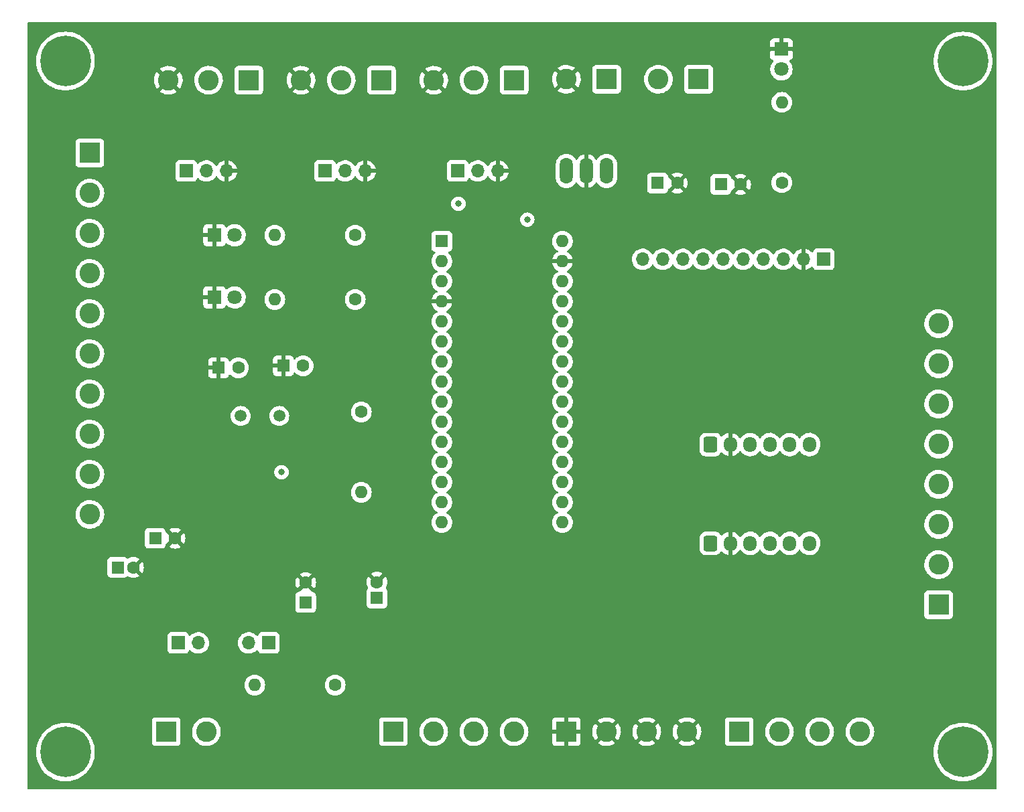
<source format=gbl>
%TF.GenerationSoftware,KiCad,Pcbnew,6.0.4-6f826c9f35~116~ubuntu20.04.1*%
%TF.CreationDate,2022-04-13T14:27:06+02:00*%
%TF.ProjectId,sprayGun_PCB,73707261-7947-4756-9e5f-5043422e6b69,rev?*%
%TF.SameCoordinates,Original*%
%TF.FileFunction,Copper,L4,Bot*%
%TF.FilePolarity,Positive*%
%FSLAX46Y46*%
G04 Gerber Fmt 4.6, Leading zero omitted, Abs format (unit mm)*
G04 Created by KiCad (PCBNEW 6.0.4-6f826c9f35~116~ubuntu20.04.1) date 2022-04-13 14:27:06*
%MOMM*%
%LPD*%
G01*
G04 APERTURE LIST*
G04 Aperture macros list*
%AMRoundRect*
0 Rectangle with rounded corners*
0 $1 Rounding radius*
0 $2 $3 $4 $5 $6 $7 $8 $9 X,Y pos of 4 corners*
0 Add a 4 corners polygon primitive as box body*
4,1,4,$2,$3,$4,$5,$6,$7,$8,$9,$2,$3,0*
0 Add four circle primitives for the rounded corners*
1,1,$1+$1,$2,$3*
1,1,$1+$1,$4,$5*
1,1,$1+$1,$6,$7*
1,1,$1+$1,$8,$9*
0 Add four rect primitives between the rounded corners*
20,1,$1+$1,$2,$3,$4,$5,0*
20,1,$1+$1,$4,$5,$6,$7,0*
20,1,$1+$1,$6,$7,$8,$9,0*
20,1,$1+$1,$8,$9,$2,$3,0*%
G04 Aperture macros list end*
%TA.AperFunction,ComponentPad*%
%ADD10R,1.600000X1.600000*%
%TD*%
%TA.AperFunction,ComponentPad*%
%ADD11C,1.600000*%
%TD*%
%TA.AperFunction,ComponentPad*%
%ADD12R,2.600000X2.600000*%
%TD*%
%TA.AperFunction,ComponentPad*%
%ADD13C,2.600000*%
%TD*%
%TA.AperFunction,ComponentPad*%
%ADD14O,1.700000X1.950000*%
%TD*%
%TA.AperFunction,ComponentPad*%
%ADD15RoundRect,0.250000X-0.600000X-0.725000X0.600000X-0.725000X0.600000X0.725000X-0.600000X0.725000X0*%
%TD*%
%TA.AperFunction,ComponentPad*%
%ADD16R,1.700000X1.700000*%
%TD*%
%TA.AperFunction,ComponentPad*%
%ADD17O,1.700000X1.700000*%
%TD*%
%TA.AperFunction,ComponentPad*%
%ADD18O,1.600000X1.600000*%
%TD*%
%TA.AperFunction,ComponentPad*%
%ADD19C,1.800000*%
%TD*%
%TA.AperFunction,ComponentPad*%
%ADD20R,1.800000X1.800000*%
%TD*%
%TA.AperFunction,ComponentPad*%
%ADD21C,0.800000*%
%TD*%
%TA.AperFunction,ComponentPad*%
%ADD22C,6.400000*%
%TD*%
%TA.AperFunction,ComponentPad*%
%ADD23C,1.500000*%
%TD*%
%TA.AperFunction,ComponentPad*%
%ADD24O,1.650000X3.300000*%
%TD*%
%TA.AperFunction,ViaPad*%
%ADD25C,0.800000*%
%TD*%
G04 APERTURE END LIST*
D10*
%TO.P,C8,1*%
%TO.N,+5VA*%
X104394888Y-112600000D03*
D11*
%TO.P,C8,2*%
%TO.N,GND*%
X106894888Y-112600000D03*
%TD*%
D10*
%TO.P,C7,1*%
%TO.N,+5VA*%
X99644888Y-116300000D03*
D11*
%TO.P,C7,2*%
%TO.N,GND*%
X101644888Y-116300000D03*
%TD*%
D10*
%TO.P,C6,1*%
%TO.N,+5VA*%
X123400000Y-120705113D03*
D11*
%TO.P,C6,2*%
%TO.N,GND*%
X123400000Y-118205113D03*
%TD*%
D10*
%TO.P,C5,1*%
%TO.N,+5VA*%
X132400000Y-120155112D03*
D11*
%TO.P,C5,2*%
%TO.N,GND*%
X132400000Y-118155112D03*
%TD*%
D12*
%TO.P,J19,1,Pin_1*%
%TO.N,+15V*%
X173050000Y-54550000D03*
D13*
%TO.P,J19,2,Pin_2*%
%TO.N,Net-(J1-Pad1)*%
X167970000Y-54550000D03*
%TD*%
D14*
%TO.P,J18,6,Pin_6*%
%TO.N,unconnected-(J18-Pad6)*%
X187050000Y-113250000D03*
%TO.P,J18,5,Pin_5*%
%TO.N,unconnected-(J18-Pad5)*%
X184550000Y-113250000D03*
%TO.P,J18,4,Pin_4*%
%TO.N,SDA*%
X182050000Y-113250000D03*
%TO.P,J18,3,Pin_3*%
%TO.N,SCL*%
X179550000Y-113250000D03*
%TO.P,J18,2,Pin_2*%
%TO.N,GND*%
X177050000Y-113250000D03*
D15*
%TO.P,J18,1,Pin_1*%
%TO.N,+5VA*%
X174550000Y-113250000D03*
%TD*%
D14*
%TO.P,J3,6,Pin_6*%
%TO.N,unconnected-(J3-Pad6)*%
X187050000Y-100750000D03*
%TO.P,J3,5,Pin_5*%
%TO.N,unconnected-(J3-Pad5)*%
X184550000Y-100750000D03*
%TO.P,J3,4,Pin_4*%
%TO.N,SDA*%
X182050000Y-100750000D03*
%TO.P,J3,3,Pin_3*%
%TO.N,SCL*%
X179550000Y-100750000D03*
%TO.P,J3,2,Pin_2*%
%TO.N,GND*%
X177050000Y-100750000D03*
D15*
%TO.P,J3,1,Pin_1*%
%TO.N,+5VA*%
X174550000Y-100750000D03*
%TD*%
D16*
%TO.P,J2,1,Pin_1*%
%TO.N,+3V3*%
X188850000Y-77326000D03*
D17*
%TO.P,J2,2,Pin_2*%
%TO.N,GND*%
X186310000Y-77326000D03*
%TO.P,J2,3,Pin_3*%
%TO.N,SCL*%
X183770000Y-77326000D03*
%TO.P,J2,4,Pin_4*%
%TO.N,SDA*%
X181230000Y-77326000D03*
%TO.P,J2,5,Pin_5*%
%TO.N,unconnected-(J2-Pad5)*%
X178690000Y-77326000D03*
%TO.P,J2,6,Pin_6*%
%TO.N,unconnected-(J2-Pad6)*%
X176150000Y-77326000D03*
%TO.P,J2,7,Pin_7*%
%TO.N,unconnected-(J2-Pad7)*%
X173610000Y-77326000D03*
%TO.P,J2,8,Pin_8*%
%TO.N,unconnected-(J2-Pad8)*%
X171070000Y-77326000D03*
%TO.P,J2,9,Pin_9*%
%TO.N,unconnected-(J2-Pad9)*%
X168530000Y-77326000D03*
%TO.P,J2,10,Pin_10*%
%TO.N,unconnected-(J2-Pad10)*%
X165990000Y-77326000D03*
%TD*%
D12*
%TO.P,J9,1,Pin_1*%
%TO.N,+15V*%
X178182000Y-137062000D03*
D13*
%TO.P,J9,2,Pin_2*%
X183262000Y-137062000D03*
%TO.P,J9,3,Pin_3*%
X188342000Y-137062000D03*
%TO.P,J9,4,Pin_4*%
X193422000Y-137062000D03*
%TD*%
D10*
%TO.P,C3,1*%
%TO.N,GND*%
X120588888Y-90788000D03*
D11*
%TO.P,C3,2*%
%TO.N,/OSC2*%
X123088888Y-90788000D03*
%TD*%
%TO.P,R2,1*%
%TO.N,IO_4*%
X129663000Y-82406000D03*
D18*
%TO.P,R2,2*%
%TO.N,Net-(D2-Pad2)*%
X119503000Y-82406000D03*
%TD*%
D16*
%TO.P,J14,1,Pin_1*%
%TO.N,/CANL*%
X107311000Y-125840000D03*
D17*
%TO.P,J14,2,Pin_2*%
%TO.N,/CANH*%
X109851000Y-125840000D03*
%TD*%
D19*
%TO.P,D1,2,A*%
%TO.N,Net-(D1-Pad2)*%
X114423000Y-74278000D03*
D20*
%TO.P,D1,1,K*%
%TO.N,GND*%
X111883000Y-74278000D03*
%TD*%
D10*
%TO.P,A1,1,D1/TX*%
%TO.N,IO_1*%
X140600000Y-75040000D03*
D18*
%TO.P,A1,2,D0/RX*%
%TO.N,IO_0*%
X140600000Y-77580000D03*
%TO.P,A1,3,~{RESET}*%
%TO.N,unconnected-(A1-Pad3)*%
X140600000Y-80120000D03*
%TO.P,A1,4,GND*%
%TO.N,GND*%
X140600000Y-82660000D03*
%TO.P,A1,5,D2*%
%TO.N,IO_2*%
X140600000Y-85200000D03*
%TO.P,A1,6,D3*%
%TO.N,ESC*%
X140600000Y-87740000D03*
%TO.P,A1,7,D4*%
%TO.N,IO_4*%
X140600000Y-90280000D03*
%TO.P,A1,8,D5*%
%TO.N,SERVO*%
X140600000Y-92820000D03*
%TO.P,A1,9,D6*%
%TO.N,VESC*%
X140600000Y-95360000D03*
%TO.P,A1,10,D7*%
%TO.N,IO_7*%
X140600000Y-97900000D03*
%TO.P,A1,11,D8*%
%TO.N,IO_8*%
X140600000Y-100440000D03*
%TO.P,A1,12,D9*%
%TO.N,IO_9*%
X140600000Y-102980000D03*
%TO.P,A1,13,D10*%
%TO.N,CS*%
X140600000Y-105520000D03*
%TO.P,A1,14,D11*%
%TO.N,MOSI*%
X140600000Y-108060000D03*
%TO.P,A1,15,D12*%
%TO.N,MISO*%
X140600000Y-110600000D03*
%TO.P,A1,16,D13*%
%TO.N,SCK*%
X155840000Y-110600000D03*
%TO.P,A1,17,3V3*%
%TO.N,+3V3*%
X155840000Y-108060000D03*
%TO.P,A1,18,AREF*%
%TO.N,unconnected-(A1-Pad18)*%
X155840000Y-105520000D03*
%TO.P,A1,19,A0*%
%TO.N,A0*%
X155840000Y-102980000D03*
%TO.P,A1,20,A1*%
%TO.N,A1*%
X155840000Y-100440000D03*
%TO.P,A1,21,A2*%
%TO.N,A2*%
X155840000Y-97900000D03*
%TO.P,A1,22,A3*%
%TO.N,A3*%
X155840000Y-95360000D03*
%TO.P,A1,23,A4*%
%TO.N,SDA*%
X155840000Y-92820000D03*
%TO.P,A1,24,A5*%
%TO.N,SCL*%
X155840000Y-90280000D03*
%TO.P,A1,25,A6*%
%TO.N,A6*%
X155840000Y-87740000D03*
%TO.P,A1,26,A7*%
%TO.N,A7*%
X155840000Y-85200000D03*
%TO.P,A1,27,+5V*%
%TO.N,+5VA*%
X155840000Y-82660000D03*
%TO.P,A1,28,~{RESET}*%
%TO.N,unconnected-(A1-Pad28)*%
X155840000Y-80120000D03*
%TO.P,A1,29,GND*%
%TO.N,GND*%
X155840000Y-77580000D03*
%TO.P,A1,30,VIN*%
%TO.N,+5V*%
X155840000Y-75040000D03*
%TD*%
D11*
%TO.P,R4,1*%
%TO.N,Net-(J12-Pad1)*%
X127128000Y-131174000D03*
D18*
%TO.P,R4,2*%
%TO.N,/CANL*%
X116968000Y-131174000D03*
%TD*%
D21*
%TO.P,REF\u002A\u002A,1*%
%TO.N,N/C*%
X94747056Y-53947056D03*
X93050000Y-49850000D03*
X91352944Y-53947056D03*
D22*
X93050000Y-52250000D03*
D21*
X94747056Y-50552944D03*
X93050000Y-54650000D03*
X90650000Y-52250000D03*
X95450000Y-52250000D03*
X91352944Y-50552944D03*
%TD*%
D12*
%TO.P,J16,1,Pin_1*%
%TO.N,VESC*%
X132975000Y-54674000D03*
D13*
%TO.P,J16,2,Pin_2*%
%TO.N,unconnected-(J16-Pad2)*%
X127895000Y-54674000D03*
%TO.P,J16,3,Pin_3*%
%TO.N,GND*%
X122815000Y-54674000D03*
%TD*%
D23*
%TO.P,Y1,1,1*%
%TO.N,/OSC2*%
X115190000Y-97138000D03*
%TO.P,Y1,2,2*%
%TO.N,/OSC1*%
X120070000Y-97138000D03*
%TD*%
D12*
%TO.P,J5,1,Pin_1*%
%TO.N,GND*%
X156338000Y-137062000D03*
D13*
%TO.P,J5,2,Pin_2*%
X161418000Y-137062000D03*
%TO.P,J5,3,Pin_3*%
X166498000Y-137062000D03*
%TO.P,J5,4,Pin_4*%
X171578000Y-137062000D03*
%TD*%
D11*
%TO.P,R5,1*%
%TO.N,+5VA*%
X130430000Y-96630000D03*
D18*
%TO.P,R5,2*%
%TO.N,Net-(R5-Pad2)*%
X130430000Y-106790000D03*
%TD*%
D21*
%TO.P,REF\u002A\u002A,1*%
%TO.N,N/C*%
X94747056Y-141347056D03*
X93050000Y-137250000D03*
X91352944Y-141347056D03*
D22*
X93050000Y-139650000D03*
D21*
X94747056Y-137952944D03*
X93050000Y-142050000D03*
X90650000Y-139650000D03*
X95450000Y-139650000D03*
X91352944Y-137952944D03*
%TD*%
D12*
%TO.P,J11,1,Pin_1*%
%TO.N,IO_0*%
X96140000Y-63864000D03*
D13*
%TO.P,J11,2,Pin_2*%
%TO.N,IO_1*%
X96140000Y-68944000D03*
%TO.P,J11,3,Pin_3*%
%TO.N,IO_2*%
X96140000Y-74024000D03*
%TO.P,J11,4,Pin_4*%
%TO.N,ESC*%
X96140000Y-79104000D03*
%TO.P,J11,5,Pin_5*%
%TO.N,IO_4*%
X96140000Y-84184000D03*
%TO.P,J11,6,Pin_6*%
%TO.N,SERVO*%
X96140000Y-89264000D03*
%TO.P,J11,7,Pin_7*%
%TO.N,VESC*%
X96140000Y-94344000D03*
%TO.P,J11,8,Pin_8*%
%TO.N,IO_7*%
X96140000Y-99424000D03*
%TO.P,J11,9,Pin_9*%
%TO.N,IO_8*%
X96140000Y-104504000D03*
%TO.P,J11,10,Pin_10*%
%TO.N,IO_9*%
X96140000Y-109584000D03*
%TD*%
D10*
%TO.P,C4,1*%
%TO.N,GND*%
X112396000Y-91042000D03*
D11*
%TO.P,C4,2*%
%TO.N,/OSC1*%
X114896000Y-91042000D03*
%TD*%
D10*
%TO.P,C1,1*%
%TO.N,+15V*%
X167855621Y-67674000D03*
D11*
%TO.P,C1,2*%
%TO.N,GND*%
X170355621Y-67674000D03*
%TD*%
D12*
%TO.P,J4,1,Pin_1*%
%TO.N,+5V*%
X134494000Y-137062000D03*
D13*
%TO.P,J4,2,Pin_2*%
X139574000Y-137062000D03*
%TO.P,J4,3,Pin_3*%
X144654000Y-137062000D03*
%TO.P,J4,4,Pin_4*%
X149734000Y-137062000D03*
%TD*%
D21*
%TO.P,REF\u002A\u002A,1*%
%TO.N,N/C*%
X208147056Y-141347056D03*
X206450000Y-137250000D03*
X204752944Y-141347056D03*
D22*
X206450000Y-139650000D03*
D21*
X208147056Y-137952944D03*
X206450000Y-142050000D03*
X204050000Y-139650000D03*
X208850000Y-139650000D03*
X204752944Y-137952944D03*
%TD*%
D12*
%TO.P,J1,1,Pin_1*%
%TO.N,Net-(J1-Pad1)*%
X161423000Y-54550000D03*
D13*
%TO.P,J1,2,Pin_2*%
%TO.N,GND*%
X156343000Y-54550000D03*
%TD*%
D10*
%TO.P,C2,1*%
%TO.N,+5V*%
X175844888Y-67850000D03*
D11*
%TO.P,C2,2*%
%TO.N,GND*%
X178344888Y-67850000D03*
%TD*%
D12*
%TO.P,J15,1,Pin_1*%
%TO.N,ESC*%
X116211000Y-54674000D03*
D13*
%TO.P,J15,2,Pin_2*%
%TO.N,unconnected-(J15-Pad2)*%
X111131000Y-54674000D03*
%TO.P,J15,3,Pin_3*%
%TO.N,GND*%
X106051000Y-54674000D03*
%TD*%
%TO.P,J10,8,Pin_8*%
%TO.N,A7*%
X203374000Y-85454000D03*
%TO.P,J10,7,Pin_7*%
%TO.N,A6*%
X203374000Y-90534000D03*
%TO.P,J10,6,Pin_6*%
%TO.N,SCL*%
X203374000Y-95614000D03*
%TO.P,J10,5,Pin_5*%
%TO.N,SDA*%
X203374000Y-100694000D03*
%TO.P,J10,4,Pin_4*%
%TO.N,A3*%
X203374000Y-105774000D03*
%TO.P,J10,3,Pin_3*%
%TO.N,A2*%
X203374000Y-110854000D03*
%TO.P,J10,2,Pin_2*%
%TO.N,A1*%
X203374000Y-115934000D03*
D12*
%TO.P,J10,1,Pin_1*%
%TO.N,A0*%
X203374000Y-121014000D03*
%TD*%
D16*
%TO.P,J7,1,Pin_1*%
%TO.N,VESC*%
X125858000Y-66150000D03*
D17*
%TO.P,J7,2,Pin_2*%
%TO.N,unconnected-(J7-Pad2)*%
X128398000Y-66150000D03*
%TO.P,J7,3,Pin_3*%
%TO.N,GND*%
X130938000Y-66150000D03*
%TD*%
D12*
%TO.P,J17,1,Pin_1*%
%TO.N,SERVO*%
X149739000Y-54674000D03*
D13*
%TO.P,J17,2,Pin_2*%
%TO.N,+5V*%
X144659000Y-54674000D03*
%TO.P,J17,3,Pin_3*%
%TO.N,GND*%
X139579000Y-54674000D03*
%TD*%
D11*
%TO.P,R1,1*%
%TO.N,IO_2*%
X129663000Y-74278000D03*
D18*
%TO.P,R1,2*%
%TO.N,Net-(D1-Pad2)*%
X119503000Y-74278000D03*
%TD*%
D11*
%TO.P,R3,1*%
%TO.N,+5V*%
X183550000Y-67630000D03*
D18*
%TO.P,R3,2*%
%TO.N,Net-(D3-Pad2)*%
X183550000Y-57470000D03*
%TD*%
D24*
%TO.P,IC1,1*%
%TO.N,+15V*%
X156338000Y-66150000D03*
%TO.P,IC1,2*%
%TO.N,GND*%
X158878000Y-66150000D03*
%TO.P,IC1,3*%
%TO.N,+5V*%
X161418000Y-66150000D03*
%TD*%
D16*
%TO.P,J8,1,Pin_1*%
%TO.N,SERVO*%
X142622000Y-66150000D03*
D17*
%TO.P,J8,2,Pin_2*%
%TO.N,+5V*%
X145162000Y-66150000D03*
%TO.P,J8,3,Pin_3*%
%TO.N,GND*%
X147702000Y-66150000D03*
%TD*%
D12*
%TO.P,J13,1,Pin_1*%
%TO.N,/CANL*%
X105787000Y-137062000D03*
D13*
%TO.P,J13,2,Pin_2*%
%TO.N,/CANH*%
X110867000Y-137062000D03*
%TD*%
D16*
%TO.P,J12,1,Pin_1*%
%TO.N,Net-(J12-Pad1)*%
X118746000Y-125840000D03*
D17*
%TO.P,J12,2,Pin_2*%
%TO.N,/CANH*%
X116206000Y-125840000D03*
%TD*%
D16*
%TO.P,J6,1,Pin_1*%
%TO.N,ESC*%
X108332000Y-66150000D03*
D17*
%TO.P,J6,2,Pin_2*%
%TO.N,unconnected-(J6-Pad2)*%
X110872000Y-66150000D03*
%TO.P,J6,3,Pin_3*%
%TO.N,GND*%
X113412000Y-66150000D03*
%TD*%
D19*
%TO.P,D3,2,A*%
%TO.N,Net-(D3-Pad2)*%
X183508000Y-53290000D03*
D20*
%TO.P,D3,1,K*%
%TO.N,GND*%
X183508000Y-50750000D03*
%TD*%
D21*
%TO.P,REF\u002A\u002A,1*%
%TO.N,N/C*%
X204752944Y-50552944D03*
X208850000Y-52250000D03*
X204050000Y-52250000D03*
X206450000Y-54650000D03*
X208147056Y-50552944D03*
D22*
X206450000Y-52250000D03*
D21*
X204752944Y-53947056D03*
X206450000Y-49850000D03*
X208147056Y-53947056D03*
%TD*%
D19*
%TO.P,D2,2,A*%
%TO.N,Net-(D2-Pad2)*%
X114423000Y-82146000D03*
D20*
%TO.P,D2,1,K*%
%TO.N,GND*%
X111883000Y-82146000D03*
%TD*%
D25*
%TO.N,GND*%
X105100000Y-121800000D03*
X112100000Y-121900000D03*
%TO.N,+5V*%
X151400000Y-72300000D03*
%TO.N,+5VA*%
X142700000Y-70300000D03*
%TO.N,GND*%
X110600000Y-115200000D03*
%TO.N,+5VA*%
X120350000Y-104250000D03*
%TD*%
%TA.AperFunction,Conductor*%
%TO.N,GND*%
G36*
X210635621Y-47358502D02*
G01*
X210682114Y-47412158D01*
X210693500Y-47464500D01*
X210693500Y-144255500D01*
X210673498Y-144323621D01*
X210619842Y-144370114D01*
X210567500Y-144381500D01*
X88392500Y-144381500D01*
X88324379Y-144361498D01*
X88277886Y-144307842D01*
X88266500Y-144255500D01*
X88266500Y-139650000D01*
X89336411Y-139650000D01*
X89356754Y-140038176D01*
X89417562Y-140422099D01*
X89518167Y-140797562D01*
X89657468Y-141160453D01*
X89833938Y-141506794D01*
X90045643Y-141832793D01*
X90290266Y-142134876D01*
X90565124Y-142409734D01*
X90867207Y-142654357D01*
X91193205Y-142866062D01*
X91196139Y-142867557D01*
X91196146Y-142867561D01*
X91536607Y-143041034D01*
X91539547Y-143042532D01*
X91902438Y-143181833D01*
X92277901Y-143282438D01*
X92481793Y-143314732D01*
X92658576Y-143342732D01*
X92658584Y-143342733D01*
X92661824Y-143343246D01*
X93050000Y-143363589D01*
X93438176Y-143343246D01*
X93441416Y-143342733D01*
X93441424Y-143342732D01*
X93618207Y-143314732D01*
X93822099Y-143282438D01*
X94197562Y-143181833D01*
X94560453Y-143042532D01*
X94563393Y-143041034D01*
X94903854Y-142867561D01*
X94903861Y-142867557D01*
X94906795Y-142866062D01*
X95232793Y-142654357D01*
X95534876Y-142409734D01*
X95809734Y-142134876D01*
X96054357Y-141832793D01*
X96266062Y-141506794D01*
X96442532Y-141160453D01*
X96581833Y-140797562D01*
X96682438Y-140422099D01*
X96743246Y-140038176D01*
X96763589Y-139650000D01*
X202736411Y-139650000D01*
X202756754Y-140038176D01*
X202817562Y-140422099D01*
X202918167Y-140797562D01*
X203057468Y-141160453D01*
X203233938Y-141506794D01*
X203445643Y-141832793D01*
X203690266Y-142134876D01*
X203965124Y-142409734D01*
X204267207Y-142654357D01*
X204593205Y-142866062D01*
X204596139Y-142867557D01*
X204596146Y-142867561D01*
X204936607Y-143041034D01*
X204939547Y-143042532D01*
X205302438Y-143181833D01*
X205677901Y-143282438D01*
X205881793Y-143314732D01*
X206058576Y-143342732D01*
X206058584Y-143342733D01*
X206061824Y-143343246D01*
X206450000Y-143363589D01*
X206838176Y-143343246D01*
X206841416Y-143342733D01*
X206841424Y-143342732D01*
X207018207Y-143314732D01*
X207222099Y-143282438D01*
X207597562Y-143181833D01*
X207960453Y-143042532D01*
X207963393Y-143041034D01*
X208303854Y-142867561D01*
X208303861Y-142867557D01*
X208306795Y-142866062D01*
X208632793Y-142654357D01*
X208934876Y-142409734D01*
X209209734Y-142134876D01*
X209454357Y-141832793D01*
X209666062Y-141506794D01*
X209842532Y-141160453D01*
X209981833Y-140797562D01*
X210082438Y-140422099D01*
X210143246Y-140038176D01*
X210163589Y-139650000D01*
X210143246Y-139261824D01*
X210082438Y-138877901D01*
X209981833Y-138502438D01*
X209973111Y-138479715D01*
X209843716Y-138142632D01*
X209842532Y-138139547D01*
X209734418Y-137927361D01*
X209667561Y-137796147D01*
X209667557Y-137796140D01*
X209666062Y-137793206D01*
X209505952Y-137546656D01*
X209456152Y-137469971D01*
X209456152Y-137469970D01*
X209454357Y-137467207D01*
X209209734Y-137165124D01*
X208934876Y-136890266D01*
X208833287Y-136808000D01*
X208696944Y-136697592D01*
X208632793Y-136645643D01*
X208457433Y-136531763D01*
X208309564Y-136435736D01*
X208309561Y-136435734D01*
X208306795Y-136433938D01*
X208303861Y-136432443D01*
X208303854Y-136432439D01*
X207963393Y-136258966D01*
X207960453Y-136257468D01*
X207597562Y-136118167D01*
X207222099Y-136017562D01*
X207018207Y-135985268D01*
X206841424Y-135957268D01*
X206841416Y-135957267D01*
X206838176Y-135956754D01*
X206450000Y-135936411D01*
X206061824Y-135956754D01*
X206058584Y-135957267D01*
X206058576Y-135957268D01*
X205881793Y-135985268D01*
X205677901Y-136017562D01*
X205302438Y-136118167D01*
X204939547Y-136257468D01*
X204936607Y-136258966D01*
X204596147Y-136432439D01*
X204596140Y-136432443D01*
X204593206Y-136433938D01*
X204590440Y-136435734D01*
X204590437Y-136435736D01*
X204435324Y-136536467D01*
X204267207Y-136645643D01*
X204203056Y-136697592D01*
X204066714Y-136808000D01*
X203965124Y-136890266D01*
X203690266Y-137165124D01*
X203445643Y-137467207D01*
X203443848Y-137469970D01*
X203443848Y-137469971D01*
X203394049Y-137546656D01*
X203233938Y-137793206D01*
X203232443Y-137796140D01*
X203232439Y-137796147D01*
X203165582Y-137927361D01*
X203057468Y-138139547D01*
X203056284Y-138142632D01*
X202926890Y-138479715D01*
X202918167Y-138502438D01*
X202817562Y-138877901D01*
X202756754Y-139261824D01*
X202736411Y-139650000D01*
X96763589Y-139650000D01*
X96743246Y-139261824D01*
X96682438Y-138877901D01*
X96581833Y-138502438D01*
X96573111Y-138479715D01*
X96546401Y-138410134D01*
X103978500Y-138410134D01*
X103985255Y-138472316D01*
X104036385Y-138608705D01*
X104123739Y-138725261D01*
X104240295Y-138812615D01*
X104376684Y-138863745D01*
X104438866Y-138870500D01*
X107135134Y-138870500D01*
X107197316Y-138863745D01*
X107333705Y-138812615D01*
X107450261Y-138725261D01*
X107537615Y-138608705D01*
X107588745Y-138472316D01*
X107595500Y-138410134D01*
X107595500Y-137014526D01*
X109054050Y-137014526D01*
X109054274Y-137019192D01*
X109054274Y-137019197D01*
X109056946Y-137074812D01*
X109066947Y-137283019D01*
X109119388Y-137546656D01*
X109210220Y-137799646D01*
X109337450Y-138036431D01*
X109340241Y-138040168D01*
X109340245Y-138040175D01*
X109414450Y-138139547D01*
X109498281Y-138251810D01*
X109501590Y-138255090D01*
X109501595Y-138255096D01*
X109685863Y-138437762D01*
X109689180Y-138441050D01*
X109692942Y-138443808D01*
X109692945Y-138443811D01*
X109804737Y-138525780D01*
X109905954Y-138599995D01*
X109910089Y-138602171D01*
X109910093Y-138602173D01*
X110139698Y-138722975D01*
X110143840Y-138725154D01*
X110397613Y-138813775D01*
X110402206Y-138814647D01*
X110657109Y-138863042D01*
X110657112Y-138863042D01*
X110661698Y-138863913D01*
X110789370Y-138868929D01*
X110925625Y-138874283D01*
X110925630Y-138874283D01*
X110930293Y-138874466D01*
X111034607Y-138863042D01*
X111192844Y-138845713D01*
X111192850Y-138845712D01*
X111197497Y-138845203D01*
X111202021Y-138844012D01*
X111452918Y-138777956D01*
X111452920Y-138777955D01*
X111457441Y-138776765D01*
X111565626Y-138730285D01*
X111700120Y-138672502D01*
X111700122Y-138672501D01*
X111704414Y-138670657D01*
X111823751Y-138596809D01*
X111929017Y-138531669D01*
X111929021Y-138531666D01*
X111932990Y-138529210D01*
X112073648Y-138410134D01*
X132685500Y-138410134D01*
X132692255Y-138472316D01*
X132743385Y-138608705D01*
X132830739Y-138725261D01*
X132947295Y-138812615D01*
X133083684Y-138863745D01*
X133145866Y-138870500D01*
X135842134Y-138870500D01*
X135904316Y-138863745D01*
X136040705Y-138812615D01*
X136157261Y-138725261D01*
X136244615Y-138608705D01*
X136295745Y-138472316D01*
X136302500Y-138410134D01*
X136302500Y-137014526D01*
X137761050Y-137014526D01*
X137761274Y-137019192D01*
X137761274Y-137019197D01*
X137763946Y-137074812D01*
X137773947Y-137283019D01*
X137826388Y-137546656D01*
X137917220Y-137799646D01*
X138044450Y-138036431D01*
X138047241Y-138040168D01*
X138047245Y-138040175D01*
X138121450Y-138139547D01*
X138205281Y-138251810D01*
X138208590Y-138255090D01*
X138208595Y-138255096D01*
X138392863Y-138437762D01*
X138396180Y-138441050D01*
X138399942Y-138443808D01*
X138399945Y-138443811D01*
X138511737Y-138525780D01*
X138612954Y-138599995D01*
X138617089Y-138602171D01*
X138617093Y-138602173D01*
X138846698Y-138722975D01*
X138850840Y-138725154D01*
X139104613Y-138813775D01*
X139109206Y-138814647D01*
X139364109Y-138863042D01*
X139364112Y-138863042D01*
X139368698Y-138863913D01*
X139496370Y-138868929D01*
X139632625Y-138874283D01*
X139632630Y-138874283D01*
X139637293Y-138874466D01*
X139741607Y-138863042D01*
X139899844Y-138845713D01*
X139899850Y-138845712D01*
X139904497Y-138845203D01*
X139909021Y-138844012D01*
X140159918Y-138777956D01*
X140159920Y-138777955D01*
X140164441Y-138776765D01*
X140272626Y-138730285D01*
X140407120Y-138672502D01*
X140407122Y-138672501D01*
X140411414Y-138670657D01*
X140530751Y-138596809D01*
X140636017Y-138531669D01*
X140636021Y-138531666D01*
X140639990Y-138529210D01*
X140845149Y-138355530D01*
X141022382Y-138153434D01*
X141029631Y-138142165D01*
X141165269Y-137931291D01*
X141167797Y-137927361D01*
X141278199Y-137682278D01*
X141315247Y-137550917D01*
X141349893Y-137428072D01*
X141349894Y-137428069D01*
X141351163Y-137423568D01*
X141369043Y-137283019D01*
X141384688Y-137160045D01*
X141384688Y-137160041D01*
X141385086Y-137156915D01*
X141385170Y-137153733D01*
X141386477Y-137103779D01*
X141387571Y-137062000D01*
X141384043Y-137014526D01*
X142841050Y-137014526D01*
X142841274Y-137019192D01*
X142841274Y-137019197D01*
X142843946Y-137074812D01*
X142853947Y-137283019D01*
X142906388Y-137546656D01*
X142997220Y-137799646D01*
X143124450Y-138036431D01*
X143127241Y-138040168D01*
X143127245Y-138040175D01*
X143201450Y-138139547D01*
X143285281Y-138251810D01*
X143288590Y-138255090D01*
X143288595Y-138255096D01*
X143472863Y-138437762D01*
X143476180Y-138441050D01*
X143479942Y-138443808D01*
X143479945Y-138443811D01*
X143591737Y-138525780D01*
X143692954Y-138599995D01*
X143697089Y-138602171D01*
X143697093Y-138602173D01*
X143926698Y-138722975D01*
X143930840Y-138725154D01*
X144184613Y-138813775D01*
X144189206Y-138814647D01*
X144444109Y-138863042D01*
X144444112Y-138863042D01*
X144448698Y-138863913D01*
X144576370Y-138868929D01*
X144712625Y-138874283D01*
X144712630Y-138874283D01*
X144717293Y-138874466D01*
X144821607Y-138863042D01*
X144979844Y-138845713D01*
X144979850Y-138845712D01*
X144984497Y-138845203D01*
X144989021Y-138844012D01*
X145239918Y-138777956D01*
X145239920Y-138777955D01*
X145244441Y-138776765D01*
X145352626Y-138730285D01*
X145487120Y-138672502D01*
X145487122Y-138672501D01*
X145491414Y-138670657D01*
X145610751Y-138596809D01*
X145716017Y-138531669D01*
X145716021Y-138531666D01*
X145719990Y-138529210D01*
X145925149Y-138355530D01*
X146102382Y-138153434D01*
X146109631Y-138142165D01*
X146245269Y-137931291D01*
X146247797Y-137927361D01*
X146358199Y-137682278D01*
X146395247Y-137550917D01*
X146429893Y-137428072D01*
X146429894Y-137428069D01*
X146431163Y-137423568D01*
X146449043Y-137283019D01*
X146464688Y-137160045D01*
X146464688Y-137160041D01*
X146465086Y-137156915D01*
X146465170Y-137153733D01*
X146466477Y-137103779D01*
X146467571Y-137062000D01*
X146464043Y-137014526D01*
X147921050Y-137014526D01*
X147921274Y-137019192D01*
X147921274Y-137019197D01*
X147923946Y-137074812D01*
X147933947Y-137283019D01*
X147986388Y-137546656D01*
X148077220Y-137799646D01*
X148204450Y-138036431D01*
X148207241Y-138040168D01*
X148207245Y-138040175D01*
X148281450Y-138139547D01*
X148365281Y-138251810D01*
X148368590Y-138255090D01*
X148368595Y-138255096D01*
X148552863Y-138437762D01*
X148556180Y-138441050D01*
X148559942Y-138443808D01*
X148559945Y-138443811D01*
X148671737Y-138525780D01*
X148772954Y-138599995D01*
X148777089Y-138602171D01*
X148777093Y-138602173D01*
X149006698Y-138722975D01*
X149010840Y-138725154D01*
X149264613Y-138813775D01*
X149269206Y-138814647D01*
X149524109Y-138863042D01*
X149524112Y-138863042D01*
X149528698Y-138863913D01*
X149656370Y-138868929D01*
X149792625Y-138874283D01*
X149792630Y-138874283D01*
X149797293Y-138874466D01*
X149901607Y-138863042D01*
X150059844Y-138845713D01*
X150059850Y-138845712D01*
X150064497Y-138845203D01*
X150069021Y-138844012D01*
X150319918Y-138777956D01*
X150319920Y-138777955D01*
X150324441Y-138776765D01*
X150432626Y-138730285D01*
X150567120Y-138672502D01*
X150567122Y-138672501D01*
X150571414Y-138670657D01*
X150690751Y-138596809D01*
X150796017Y-138531669D01*
X150796021Y-138531666D01*
X150799990Y-138529210D01*
X150944741Y-138406669D01*
X154530001Y-138406669D01*
X154530371Y-138413490D01*
X154535895Y-138464352D01*
X154539521Y-138479604D01*
X154584676Y-138600054D01*
X154593214Y-138615649D01*
X154669715Y-138717724D01*
X154682276Y-138730285D01*
X154784351Y-138806786D01*
X154799946Y-138815324D01*
X154920394Y-138860478D01*
X154935649Y-138864105D01*
X154986514Y-138869631D01*
X154993328Y-138870000D01*
X156065885Y-138870000D01*
X156081124Y-138865525D01*
X156082329Y-138864135D01*
X156084000Y-138856452D01*
X156084000Y-138851884D01*
X156592000Y-138851884D01*
X156596475Y-138867123D01*
X156597865Y-138868328D01*
X156605548Y-138869999D01*
X157682669Y-138869999D01*
X157689490Y-138869629D01*
X157740352Y-138864105D01*
X157755604Y-138860479D01*
X157876054Y-138815324D01*
X157891649Y-138806786D01*
X157993724Y-138730285D01*
X158006285Y-138717724D01*
X158082786Y-138615649D01*
X158091324Y-138600054D01*
X158126244Y-138506906D01*
X160337839Y-138506906D01*
X160346553Y-138518427D01*
X160453452Y-138596809D01*
X160461351Y-138601745D01*
X160690905Y-138722519D01*
X160699454Y-138726236D01*
X160944327Y-138811749D01*
X160953336Y-138814163D01*
X161208166Y-138862544D01*
X161217423Y-138863598D01*
X161476607Y-138873783D01*
X161485921Y-138873457D01*
X161743753Y-138845220D01*
X161752930Y-138843519D01*
X162003758Y-138777481D01*
X162012574Y-138774445D01*
X162250880Y-138672062D01*
X162259167Y-138667748D01*
X162479718Y-138531266D01*
X162487268Y-138525780D01*
X162492559Y-138521301D01*
X162500997Y-138508497D01*
X162500065Y-138506906D01*
X165417839Y-138506906D01*
X165426553Y-138518427D01*
X165533452Y-138596809D01*
X165541351Y-138601745D01*
X165770905Y-138722519D01*
X165779454Y-138726236D01*
X166024327Y-138811749D01*
X166033336Y-138814163D01*
X166288166Y-138862544D01*
X166297423Y-138863598D01*
X166556607Y-138873783D01*
X166565921Y-138873457D01*
X166823753Y-138845220D01*
X166832930Y-138843519D01*
X167083758Y-138777481D01*
X167092574Y-138774445D01*
X167330880Y-138672062D01*
X167339167Y-138667748D01*
X167559718Y-138531266D01*
X167567268Y-138525780D01*
X167572559Y-138521301D01*
X167580997Y-138508497D01*
X167580065Y-138506906D01*
X170497839Y-138506906D01*
X170506553Y-138518427D01*
X170613452Y-138596809D01*
X170621351Y-138601745D01*
X170850905Y-138722519D01*
X170859454Y-138726236D01*
X171104327Y-138811749D01*
X171113336Y-138814163D01*
X171368166Y-138862544D01*
X171377423Y-138863598D01*
X171636607Y-138873783D01*
X171645921Y-138873457D01*
X171903753Y-138845220D01*
X171912930Y-138843519D01*
X172163758Y-138777481D01*
X172172574Y-138774445D01*
X172410880Y-138672062D01*
X172419167Y-138667748D01*
X172639718Y-138531266D01*
X172647268Y-138525780D01*
X172652559Y-138521301D01*
X172660997Y-138508497D01*
X172654935Y-138498145D01*
X172566924Y-138410134D01*
X176373500Y-138410134D01*
X176380255Y-138472316D01*
X176431385Y-138608705D01*
X176518739Y-138725261D01*
X176635295Y-138812615D01*
X176771684Y-138863745D01*
X176833866Y-138870500D01*
X179530134Y-138870500D01*
X179592316Y-138863745D01*
X179728705Y-138812615D01*
X179845261Y-138725261D01*
X179932615Y-138608705D01*
X179983745Y-138472316D01*
X179990500Y-138410134D01*
X179990500Y-137014526D01*
X181449050Y-137014526D01*
X181449274Y-137019192D01*
X181449274Y-137019197D01*
X181451946Y-137074812D01*
X181461947Y-137283019D01*
X181514388Y-137546656D01*
X181605220Y-137799646D01*
X181732450Y-138036431D01*
X181735241Y-138040168D01*
X181735245Y-138040175D01*
X181809450Y-138139547D01*
X181893281Y-138251810D01*
X181896590Y-138255090D01*
X181896595Y-138255096D01*
X182080863Y-138437762D01*
X182084180Y-138441050D01*
X182087942Y-138443808D01*
X182087945Y-138443811D01*
X182199737Y-138525780D01*
X182300954Y-138599995D01*
X182305089Y-138602171D01*
X182305093Y-138602173D01*
X182534698Y-138722975D01*
X182538840Y-138725154D01*
X182792613Y-138813775D01*
X182797206Y-138814647D01*
X183052109Y-138863042D01*
X183052112Y-138863042D01*
X183056698Y-138863913D01*
X183184370Y-138868929D01*
X183320625Y-138874283D01*
X183320630Y-138874283D01*
X183325293Y-138874466D01*
X183429607Y-138863042D01*
X183587844Y-138845713D01*
X183587850Y-138845712D01*
X183592497Y-138845203D01*
X183597021Y-138844012D01*
X183847918Y-138777956D01*
X183847920Y-138777955D01*
X183852441Y-138776765D01*
X183960626Y-138730285D01*
X184095120Y-138672502D01*
X184095122Y-138672501D01*
X184099414Y-138670657D01*
X184218751Y-138596809D01*
X184324017Y-138531669D01*
X184324021Y-138531666D01*
X184327990Y-138529210D01*
X184533149Y-138355530D01*
X184710382Y-138153434D01*
X184717631Y-138142165D01*
X184853269Y-137931291D01*
X184855797Y-137927361D01*
X184966199Y-137682278D01*
X185003247Y-137550917D01*
X185037893Y-137428072D01*
X185037894Y-137428069D01*
X185039163Y-137423568D01*
X185057043Y-137283019D01*
X185072688Y-137160045D01*
X185072688Y-137160041D01*
X185073086Y-137156915D01*
X185073170Y-137153733D01*
X185074477Y-137103779D01*
X185075571Y-137062000D01*
X185072043Y-137014526D01*
X186529050Y-137014526D01*
X186529274Y-137019192D01*
X186529274Y-137019197D01*
X186531946Y-137074812D01*
X186541947Y-137283019D01*
X186594388Y-137546656D01*
X186685220Y-137799646D01*
X186812450Y-138036431D01*
X186815241Y-138040168D01*
X186815245Y-138040175D01*
X186889450Y-138139547D01*
X186973281Y-138251810D01*
X186976590Y-138255090D01*
X186976595Y-138255096D01*
X187160863Y-138437762D01*
X187164180Y-138441050D01*
X187167942Y-138443808D01*
X187167945Y-138443811D01*
X187279737Y-138525780D01*
X187380954Y-138599995D01*
X187385089Y-138602171D01*
X187385093Y-138602173D01*
X187614698Y-138722975D01*
X187618840Y-138725154D01*
X187872613Y-138813775D01*
X187877206Y-138814647D01*
X188132109Y-138863042D01*
X188132112Y-138863042D01*
X188136698Y-138863913D01*
X188264370Y-138868929D01*
X188400625Y-138874283D01*
X188400630Y-138874283D01*
X188405293Y-138874466D01*
X188509607Y-138863042D01*
X188667844Y-138845713D01*
X188667850Y-138845712D01*
X188672497Y-138845203D01*
X188677021Y-138844012D01*
X188927918Y-138777956D01*
X188927920Y-138777955D01*
X188932441Y-138776765D01*
X189040626Y-138730285D01*
X189175120Y-138672502D01*
X189175122Y-138672501D01*
X189179414Y-138670657D01*
X189298751Y-138596809D01*
X189404017Y-138531669D01*
X189404021Y-138531666D01*
X189407990Y-138529210D01*
X189613149Y-138355530D01*
X189790382Y-138153434D01*
X189797631Y-138142165D01*
X189933269Y-137931291D01*
X189935797Y-137927361D01*
X190046199Y-137682278D01*
X190083247Y-137550917D01*
X190117893Y-137428072D01*
X190117894Y-137428069D01*
X190119163Y-137423568D01*
X190137043Y-137283019D01*
X190152688Y-137160045D01*
X190152688Y-137160041D01*
X190153086Y-137156915D01*
X190153170Y-137153733D01*
X190154477Y-137103779D01*
X190155571Y-137062000D01*
X190152043Y-137014526D01*
X191609050Y-137014526D01*
X191609274Y-137019192D01*
X191609274Y-137019197D01*
X191611946Y-137074812D01*
X191621947Y-137283019D01*
X191674388Y-137546656D01*
X191765220Y-137799646D01*
X191892450Y-138036431D01*
X191895241Y-138040168D01*
X191895245Y-138040175D01*
X191969450Y-138139547D01*
X192053281Y-138251810D01*
X192056590Y-138255090D01*
X192056595Y-138255096D01*
X192240863Y-138437762D01*
X192244180Y-138441050D01*
X192247942Y-138443808D01*
X192247945Y-138443811D01*
X192359737Y-138525780D01*
X192460954Y-138599995D01*
X192465089Y-138602171D01*
X192465093Y-138602173D01*
X192694698Y-138722975D01*
X192698840Y-138725154D01*
X192952613Y-138813775D01*
X192957206Y-138814647D01*
X193212109Y-138863042D01*
X193212112Y-138863042D01*
X193216698Y-138863913D01*
X193344370Y-138868929D01*
X193480625Y-138874283D01*
X193480630Y-138874283D01*
X193485293Y-138874466D01*
X193589607Y-138863042D01*
X193747844Y-138845713D01*
X193747850Y-138845712D01*
X193752497Y-138845203D01*
X193757021Y-138844012D01*
X194007918Y-138777956D01*
X194007920Y-138777955D01*
X194012441Y-138776765D01*
X194120626Y-138730285D01*
X194255120Y-138672502D01*
X194255122Y-138672501D01*
X194259414Y-138670657D01*
X194378751Y-138596809D01*
X194484017Y-138531669D01*
X194484021Y-138531666D01*
X194487990Y-138529210D01*
X194693149Y-138355530D01*
X194870382Y-138153434D01*
X194877631Y-138142165D01*
X195013269Y-137931291D01*
X195015797Y-137927361D01*
X195126199Y-137682278D01*
X195163247Y-137550917D01*
X195197893Y-137428072D01*
X195197894Y-137428069D01*
X195199163Y-137423568D01*
X195217043Y-137283019D01*
X195232688Y-137160045D01*
X195232688Y-137160041D01*
X195233086Y-137156915D01*
X195233170Y-137153733D01*
X195234477Y-137103779D01*
X195235571Y-137062000D01*
X195215650Y-136793937D01*
X195214619Y-136789379D01*
X195157361Y-136536331D01*
X195157360Y-136536326D01*
X195156327Y-136531763D01*
X195058902Y-136281238D01*
X194925518Y-136047864D01*
X194878068Y-135987673D01*
X194837656Y-135936411D01*
X194759105Y-135836769D01*
X194563317Y-135652591D01*
X194365407Y-135515295D01*
X194346299Y-135502039D01*
X194346296Y-135502037D01*
X194342457Y-135499374D01*
X194300770Y-135478816D01*
X194105564Y-135382551D01*
X194105561Y-135382550D01*
X194101376Y-135380486D01*
X194055207Y-135365707D01*
X193999621Y-135347914D01*
X193845370Y-135298538D01*
X193840763Y-135297788D01*
X193840760Y-135297787D01*
X193627337Y-135263029D01*
X193580063Y-135255330D01*
X193449719Y-135253624D01*
X193315961Y-135251873D01*
X193315958Y-135251873D01*
X193311284Y-135251812D01*
X193044937Y-135288060D01*
X193040451Y-135289368D01*
X193040449Y-135289368D01*
X192975726Y-135308233D01*
X192786874Y-135363278D01*
X192542763Y-135475815D01*
X192538854Y-135478378D01*
X192321881Y-135620631D01*
X192321876Y-135620635D01*
X192317968Y-135623197D01*
X192117426Y-135802188D01*
X191945544Y-136008854D01*
X191806096Y-136238656D01*
X191804287Y-136242970D01*
X191804285Y-136242974D01*
X191788240Y-136281238D01*
X191702148Y-136486545D01*
X191635981Y-136747077D01*
X191609050Y-137014526D01*
X190152043Y-137014526D01*
X190135650Y-136793937D01*
X190134619Y-136789379D01*
X190077361Y-136536331D01*
X190077360Y-136536326D01*
X190076327Y-136531763D01*
X189978902Y-136281238D01*
X189845518Y-136047864D01*
X189798068Y-135987673D01*
X189757656Y-135936411D01*
X189679105Y-135836769D01*
X189483317Y-135652591D01*
X189285407Y-135515295D01*
X189266299Y-135502039D01*
X189266296Y-135502037D01*
X189262457Y-135499374D01*
X189220770Y-135478816D01*
X189025564Y-135382551D01*
X189025561Y-135382550D01*
X189021376Y-135380486D01*
X188975207Y-135365707D01*
X188919621Y-135347914D01*
X188765370Y-135298538D01*
X188760763Y-135297788D01*
X188760760Y-135297787D01*
X188547337Y-135263029D01*
X188500063Y-135255330D01*
X188369719Y-135253624D01*
X188235961Y-135251873D01*
X188235958Y-135251873D01*
X188231284Y-135251812D01*
X187964937Y-135288060D01*
X187960451Y-135289368D01*
X187960449Y-135289368D01*
X187895726Y-135308233D01*
X187706874Y-135363278D01*
X187462763Y-135475815D01*
X187458854Y-135478378D01*
X187241881Y-135620631D01*
X187241876Y-135620635D01*
X187237968Y-135623197D01*
X187037426Y-135802188D01*
X186865544Y-136008854D01*
X186726096Y-136238656D01*
X186724287Y-136242970D01*
X186724285Y-136242974D01*
X186708240Y-136281238D01*
X186622148Y-136486545D01*
X186555981Y-136747077D01*
X186529050Y-137014526D01*
X185072043Y-137014526D01*
X185055650Y-136793937D01*
X185054619Y-136789379D01*
X184997361Y-136536331D01*
X184997360Y-136536326D01*
X184996327Y-136531763D01*
X184898902Y-136281238D01*
X184765518Y-136047864D01*
X184718068Y-135987673D01*
X184677656Y-135936411D01*
X184599105Y-135836769D01*
X184403317Y-135652591D01*
X184205407Y-135515295D01*
X184186299Y-135502039D01*
X184186296Y-135502037D01*
X184182457Y-135499374D01*
X184140770Y-135478816D01*
X183945564Y-135382551D01*
X183945561Y-135382550D01*
X183941376Y-135380486D01*
X183895207Y-135365707D01*
X183839621Y-135347914D01*
X183685370Y-135298538D01*
X183680763Y-135297788D01*
X183680760Y-135297787D01*
X183467337Y-135263029D01*
X183420063Y-135255330D01*
X183289719Y-135253624D01*
X183155961Y-135251873D01*
X183155958Y-135251873D01*
X183151284Y-135251812D01*
X182884937Y-135288060D01*
X182880451Y-135289368D01*
X182880449Y-135289368D01*
X182815726Y-135308233D01*
X182626874Y-135363278D01*
X182382763Y-135475815D01*
X182378854Y-135478378D01*
X182161881Y-135620631D01*
X182161876Y-135620635D01*
X182157968Y-135623197D01*
X181957426Y-135802188D01*
X181785544Y-136008854D01*
X181646096Y-136238656D01*
X181644287Y-136242970D01*
X181644285Y-136242974D01*
X181628240Y-136281238D01*
X181542148Y-136486545D01*
X181475981Y-136747077D01*
X181449050Y-137014526D01*
X179990500Y-137014526D01*
X179990500Y-135713866D01*
X179983745Y-135651684D01*
X179932615Y-135515295D01*
X179845261Y-135398739D01*
X179728705Y-135311385D01*
X179592316Y-135260255D01*
X179530134Y-135253500D01*
X176833866Y-135253500D01*
X176771684Y-135260255D01*
X176635295Y-135311385D01*
X176518739Y-135398739D01*
X176431385Y-135515295D01*
X176380255Y-135651684D01*
X176373500Y-135713866D01*
X176373500Y-138410134D01*
X172566924Y-138410134D01*
X171590812Y-137434022D01*
X171576868Y-137426408D01*
X171575035Y-137426539D01*
X171568420Y-137430790D01*
X170504497Y-138494713D01*
X170497839Y-138506906D01*
X167580065Y-138506906D01*
X167574935Y-138498145D01*
X166510812Y-137434022D01*
X166496868Y-137426408D01*
X166495035Y-137426539D01*
X166488420Y-137430790D01*
X165424497Y-138494713D01*
X165417839Y-138506906D01*
X162500065Y-138506906D01*
X162494935Y-138498145D01*
X161430812Y-137434022D01*
X161416868Y-137426408D01*
X161415035Y-137426539D01*
X161408420Y-137430790D01*
X160344497Y-138494713D01*
X160337839Y-138506906D01*
X158126244Y-138506906D01*
X158136478Y-138479606D01*
X158140105Y-138464351D01*
X158145631Y-138413486D01*
X158146000Y-138406672D01*
X158146000Y-137334115D01*
X158141525Y-137318876D01*
X158140135Y-137317671D01*
X158132452Y-137316000D01*
X156610115Y-137316000D01*
X156594876Y-137320475D01*
X156593671Y-137321865D01*
X156592000Y-137329548D01*
X156592000Y-138851884D01*
X156084000Y-138851884D01*
X156084000Y-137334115D01*
X156079525Y-137318876D01*
X156078135Y-137317671D01*
X156070452Y-137316000D01*
X154548116Y-137316000D01*
X154532877Y-137320475D01*
X154531672Y-137321865D01*
X154530001Y-137329548D01*
X154530001Y-138406669D01*
X150944741Y-138406669D01*
X151005149Y-138355530D01*
X151182382Y-138153434D01*
X151189631Y-138142165D01*
X151325269Y-137931291D01*
X151327797Y-137927361D01*
X151438199Y-137682278D01*
X151475247Y-137550917D01*
X151509893Y-137428072D01*
X151509894Y-137428069D01*
X151511163Y-137423568D01*
X151529043Y-137283019D01*
X151544688Y-137160045D01*
X151544688Y-137160041D01*
X151545086Y-137156915D01*
X151545170Y-137153733D01*
X151546477Y-137103779D01*
X151547571Y-137062000D01*
X151544391Y-137019211D01*
X159605775Y-137019211D01*
X159618220Y-137278288D01*
X159619356Y-137287543D01*
X159669961Y-137541945D01*
X159672449Y-137550917D01*
X159760095Y-137795033D01*
X159763895Y-137803568D01*
X159886658Y-138032042D01*
X159891666Y-138039904D01*
X159961720Y-138133716D01*
X159972979Y-138142165D01*
X159985397Y-138135393D01*
X161045978Y-137074812D01*
X161052356Y-137063132D01*
X161782408Y-137063132D01*
X161782539Y-137064965D01*
X161786790Y-137071580D01*
X162854094Y-138138884D01*
X162866474Y-138145644D01*
X162874815Y-138139400D01*
X163008832Y-137931048D01*
X163013275Y-137922864D01*
X163119807Y-137686370D01*
X163122997Y-137677605D01*
X163193402Y-137427972D01*
X163195262Y-137418830D01*
X163228187Y-137160019D01*
X163228668Y-137153733D01*
X163230987Y-137065160D01*
X163230836Y-137058851D01*
X163227890Y-137019211D01*
X164685775Y-137019211D01*
X164698220Y-137278288D01*
X164699356Y-137287543D01*
X164749961Y-137541945D01*
X164752449Y-137550917D01*
X164840095Y-137795033D01*
X164843895Y-137803568D01*
X164966658Y-138032042D01*
X164971666Y-138039904D01*
X165041720Y-138133716D01*
X165052979Y-138142165D01*
X165065397Y-138135393D01*
X166125978Y-137074812D01*
X166132356Y-137063132D01*
X166862408Y-137063132D01*
X166862539Y-137064965D01*
X166866790Y-137071580D01*
X167934094Y-138138884D01*
X167946474Y-138145644D01*
X167954815Y-138139400D01*
X168088832Y-137931048D01*
X168093275Y-137922864D01*
X168199807Y-137686370D01*
X168202997Y-137677605D01*
X168273402Y-137427972D01*
X168275262Y-137418830D01*
X168308187Y-137160019D01*
X168308668Y-137153733D01*
X168310987Y-137065160D01*
X168310836Y-137058851D01*
X168307890Y-137019211D01*
X169765775Y-137019211D01*
X169778220Y-137278288D01*
X169779356Y-137287543D01*
X169829961Y-137541945D01*
X169832449Y-137550917D01*
X169920095Y-137795033D01*
X169923895Y-137803568D01*
X170046658Y-138032042D01*
X170051666Y-138039904D01*
X170121720Y-138133716D01*
X170132979Y-138142165D01*
X170145397Y-138135393D01*
X171205978Y-137074812D01*
X171212356Y-137063132D01*
X171942408Y-137063132D01*
X171942539Y-137064965D01*
X171946790Y-137071580D01*
X173014094Y-138138884D01*
X173026474Y-138145644D01*
X173034815Y-138139400D01*
X173168832Y-137931048D01*
X173173275Y-137922864D01*
X173279807Y-137686370D01*
X173282997Y-137677605D01*
X173353402Y-137427972D01*
X173355262Y-137418830D01*
X173388187Y-137160019D01*
X173388668Y-137153733D01*
X173390987Y-137065160D01*
X173390836Y-137058851D01*
X173371501Y-136798663D01*
X173370125Y-136789457D01*
X173312878Y-136536467D01*
X173310154Y-136527556D01*
X173216143Y-136285806D01*
X173212132Y-136277397D01*
X173083422Y-136052202D01*
X173078211Y-136044476D01*
X173034996Y-135989658D01*
X173023071Y-135981187D01*
X173011537Y-135987673D01*
X171950022Y-137049188D01*
X171942408Y-137063132D01*
X171212356Y-137063132D01*
X171213592Y-137060868D01*
X171213461Y-137059035D01*
X171209210Y-137052420D01*
X170143816Y-135987026D01*
X170130507Y-135979758D01*
X170120472Y-135986878D01*
X170104937Y-136005556D01*
X170099531Y-136013135D01*
X169964965Y-136234891D01*
X169960736Y-136243192D01*
X169860432Y-136482389D01*
X169857471Y-136491239D01*
X169793628Y-136742625D01*
X169792006Y-136751822D01*
X169766020Y-137009885D01*
X169765775Y-137019211D01*
X168307890Y-137019211D01*
X168291501Y-136798663D01*
X168290125Y-136789457D01*
X168232878Y-136536467D01*
X168230154Y-136527556D01*
X168136143Y-136285806D01*
X168132132Y-136277397D01*
X168003422Y-136052202D01*
X167998211Y-136044476D01*
X167954996Y-135989658D01*
X167943071Y-135981187D01*
X167931537Y-135987673D01*
X166870022Y-137049188D01*
X166862408Y-137063132D01*
X166132356Y-137063132D01*
X166133592Y-137060868D01*
X166133461Y-137059035D01*
X166129210Y-137052420D01*
X165063816Y-135987026D01*
X165050507Y-135979758D01*
X165040472Y-135986878D01*
X165024937Y-136005556D01*
X165019531Y-136013135D01*
X164884965Y-136234891D01*
X164880736Y-136243192D01*
X164780432Y-136482389D01*
X164777471Y-136491239D01*
X164713628Y-136742625D01*
X164712006Y-136751822D01*
X164686020Y-137009885D01*
X164685775Y-137019211D01*
X163227890Y-137019211D01*
X163211501Y-136798663D01*
X163210125Y-136789457D01*
X163152878Y-136536467D01*
X163150154Y-136527556D01*
X163056143Y-136285806D01*
X163052132Y-136277397D01*
X162923422Y-136052202D01*
X162918211Y-136044476D01*
X162874996Y-135989658D01*
X162863071Y-135981187D01*
X162851537Y-135987673D01*
X161790022Y-137049188D01*
X161782408Y-137063132D01*
X161052356Y-137063132D01*
X161053592Y-137060868D01*
X161053461Y-137059035D01*
X161049210Y-137052420D01*
X159983816Y-135987026D01*
X159970507Y-135979758D01*
X159960472Y-135986878D01*
X159944937Y-136005556D01*
X159939531Y-136013135D01*
X159804965Y-136234891D01*
X159800736Y-136243192D01*
X159700432Y-136482389D01*
X159697471Y-136491239D01*
X159633628Y-136742625D01*
X159632006Y-136751822D01*
X159606020Y-137009885D01*
X159605775Y-137019211D01*
X151544391Y-137019211D01*
X151527650Y-136793937D01*
X151526733Y-136789885D01*
X154530000Y-136789885D01*
X154534475Y-136805124D01*
X154535865Y-136806329D01*
X154543548Y-136808000D01*
X156065885Y-136808000D01*
X156081124Y-136803525D01*
X156082329Y-136802135D01*
X156084000Y-136794452D01*
X156084000Y-136789885D01*
X156592000Y-136789885D01*
X156596475Y-136805124D01*
X156597865Y-136806329D01*
X156605548Y-136808000D01*
X158127884Y-136808000D01*
X158143123Y-136803525D01*
X158144328Y-136802135D01*
X158145999Y-136794452D01*
X158145999Y-135717331D01*
X158145629Y-135710510D01*
X158140105Y-135659648D01*
X158136479Y-135644396D01*
X158125342Y-135614689D01*
X160335102Y-135614689D01*
X160339675Y-135624465D01*
X161405188Y-136689978D01*
X161419132Y-136697592D01*
X161420965Y-136697461D01*
X161427580Y-136693210D01*
X162492349Y-135628441D01*
X162498733Y-135616751D01*
X162497130Y-135614689D01*
X165415102Y-135614689D01*
X165419675Y-135624465D01*
X166485188Y-136689978D01*
X166499132Y-136697592D01*
X166500965Y-136697461D01*
X166507580Y-136693210D01*
X167572349Y-135628441D01*
X167578733Y-135616751D01*
X167577130Y-135614689D01*
X170495102Y-135614689D01*
X170499675Y-135624465D01*
X171565188Y-136689978D01*
X171579132Y-136697592D01*
X171580965Y-136697461D01*
X171587580Y-136693210D01*
X172652349Y-135628441D01*
X172658733Y-135616751D01*
X172649321Y-135604641D01*
X172502045Y-135502471D01*
X172494010Y-135497738D01*
X172261376Y-135383016D01*
X172252743Y-135379528D01*
X172005703Y-135300450D01*
X171996643Y-135298274D01*
X171740630Y-135256580D01*
X171731343Y-135255768D01*
X171471992Y-135252373D01*
X171462681Y-135252943D01*
X171205682Y-135287919D01*
X171196546Y-135289860D01*
X170947543Y-135362439D01*
X170938800Y-135365707D01*
X170703252Y-135474296D01*
X170695097Y-135478816D01*
X170504240Y-135603947D01*
X170495102Y-135614689D01*
X167577130Y-135614689D01*
X167569321Y-135604641D01*
X167422045Y-135502471D01*
X167414010Y-135497738D01*
X167181376Y-135383016D01*
X167172743Y-135379528D01*
X166925703Y-135300450D01*
X166916643Y-135298274D01*
X166660630Y-135256580D01*
X166651343Y-135255768D01*
X166391992Y-135252373D01*
X166382681Y-135252943D01*
X166125682Y-135287919D01*
X166116546Y-135289860D01*
X165867543Y-135362439D01*
X165858800Y-135365707D01*
X165623252Y-135474296D01*
X165615097Y-135478816D01*
X165424240Y-135603947D01*
X165415102Y-135614689D01*
X162497130Y-135614689D01*
X162489321Y-135604641D01*
X162342045Y-135502471D01*
X162334010Y-135497738D01*
X162101376Y-135383016D01*
X162092743Y-135379528D01*
X161845703Y-135300450D01*
X161836643Y-135298274D01*
X161580630Y-135256580D01*
X161571343Y-135255768D01*
X161311992Y-135252373D01*
X161302681Y-135252943D01*
X161045682Y-135287919D01*
X161036546Y-135289860D01*
X160787543Y-135362439D01*
X160778800Y-135365707D01*
X160543252Y-135474296D01*
X160535097Y-135478816D01*
X160344240Y-135603947D01*
X160335102Y-135614689D01*
X158125342Y-135614689D01*
X158091324Y-135523946D01*
X158082786Y-135508351D01*
X158006285Y-135406276D01*
X157993724Y-135393715D01*
X157891649Y-135317214D01*
X157876054Y-135308676D01*
X157755606Y-135263522D01*
X157740351Y-135259895D01*
X157689486Y-135254369D01*
X157682672Y-135254000D01*
X156610115Y-135254000D01*
X156594876Y-135258475D01*
X156593671Y-135259865D01*
X156592000Y-135267548D01*
X156592000Y-136789885D01*
X156084000Y-136789885D01*
X156084000Y-135272116D01*
X156079525Y-135256877D01*
X156078135Y-135255672D01*
X156070452Y-135254001D01*
X154993331Y-135254001D01*
X154986510Y-135254371D01*
X154935648Y-135259895D01*
X154920396Y-135263521D01*
X154799946Y-135308676D01*
X154784351Y-135317214D01*
X154682276Y-135393715D01*
X154669715Y-135406276D01*
X154593214Y-135508351D01*
X154584676Y-135523946D01*
X154539522Y-135644394D01*
X154535895Y-135659649D01*
X154530369Y-135710514D01*
X154530000Y-135717328D01*
X154530000Y-136789885D01*
X151526733Y-136789885D01*
X151526619Y-136789379D01*
X151469361Y-136536331D01*
X151469360Y-136536326D01*
X151468327Y-136531763D01*
X151370902Y-136281238D01*
X151237518Y-136047864D01*
X151190068Y-135987673D01*
X151149656Y-135936411D01*
X151071105Y-135836769D01*
X150875317Y-135652591D01*
X150677407Y-135515295D01*
X150658299Y-135502039D01*
X150658296Y-135502037D01*
X150654457Y-135499374D01*
X150612770Y-135478816D01*
X150417564Y-135382551D01*
X150417561Y-135382550D01*
X150413376Y-135380486D01*
X150367207Y-135365707D01*
X150311621Y-135347914D01*
X150157370Y-135298538D01*
X150152763Y-135297788D01*
X150152760Y-135297787D01*
X149939337Y-135263029D01*
X149892063Y-135255330D01*
X149761719Y-135253624D01*
X149627961Y-135251873D01*
X149627958Y-135251873D01*
X149623284Y-135251812D01*
X149356937Y-135288060D01*
X149352451Y-135289368D01*
X149352449Y-135289368D01*
X149287726Y-135308233D01*
X149098874Y-135363278D01*
X148854763Y-135475815D01*
X148850854Y-135478378D01*
X148633881Y-135620631D01*
X148633876Y-135620635D01*
X148629968Y-135623197D01*
X148429426Y-135802188D01*
X148257544Y-136008854D01*
X148118096Y-136238656D01*
X148116287Y-136242970D01*
X148116285Y-136242974D01*
X148100240Y-136281238D01*
X148014148Y-136486545D01*
X147947981Y-136747077D01*
X147921050Y-137014526D01*
X146464043Y-137014526D01*
X146447650Y-136793937D01*
X146446619Y-136789379D01*
X146389361Y-136536331D01*
X146389360Y-136536326D01*
X146388327Y-136531763D01*
X146290902Y-136281238D01*
X146157518Y-136047864D01*
X146110068Y-135987673D01*
X146069656Y-135936411D01*
X145991105Y-135836769D01*
X145795317Y-135652591D01*
X145597407Y-135515295D01*
X145578299Y-135502039D01*
X145578296Y-135502037D01*
X145574457Y-135499374D01*
X145532770Y-135478816D01*
X145337564Y-135382551D01*
X145337561Y-135382550D01*
X145333376Y-135380486D01*
X145287207Y-135365707D01*
X145231621Y-135347914D01*
X145077370Y-135298538D01*
X145072763Y-135297788D01*
X145072760Y-135297787D01*
X144859337Y-135263029D01*
X144812063Y-135255330D01*
X144681719Y-135253624D01*
X144547961Y-135251873D01*
X144547958Y-135251873D01*
X144543284Y-135251812D01*
X144276937Y-135288060D01*
X144272451Y-135289368D01*
X144272449Y-135289368D01*
X144207726Y-135308233D01*
X144018874Y-135363278D01*
X143774763Y-135475815D01*
X143770854Y-135478378D01*
X143553881Y-135620631D01*
X143553876Y-135620635D01*
X143549968Y-135623197D01*
X143349426Y-135802188D01*
X143177544Y-136008854D01*
X143038096Y-136238656D01*
X143036287Y-136242970D01*
X143036285Y-136242974D01*
X143020240Y-136281238D01*
X142934148Y-136486545D01*
X142867981Y-136747077D01*
X142841050Y-137014526D01*
X141384043Y-137014526D01*
X141367650Y-136793937D01*
X141366619Y-136789379D01*
X141309361Y-136536331D01*
X141309360Y-136536326D01*
X141308327Y-136531763D01*
X141210902Y-136281238D01*
X141077518Y-136047864D01*
X141030068Y-135987673D01*
X140989656Y-135936411D01*
X140911105Y-135836769D01*
X140715317Y-135652591D01*
X140517407Y-135515295D01*
X140498299Y-135502039D01*
X140498296Y-135502037D01*
X140494457Y-135499374D01*
X140452770Y-135478816D01*
X140257564Y-135382551D01*
X140257561Y-135382550D01*
X140253376Y-135380486D01*
X140207207Y-135365707D01*
X140151621Y-135347914D01*
X139997370Y-135298538D01*
X139992763Y-135297788D01*
X139992760Y-135297787D01*
X139779337Y-135263029D01*
X139732063Y-135255330D01*
X139601719Y-135253624D01*
X139467961Y-135251873D01*
X139467958Y-135251873D01*
X139463284Y-135251812D01*
X139196937Y-135288060D01*
X139192451Y-135289368D01*
X139192449Y-135289368D01*
X139127726Y-135308233D01*
X138938874Y-135363278D01*
X138694763Y-135475815D01*
X138690854Y-135478378D01*
X138473881Y-135620631D01*
X138473876Y-135620635D01*
X138469968Y-135623197D01*
X138269426Y-135802188D01*
X138097544Y-136008854D01*
X137958096Y-136238656D01*
X137956287Y-136242970D01*
X137956285Y-136242974D01*
X137940240Y-136281238D01*
X137854148Y-136486545D01*
X137787981Y-136747077D01*
X137761050Y-137014526D01*
X136302500Y-137014526D01*
X136302500Y-135713866D01*
X136295745Y-135651684D01*
X136244615Y-135515295D01*
X136157261Y-135398739D01*
X136040705Y-135311385D01*
X135904316Y-135260255D01*
X135842134Y-135253500D01*
X133145866Y-135253500D01*
X133083684Y-135260255D01*
X132947295Y-135311385D01*
X132830739Y-135398739D01*
X132743385Y-135515295D01*
X132692255Y-135651684D01*
X132685500Y-135713866D01*
X132685500Y-138410134D01*
X112073648Y-138410134D01*
X112138149Y-138355530D01*
X112315382Y-138153434D01*
X112322631Y-138142165D01*
X112458269Y-137931291D01*
X112460797Y-137927361D01*
X112571199Y-137682278D01*
X112608247Y-137550917D01*
X112642893Y-137428072D01*
X112642894Y-137428069D01*
X112644163Y-137423568D01*
X112662043Y-137283019D01*
X112677688Y-137160045D01*
X112677688Y-137160041D01*
X112678086Y-137156915D01*
X112678170Y-137153733D01*
X112679477Y-137103779D01*
X112680571Y-137062000D01*
X112660650Y-136793937D01*
X112659619Y-136789379D01*
X112602361Y-136536331D01*
X112602360Y-136536326D01*
X112601327Y-136531763D01*
X112503902Y-136281238D01*
X112370518Y-136047864D01*
X112323068Y-135987673D01*
X112282656Y-135936411D01*
X112204105Y-135836769D01*
X112008317Y-135652591D01*
X111810407Y-135515295D01*
X111791299Y-135502039D01*
X111791296Y-135502037D01*
X111787457Y-135499374D01*
X111745770Y-135478816D01*
X111550564Y-135382551D01*
X111550561Y-135382550D01*
X111546376Y-135380486D01*
X111500207Y-135365707D01*
X111444621Y-135347914D01*
X111290370Y-135298538D01*
X111285763Y-135297788D01*
X111285760Y-135297787D01*
X111072337Y-135263029D01*
X111025063Y-135255330D01*
X110894719Y-135253624D01*
X110760961Y-135251873D01*
X110760958Y-135251873D01*
X110756284Y-135251812D01*
X110489937Y-135288060D01*
X110485451Y-135289368D01*
X110485449Y-135289368D01*
X110420726Y-135308233D01*
X110231874Y-135363278D01*
X109987763Y-135475815D01*
X109983854Y-135478378D01*
X109766881Y-135620631D01*
X109766876Y-135620635D01*
X109762968Y-135623197D01*
X109562426Y-135802188D01*
X109390544Y-136008854D01*
X109251096Y-136238656D01*
X109249287Y-136242970D01*
X109249285Y-136242974D01*
X109233240Y-136281238D01*
X109147148Y-136486545D01*
X109080981Y-136747077D01*
X109054050Y-137014526D01*
X107595500Y-137014526D01*
X107595500Y-135713866D01*
X107588745Y-135651684D01*
X107537615Y-135515295D01*
X107450261Y-135398739D01*
X107333705Y-135311385D01*
X107197316Y-135260255D01*
X107135134Y-135253500D01*
X104438866Y-135253500D01*
X104376684Y-135260255D01*
X104240295Y-135311385D01*
X104123739Y-135398739D01*
X104036385Y-135515295D01*
X103985255Y-135651684D01*
X103978500Y-135713866D01*
X103978500Y-138410134D01*
X96546401Y-138410134D01*
X96443716Y-138142632D01*
X96442532Y-138139547D01*
X96334418Y-137927361D01*
X96267561Y-137796147D01*
X96267557Y-137796140D01*
X96266062Y-137793206D01*
X96105952Y-137546656D01*
X96056152Y-137469971D01*
X96056152Y-137469970D01*
X96054357Y-137467207D01*
X95809734Y-137165124D01*
X95534876Y-136890266D01*
X95433287Y-136808000D01*
X95296944Y-136697592D01*
X95232793Y-136645643D01*
X95057433Y-136531763D01*
X94909564Y-136435736D01*
X94909561Y-136435734D01*
X94906795Y-136433938D01*
X94903861Y-136432443D01*
X94903854Y-136432439D01*
X94563393Y-136258966D01*
X94560453Y-136257468D01*
X94197562Y-136118167D01*
X93822099Y-136017562D01*
X93618207Y-135985268D01*
X93441424Y-135957268D01*
X93441416Y-135957267D01*
X93438176Y-135956754D01*
X93050000Y-135936411D01*
X92661824Y-135956754D01*
X92658584Y-135957267D01*
X92658576Y-135957268D01*
X92481793Y-135985268D01*
X92277901Y-136017562D01*
X91902438Y-136118167D01*
X91539547Y-136257468D01*
X91536607Y-136258966D01*
X91196147Y-136432439D01*
X91196140Y-136432443D01*
X91193206Y-136433938D01*
X91190440Y-136435734D01*
X91190437Y-136435736D01*
X91035324Y-136536467D01*
X90867207Y-136645643D01*
X90803056Y-136697592D01*
X90666714Y-136808000D01*
X90565124Y-136890266D01*
X90290266Y-137165124D01*
X90045643Y-137467207D01*
X90043848Y-137469970D01*
X90043848Y-137469971D01*
X89994049Y-137546656D01*
X89833938Y-137793206D01*
X89832443Y-137796140D01*
X89832439Y-137796147D01*
X89765582Y-137927361D01*
X89657468Y-138139547D01*
X89656284Y-138142632D01*
X89526890Y-138479715D01*
X89518167Y-138502438D01*
X89417562Y-138877901D01*
X89356754Y-139261824D01*
X89336411Y-139650000D01*
X88266500Y-139650000D01*
X88266500Y-131174000D01*
X115654502Y-131174000D01*
X115674457Y-131402087D01*
X115733716Y-131623243D01*
X115736039Y-131628224D01*
X115736039Y-131628225D01*
X115828151Y-131825762D01*
X115828154Y-131825767D01*
X115830477Y-131830749D01*
X115961802Y-132018300D01*
X116123700Y-132180198D01*
X116128208Y-132183355D01*
X116128211Y-132183357D01*
X116206389Y-132238098D01*
X116311251Y-132311523D01*
X116316233Y-132313846D01*
X116316238Y-132313849D01*
X116513775Y-132405961D01*
X116518757Y-132408284D01*
X116524065Y-132409706D01*
X116524067Y-132409707D01*
X116734598Y-132466119D01*
X116734600Y-132466119D01*
X116739913Y-132467543D01*
X116968000Y-132487498D01*
X117196087Y-132467543D01*
X117201400Y-132466119D01*
X117201402Y-132466119D01*
X117411933Y-132409707D01*
X117411935Y-132409706D01*
X117417243Y-132408284D01*
X117422225Y-132405961D01*
X117619762Y-132313849D01*
X117619767Y-132313846D01*
X117624749Y-132311523D01*
X117729611Y-132238098D01*
X117807789Y-132183357D01*
X117807792Y-132183355D01*
X117812300Y-132180198D01*
X117974198Y-132018300D01*
X118105523Y-131830749D01*
X118107846Y-131825767D01*
X118107849Y-131825762D01*
X118199961Y-131628225D01*
X118199961Y-131628224D01*
X118202284Y-131623243D01*
X118261543Y-131402087D01*
X118281498Y-131174000D01*
X125814502Y-131174000D01*
X125834457Y-131402087D01*
X125893716Y-131623243D01*
X125896039Y-131628224D01*
X125896039Y-131628225D01*
X125988151Y-131825762D01*
X125988154Y-131825767D01*
X125990477Y-131830749D01*
X126121802Y-132018300D01*
X126283700Y-132180198D01*
X126288208Y-132183355D01*
X126288211Y-132183357D01*
X126366389Y-132238098D01*
X126471251Y-132311523D01*
X126476233Y-132313846D01*
X126476238Y-132313849D01*
X126673775Y-132405961D01*
X126678757Y-132408284D01*
X126684065Y-132409706D01*
X126684067Y-132409707D01*
X126894598Y-132466119D01*
X126894600Y-132466119D01*
X126899913Y-132467543D01*
X127128000Y-132487498D01*
X127356087Y-132467543D01*
X127361400Y-132466119D01*
X127361402Y-132466119D01*
X127571933Y-132409707D01*
X127571935Y-132409706D01*
X127577243Y-132408284D01*
X127582225Y-132405961D01*
X127779762Y-132313849D01*
X127779767Y-132313846D01*
X127784749Y-132311523D01*
X127889611Y-132238098D01*
X127967789Y-132183357D01*
X127967792Y-132183355D01*
X127972300Y-132180198D01*
X128134198Y-132018300D01*
X128265523Y-131830749D01*
X128267846Y-131825767D01*
X128267849Y-131825762D01*
X128359961Y-131628225D01*
X128359961Y-131628224D01*
X128362284Y-131623243D01*
X128421543Y-131402087D01*
X128441498Y-131174000D01*
X128421543Y-130945913D01*
X128362284Y-130724757D01*
X128359961Y-130719775D01*
X128267849Y-130522238D01*
X128267846Y-130522233D01*
X128265523Y-130517251D01*
X128134198Y-130329700D01*
X127972300Y-130167802D01*
X127967792Y-130164645D01*
X127967789Y-130164643D01*
X127889611Y-130109902D01*
X127784749Y-130036477D01*
X127779767Y-130034154D01*
X127779762Y-130034151D01*
X127582225Y-129942039D01*
X127582224Y-129942039D01*
X127577243Y-129939716D01*
X127571935Y-129938294D01*
X127571933Y-129938293D01*
X127361402Y-129881881D01*
X127361400Y-129881881D01*
X127356087Y-129880457D01*
X127128000Y-129860502D01*
X126899913Y-129880457D01*
X126894600Y-129881881D01*
X126894598Y-129881881D01*
X126684067Y-129938293D01*
X126684065Y-129938294D01*
X126678757Y-129939716D01*
X126673776Y-129942039D01*
X126673775Y-129942039D01*
X126476238Y-130034151D01*
X126476233Y-130034154D01*
X126471251Y-130036477D01*
X126366389Y-130109902D01*
X126288211Y-130164643D01*
X126288208Y-130164645D01*
X126283700Y-130167802D01*
X126121802Y-130329700D01*
X125990477Y-130517251D01*
X125988154Y-130522233D01*
X125988151Y-130522238D01*
X125896039Y-130719775D01*
X125893716Y-130724757D01*
X125834457Y-130945913D01*
X125814502Y-131174000D01*
X118281498Y-131174000D01*
X118261543Y-130945913D01*
X118202284Y-130724757D01*
X118199961Y-130719775D01*
X118107849Y-130522238D01*
X118107846Y-130522233D01*
X118105523Y-130517251D01*
X117974198Y-130329700D01*
X117812300Y-130167802D01*
X117807792Y-130164645D01*
X117807789Y-130164643D01*
X117729611Y-130109902D01*
X117624749Y-130036477D01*
X117619767Y-130034154D01*
X117619762Y-130034151D01*
X117422225Y-129942039D01*
X117422224Y-129942039D01*
X117417243Y-129939716D01*
X117411935Y-129938294D01*
X117411933Y-129938293D01*
X117201402Y-129881881D01*
X117201400Y-129881881D01*
X117196087Y-129880457D01*
X116968000Y-129860502D01*
X116739913Y-129880457D01*
X116734600Y-129881881D01*
X116734598Y-129881881D01*
X116524067Y-129938293D01*
X116524065Y-129938294D01*
X116518757Y-129939716D01*
X116513776Y-129942039D01*
X116513775Y-129942039D01*
X116316238Y-130034151D01*
X116316233Y-130034154D01*
X116311251Y-130036477D01*
X116206389Y-130109902D01*
X116128211Y-130164643D01*
X116128208Y-130164645D01*
X116123700Y-130167802D01*
X115961802Y-130329700D01*
X115830477Y-130517251D01*
X115828154Y-130522233D01*
X115828151Y-130522238D01*
X115736039Y-130719775D01*
X115733716Y-130724757D01*
X115674457Y-130945913D01*
X115654502Y-131174000D01*
X88266500Y-131174000D01*
X88266500Y-126738134D01*
X105952500Y-126738134D01*
X105959255Y-126800316D01*
X106010385Y-126936705D01*
X106097739Y-127053261D01*
X106214295Y-127140615D01*
X106350684Y-127191745D01*
X106412866Y-127198500D01*
X108209134Y-127198500D01*
X108271316Y-127191745D01*
X108407705Y-127140615D01*
X108524261Y-127053261D01*
X108611615Y-126936705D01*
X108633799Y-126877529D01*
X108655598Y-126819382D01*
X108698240Y-126762618D01*
X108764802Y-126737918D01*
X108834150Y-126753126D01*
X108868817Y-126781114D01*
X108897250Y-126813938D01*
X109069126Y-126956632D01*
X109262000Y-127069338D01*
X109470692Y-127149030D01*
X109475760Y-127150061D01*
X109475763Y-127150062D01*
X109583017Y-127171883D01*
X109689597Y-127193567D01*
X109694772Y-127193757D01*
X109694774Y-127193757D01*
X109907673Y-127201564D01*
X109907677Y-127201564D01*
X109912837Y-127201753D01*
X109917957Y-127201097D01*
X109917959Y-127201097D01*
X110129288Y-127174025D01*
X110129289Y-127174025D01*
X110134416Y-127173368D01*
X110139366Y-127171883D01*
X110343429Y-127110661D01*
X110343434Y-127110659D01*
X110348384Y-127109174D01*
X110548994Y-127010896D01*
X110730860Y-126881173D01*
X110889096Y-126723489D01*
X110948594Y-126640689D01*
X111016435Y-126546277D01*
X111019453Y-126542077D01*
X111118430Y-126341811D01*
X111183370Y-126128069D01*
X111212529Y-125906590D01*
X111214156Y-125840000D01*
X111211418Y-125806695D01*
X114843251Y-125806695D01*
X114843548Y-125811848D01*
X114843548Y-125811851D01*
X114849011Y-125906590D01*
X114856110Y-126029715D01*
X114857247Y-126034761D01*
X114857248Y-126034767D01*
X114877119Y-126122939D01*
X114905222Y-126247639D01*
X114989266Y-126454616D01*
X115105987Y-126645088D01*
X115252250Y-126813938D01*
X115424126Y-126956632D01*
X115617000Y-127069338D01*
X115825692Y-127149030D01*
X115830760Y-127150061D01*
X115830763Y-127150062D01*
X115938017Y-127171883D01*
X116044597Y-127193567D01*
X116049772Y-127193757D01*
X116049774Y-127193757D01*
X116262673Y-127201564D01*
X116262677Y-127201564D01*
X116267837Y-127201753D01*
X116272957Y-127201097D01*
X116272959Y-127201097D01*
X116484288Y-127174025D01*
X116484289Y-127174025D01*
X116489416Y-127173368D01*
X116494366Y-127171883D01*
X116698429Y-127110661D01*
X116698434Y-127110659D01*
X116703384Y-127109174D01*
X116903994Y-127010896D01*
X117085860Y-126881173D01*
X117194091Y-126773319D01*
X117256462Y-126739404D01*
X117327268Y-126744592D01*
X117384030Y-126787238D01*
X117401012Y-126818341D01*
X117423201Y-126877529D01*
X117445385Y-126936705D01*
X117532739Y-127053261D01*
X117649295Y-127140615D01*
X117785684Y-127191745D01*
X117847866Y-127198500D01*
X119644134Y-127198500D01*
X119706316Y-127191745D01*
X119842705Y-127140615D01*
X119959261Y-127053261D01*
X120046615Y-126936705D01*
X120097745Y-126800316D01*
X120104500Y-126738134D01*
X120104500Y-124941866D01*
X120097745Y-124879684D01*
X120046615Y-124743295D01*
X119959261Y-124626739D01*
X119842705Y-124539385D01*
X119706316Y-124488255D01*
X119644134Y-124481500D01*
X117847866Y-124481500D01*
X117785684Y-124488255D01*
X117649295Y-124539385D01*
X117532739Y-124626739D01*
X117445385Y-124743295D01*
X117442233Y-124751703D01*
X117400919Y-124861907D01*
X117358277Y-124918671D01*
X117291716Y-124943371D01*
X117222367Y-124928163D01*
X117189743Y-124902476D01*
X117139151Y-124846875D01*
X117139142Y-124846866D01*
X117135670Y-124843051D01*
X117131619Y-124839852D01*
X117131615Y-124839848D01*
X116964414Y-124707800D01*
X116964410Y-124707798D01*
X116960359Y-124704598D01*
X116764789Y-124596638D01*
X116759920Y-124594914D01*
X116759916Y-124594912D01*
X116559087Y-124523795D01*
X116559083Y-124523794D01*
X116554212Y-124522069D01*
X116549119Y-124521162D01*
X116549116Y-124521161D01*
X116339373Y-124483800D01*
X116339367Y-124483799D01*
X116334284Y-124482894D01*
X116260452Y-124481992D01*
X116116081Y-124480228D01*
X116116079Y-124480228D01*
X116110911Y-124480165D01*
X115890091Y-124513955D01*
X115677756Y-124583357D01*
X115479607Y-124686507D01*
X115475474Y-124689610D01*
X115475471Y-124689612D01*
X115305100Y-124817530D01*
X115300965Y-124820635D01*
X115261525Y-124861907D01*
X115189729Y-124937037D01*
X115146629Y-124982138D01*
X115020743Y-125166680D01*
X114926688Y-125369305D01*
X114866989Y-125584570D01*
X114843251Y-125806695D01*
X111211418Y-125806695D01*
X111195852Y-125617361D01*
X111141431Y-125400702D01*
X111052354Y-125195840D01*
X110931014Y-125008277D01*
X110780670Y-124843051D01*
X110776619Y-124839852D01*
X110776615Y-124839848D01*
X110609414Y-124707800D01*
X110609410Y-124707798D01*
X110605359Y-124704598D01*
X110409789Y-124596638D01*
X110404920Y-124594914D01*
X110404916Y-124594912D01*
X110204087Y-124523795D01*
X110204083Y-124523794D01*
X110199212Y-124522069D01*
X110194119Y-124521162D01*
X110194116Y-124521161D01*
X109984373Y-124483800D01*
X109984367Y-124483799D01*
X109979284Y-124482894D01*
X109905452Y-124481992D01*
X109761081Y-124480228D01*
X109761079Y-124480228D01*
X109755911Y-124480165D01*
X109535091Y-124513955D01*
X109322756Y-124583357D01*
X109124607Y-124686507D01*
X109120474Y-124689610D01*
X109120471Y-124689612D01*
X108950100Y-124817530D01*
X108945965Y-124820635D01*
X108889537Y-124879684D01*
X108865283Y-124905064D01*
X108803759Y-124940494D01*
X108732846Y-124937037D01*
X108675060Y-124895791D01*
X108656207Y-124862243D01*
X108614767Y-124751703D01*
X108611615Y-124743295D01*
X108524261Y-124626739D01*
X108407705Y-124539385D01*
X108271316Y-124488255D01*
X108209134Y-124481500D01*
X106412866Y-124481500D01*
X106350684Y-124488255D01*
X106214295Y-124539385D01*
X106097739Y-124626739D01*
X106010385Y-124743295D01*
X105959255Y-124879684D01*
X105952500Y-124941866D01*
X105952500Y-126738134D01*
X88266500Y-126738134D01*
X88266500Y-122362134D01*
X201565500Y-122362134D01*
X201572255Y-122424316D01*
X201623385Y-122560705D01*
X201710739Y-122677261D01*
X201827295Y-122764615D01*
X201963684Y-122815745D01*
X202025866Y-122822500D01*
X204722134Y-122822500D01*
X204784316Y-122815745D01*
X204920705Y-122764615D01*
X205037261Y-122677261D01*
X205124615Y-122560705D01*
X205175745Y-122424316D01*
X205182500Y-122362134D01*
X205182500Y-119665866D01*
X205175745Y-119603684D01*
X205124615Y-119467295D01*
X205037261Y-119350739D01*
X204920705Y-119263385D01*
X204784316Y-119212255D01*
X204722134Y-119205500D01*
X202025866Y-119205500D01*
X201963684Y-119212255D01*
X201827295Y-119263385D01*
X201710739Y-119350739D01*
X201623385Y-119467295D01*
X201572255Y-119603684D01*
X201565500Y-119665866D01*
X201565500Y-122362134D01*
X88266500Y-122362134D01*
X88266500Y-121553247D01*
X122091500Y-121553247D01*
X122098255Y-121615429D01*
X122149385Y-121751818D01*
X122236739Y-121868374D01*
X122353295Y-121955728D01*
X122489684Y-122006858D01*
X122551866Y-122013613D01*
X124248134Y-122013613D01*
X124310316Y-122006858D01*
X124446705Y-121955728D01*
X124563261Y-121868374D01*
X124650615Y-121751818D01*
X124701745Y-121615429D01*
X124708500Y-121553247D01*
X124708500Y-119856979D01*
X124701745Y-119794797D01*
X124650615Y-119658408D01*
X124563261Y-119541852D01*
X124446705Y-119454498D01*
X124310316Y-119403368D01*
X124266748Y-119398635D01*
X124251514Y-119396980D01*
X124251511Y-119396980D01*
X124248134Y-119396613D01*
X124244815Y-119396613D01*
X124177890Y-119372960D01*
X124142196Y-119326957D01*
X124140266Y-119327972D01*
X124134558Y-119317113D01*
X124134368Y-119316868D01*
X124134347Y-119316710D01*
X124114356Y-119278679D01*
X123412812Y-118577135D01*
X123398868Y-118569521D01*
X123397035Y-118569652D01*
X123390420Y-118573903D01*
X122684923Y-119279400D01*
X122662129Y-119321142D01*
X122659953Y-119331142D01*
X122609747Y-119381340D01*
X122556186Y-119396564D01*
X122555281Y-119396613D01*
X122551866Y-119396613D01*
X122548470Y-119396982D01*
X122548468Y-119396982D01*
X122536121Y-119398323D01*
X122489684Y-119403368D01*
X122353295Y-119454498D01*
X122236739Y-119541852D01*
X122149385Y-119658408D01*
X122098255Y-119794797D01*
X122091500Y-119856979D01*
X122091500Y-121553247D01*
X88266500Y-121553247D01*
X88266500Y-118210588D01*
X122087483Y-118210588D01*
X122106472Y-118427632D01*
X122108375Y-118438425D01*
X122164764Y-118648874D01*
X122168510Y-118659166D01*
X122260586Y-118856624D01*
X122266069Y-118866119D01*
X122302509Y-118918161D01*
X122312988Y-118926537D01*
X122326434Y-118919469D01*
X123027978Y-118217925D01*
X123034356Y-118206245D01*
X123764408Y-118206245D01*
X123764539Y-118208078D01*
X123768790Y-118214693D01*
X124474287Y-118920190D01*
X124486062Y-118926620D01*
X124498077Y-118917324D01*
X124533931Y-118866119D01*
X124539414Y-118856624D01*
X124631490Y-118659166D01*
X124635236Y-118648874D01*
X124691625Y-118438425D01*
X124693528Y-118427632D01*
X124712517Y-118210588D01*
X124712517Y-118199638D01*
X124709100Y-118160587D01*
X131087483Y-118160587D01*
X131106472Y-118377631D01*
X131108375Y-118388424D01*
X131164764Y-118598873D01*
X131168510Y-118609165D01*
X131260586Y-118806623D01*
X131266071Y-118816123D01*
X131266701Y-118817022D01*
X131266856Y-118817482D01*
X131268818Y-118820880D01*
X131268135Y-118821274D01*
X131289388Y-118884296D01*
X131272102Y-118953156D01*
X131249066Y-118978915D01*
X131250270Y-118980119D01*
X131243919Y-118986470D01*
X131236739Y-118991851D01*
X131231358Y-118999031D01*
X131231355Y-118999034D01*
X131183708Y-119062610D01*
X131149385Y-119108407D01*
X131098255Y-119244796D01*
X131091500Y-119306978D01*
X131091500Y-121003246D01*
X131098255Y-121065428D01*
X131149385Y-121201817D01*
X131236739Y-121318373D01*
X131353295Y-121405727D01*
X131489684Y-121456857D01*
X131551866Y-121463612D01*
X133248134Y-121463612D01*
X133310316Y-121456857D01*
X133446705Y-121405727D01*
X133563261Y-121318373D01*
X133650615Y-121201817D01*
X133701745Y-121065428D01*
X133708500Y-121003246D01*
X133708500Y-119306978D01*
X133701745Y-119244796D01*
X133650615Y-119108407D01*
X133616292Y-119062610D01*
X133568645Y-118999034D01*
X133568642Y-118999031D01*
X133563261Y-118991851D01*
X133556081Y-118986470D01*
X133549730Y-118980119D01*
X133551872Y-118977977D01*
X133518436Y-118933266D01*
X133513406Y-118862448D01*
X133531523Y-118821077D01*
X133531182Y-118820880D01*
X133532952Y-118817814D01*
X133533299Y-118817022D01*
X133533929Y-118816123D01*
X133539414Y-118806623D01*
X133631490Y-118609165D01*
X133635236Y-118598873D01*
X133691625Y-118388424D01*
X133693528Y-118377631D01*
X133712517Y-118160587D01*
X133712517Y-118149637D01*
X133693528Y-117932593D01*
X133691625Y-117921800D01*
X133635236Y-117711351D01*
X133631490Y-117701059D01*
X133539414Y-117503601D01*
X133533931Y-117494106D01*
X133497491Y-117442064D01*
X133487012Y-117433688D01*
X133473566Y-117440756D01*
X132489095Y-118425227D01*
X132426783Y-118459253D01*
X132355968Y-118454188D01*
X132310905Y-118425227D01*
X131325713Y-117440035D01*
X131313938Y-117433605D01*
X131301923Y-117442901D01*
X131266069Y-117494106D01*
X131260586Y-117503601D01*
X131168510Y-117701059D01*
X131164764Y-117711351D01*
X131108375Y-117921800D01*
X131106472Y-117932593D01*
X131087483Y-118149637D01*
X131087483Y-118160587D01*
X124709100Y-118160587D01*
X124693528Y-117982594D01*
X124691625Y-117971801D01*
X124635236Y-117761352D01*
X124631490Y-117751060D01*
X124539414Y-117553602D01*
X124533931Y-117544107D01*
X124497491Y-117492065D01*
X124487012Y-117483689D01*
X124473566Y-117490757D01*
X123772022Y-118192301D01*
X123764408Y-118206245D01*
X123034356Y-118206245D01*
X123035592Y-118203981D01*
X123035461Y-118202148D01*
X123031210Y-118195533D01*
X122325713Y-117490036D01*
X122313938Y-117483606D01*
X122301923Y-117492902D01*
X122266069Y-117544107D01*
X122260586Y-117553602D01*
X122168510Y-117751060D01*
X122164764Y-117761352D01*
X122108375Y-117971801D01*
X122106472Y-117982594D01*
X122087483Y-118199638D01*
X122087483Y-118210588D01*
X88266500Y-118210588D01*
X88266500Y-117148134D01*
X98336388Y-117148134D01*
X98343143Y-117210316D01*
X98394273Y-117346705D01*
X98481627Y-117463261D01*
X98598183Y-117550615D01*
X98734572Y-117601745D01*
X98796754Y-117608500D01*
X100493022Y-117608500D01*
X100555204Y-117601745D01*
X100691593Y-117550615D01*
X100766993Y-117494106D01*
X100800966Y-117468645D01*
X100800969Y-117468642D01*
X100808149Y-117463261D01*
X100813530Y-117456081D01*
X100819881Y-117449730D01*
X100822023Y-117451872D01*
X100866734Y-117418436D01*
X100937552Y-117413406D01*
X100978923Y-117431523D01*
X100979120Y-117431182D01*
X100982186Y-117432952D01*
X100982978Y-117433299D01*
X100983877Y-117433929D01*
X100993377Y-117439414D01*
X101190835Y-117531490D01*
X101201127Y-117535236D01*
X101411576Y-117591625D01*
X101422369Y-117593528D01*
X101639413Y-117612517D01*
X101650363Y-117612517D01*
X101867407Y-117593528D01*
X101878200Y-117591625D01*
X102088649Y-117535236D01*
X102098941Y-117531490D01*
X102296399Y-117439414D01*
X102305894Y-117433931D01*
X102357936Y-117397491D01*
X102366312Y-117387012D01*
X102359244Y-117373566D01*
X102103779Y-117118101D01*
X122678576Y-117118101D01*
X122685644Y-117131547D01*
X123387188Y-117833091D01*
X123401132Y-117840705D01*
X123402965Y-117840574D01*
X123409580Y-117836323D01*
X124115077Y-117130826D01*
X124121507Y-117119051D01*
X124112211Y-117107036D01*
X124061006Y-117071182D01*
X124055669Y-117068100D01*
X131678576Y-117068100D01*
X131685644Y-117081546D01*
X132387188Y-117783090D01*
X132401132Y-117790704D01*
X132402965Y-117790573D01*
X132409580Y-117786322D01*
X133115077Y-117080825D01*
X133121507Y-117069050D01*
X133112211Y-117057035D01*
X133061006Y-117021181D01*
X133051511Y-117015698D01*
X132854053Y-116923622D01*
X132843761Y-116919876D01*
X132633312Y-116863487D01*
X132622519Y-116861584D01*
X132405475Y-116842595D01*
X132394525Y-116842595D01*
X132177481Y-116861584D01*
X132166688Y-116863487D01*
X131956239Y-116919876D01*
X131945947Y-116923622D01*
X131748489Y-117015698D01*
X131738994Y-117021181D01*
X131686952Y-117057621D01*
X131678576Y-117068100D01*
X124055669Y-117068100D01*
X124051511Y-117065699D01*
X123854053Y-116973623D01*
X123843761Y-116969877D01*
X123633312Y-116913488D01*
X123622519Y-116911585D01*
X123405475Y-116892596D01*
X123394525Y-116892596D01*
X123177481Y-116911585D01*
X123166688Y-116913488D01*
X122956239Y-116969877D01*
X122945947Y-116973623D01*
X122748489Y-117065699D01*
X122738994Y-117071182D01*
X122686952Y-117107622D01*
X122678576Y-117118101D01*
X102103779Y-117118101D01*
X101374773Y-116389095D01*
X101340747Y-116326783D01*
X101342582Y-116301132D01*
X102009296Y-116301132D01*
X102009427Y-116302965D01*
X102013678Y-116309580D01*
X102719175Y-117015077D01*
X102730950Y-117021507D01*
X102742965Y-117012211D01*
X102778819Y-116961006D01*
X102784302Y-116951511D01*
X102876378Y-116754053D01*
X102880124Y-116743761D01*
X102936513Y-116533312D01*
X102938416Y-116522519D01*
X102957405Y-116305475D01*
X102957405Y-116294525D01*
X102938416Y-116077481D01*
X102936513Y-116066688D01*
X102888239Y-115886526D01*
X201561050Y-115886526D01*
X201573947Y-116155019D01*
X201626388Y-116418656D01*
X201717220Y-116671646D01*
X201844450Y-116908431D01*
X201847241Y-116912168D01*
X201847245Y-116912175D01*
X201893131Y-116973623D01*
X202005281Y-117123810D01*
X202008590Y-117127090D01*
X202008595Y-117127096D01*
X202192863Y-117309762D01*
X202196180Y-117313050D01*
X202199942Y-117315808D01*
X202199945Y-117315811D01*
X202360710Y-117433688D01*
X202412954Y-117471995D01*
X202417089Y-117474171D01*
X202417093Y-117474173D01*
X202640331Y-117591625D01*
X202650840Y-117597154D01*
X202904613Y-117685775D01*
X202909206Y-117686647D01*
X203164109Y-117735042D01*
X203164112Y-117735042D01*
X203168698Y-117735913D01*
X203296370Y-117740929D01*
X203432625Y-117746283D01*
X203432630Y-117746283D01*
X203437293Y-117746466D01*
X203541607Y-117735042D01*
X203699844Y-117717713D01*
X203699850Y-117717712D01*
X203704497Y-117717203D01*
X203709021Y-117716012D01*
X203959918Y-117649956D01*
X203959920Y-117649955D01*
X203964441Y-117648765D01*
X203968738Y-117646919D01*
X204207120Y-117544502D01*
X204207122Y-117544501D01*
X204211414Y-117542657D01*
X204339717Y-117463261D01*
X204436017Y-117403669D01*
X204436021Y-117403666D01*
X204439990Y-117401210D01*
X204645149Y-117227530D01*
X204822382Y-117025434D01*
X204828645Y-117015698D01*
X204965269Y-116803291D01*
X204967797Y-116799361D01*
X205078199Y-116554278D01*
X205115209Y-116423051D01*
X205149893Y-116300072D01*
X205149894Y-116300069D01*
X205151163Y-116295568D01*
X205169043Y-116155019D01*
X205184688Y-116032045D01*
X205184688Y-116032041D01*
X205185086Y-116028915D01*
X205187571Y-115934000D01*
X205167650Y-115665937D01*
X205119985Y-115455283D01*
X205109361Y-115408331D01*
X205109360Y-115408326D01*
X205108327Y-115403763D01*
X205010902Y-115153238D01*
X204877518Y-114919864D01*
X204711105Y-114708769D01*
X204515317Y-114524591D01*
X204334738Y-114399318D01*
X204298299Y-114374039D01*
X204298296Y-114374037D01*
X204294457Y-114371374D01*
X204290264Y-114369306D01*
X204057564Y-114254551D01*
X204057561Y-114254550D01*
X204053376Y-114252486D01*
X204024689Y-114243303D01*
X203951621Y-114219914D01*
X203797370Y-114170538D01*
X203792763Y-114169788D01*
X203792760Y-114169787D01*
X203536674Y-114128081D01*
X203536675Y-114128081D01*
X203532063Y-114127330D01*
X203401719Y-114125624D01*
X203267961Y-114123873D01*
X203267958Y-114123873D01*
X203263284Y-114123812D01*
X202996937Y-114160060D01*
X202738874Y-114235278D01*
X202494763Y-114347815D01*
X202490854Y-114350378D01*
X202273881Y-114492631D01*
X202273876Y-114492635D01*
X202269968Y-114495197D01*
X202188068Y-114568296D01*
X202075387Y-114668868D01*
X202069426Y-114674188D01*
X201897544Y-114880854D01*
X201758096Y-115110656D01*
X201756287Y-115114970D01*
X201756285Y-115114974D01*
X201725081Y-115189388D01*
X201654148Y-115358545D01*
X201587981Y-115619077D01*
X201561050Y-115886526D01*
X102888239Y-115886526D01*
X102880124Y-115856239D01*
X102876378Y-115845947D01*
X102784302Y-115648489D01*
X102778819Y-115638994D01*
X102742379Y-115586952D01*
X102731900Y-115578576D01*
X102718454Y-115585644D01*
X102016910Y-116287188D01*
X102009296Y-116301132D01*
X101342582Y-116301132D01*
X101345812Y-116255968D01*
X101374773Y-116210905D01*
X102359965Y-115225713D01*
X102366395Y-115213938D01*
X102357099Y-115201923D01*
X102305894Y-115166069D01*
X102296399Y-115160586D01*
X102098941Y-115068510D01*
X102088649Y-115064764D01*
X101878200Y-115008375D01*
X101867407Y-115006472D01*
X101650363Y-114987483D01*
X101639413Y-114987483D01*
X101422369Y-115006472D01*
X101411576Y-115008375D01*
X101201127Y-115064764D01*
X101190835Y-115068510D01*
X100993377Y-115160586D01*
X100983877Y-115166071D01*
X100982978Y-115166701D01*
X100982518Y-115166856D01*
X100979120Y-115168818D01*
X100978726Y-115168135D01*
X100915704Y-115189388D01*
X100846844Y-115172102D01*
X100821085Y-115149066D01*
X100819881Y-115150270D01*
X100813530Y-115143919D01*
X100808149Y-115136739D01*
X100800969Y-115131358D01*
X100800966Y-115131355D01*
X100712113Y-115064764D01*
X100691593Y-115049385D01*
X100555204Y-114998255D01*
X100493022Y-114991500D01*
X98796754Y-114991500D01*
X98734572Y-114998255D01*
X98598183Y-115049385D01*
X98481627Y-115136739D01*
X98394273Y-115253295D01*
X98343143Y-115389684D01*
X98336388Y-115451866D01*
X98336388Y-117148134D01*
X88266500Y-117148134D01*
X88266500Y-114025400D01*
X173191500Y-114025400D01*
X173191837Y-114028646D01*
X173191837Y-114028650D01*
X173200875Y-114115752D01*
X173202474Y-114131166D01*
X173204655Y-114137702D01*
X173204655Y-114137704D01*
X173236508Y-114233178D01*
X173258450Y-114298946D01*
X173351522Y-114449348D01*
X173476697Y-114574305D01*
X173482927Y-114578145D01*
X173482928Y-114578146D01*
X173620090Y-114662694D01*
X173627262Y-114667115D01*
X173662938Y-114678948D01*
X173788611Y-114720632D01*
X173788613Y-114720632D01*
X173795139Y-114722797D01*
X173801975Y-114723497D01*
X173801978Y-114723498D01*
X173837663Y-114727154D01*
X173899600Y-114733500D01*
X175200400Y-114733500D01*
X175203646Y-114733163D01*
X175203650Y-114733163D01*
X175299308Y-114723238D01*
X175299312Y-114723237D01*
X175306166Y-114722526D01*
X175312702Y-114720345D01*
X175312704Y-114720345D01*
X175460395Y-114671071D01*
X175473946Y-114666550D01*
X175624348Y-114573478D01*
X175749305Y-114448303D01*
X175839353Y-114302220D01*
X175892124Y-114254727D01*
X175962196Y-114243303D01*
X176027320Y-114271577D01*
X176037782Y-114281364D01*
X176143234Y-114391906D01*
X176151186Y-114398941D01*
X176327525Y-114530141D01*
X176336562Y-114535745D01*
X176532484Y-114635357D01*
X176542335Y-114639357D01*
X176752240Y-114704534D01*
X176762624Y-114706817D01*
X176778043Y-114708861D01*
X176792207Y-114706665D01*
X176796000Y-114693478D01*
X176796000Y-114691192D01*
X177304000Y-114691192D01*
X177307973Y-114704723D01*
X177318580Y-114706248D01*
X177436421Y-114681523D01*
X177446617Y-114678463D01*
X177651029Y-114597737D01*
X177660561Y-114593006D01*
X177848462Y-114478984D01*
X177857052Y-114472720D01*
X178023052Y-114328673D01*
X178030472Y-114321042D01*
X178169826Y-114151089D01*
X178175848Y-114142326D01*
X178191238Y-114115289D01*
X178242320Y-114065982D01*
X178311951Y-114052120D01*
X178378022Y-114078103D01*
X178405261Y-114107253D01*
X178434773Y-114151089D01*
X178487441Y-114229319D01*
X178491120Y-114233176D01*
X178491122Y-114233178D01*
X178494996Y-114237239D01*
X178646576Y-114396135D01*
X178831542Y-114533754D01*
X178836293Y-114536170D01*
X178836297Y-114536172D01*
X178899481Y-114568296D01*
X179037051Y-114638240D01*
X179042145Y-114639822D01*
X179042148Y-114639823D01*
X179207583Y-114691192D01*
X179257227Y-114706607D01*
X179262516Y-114707308D01*
X179480489Y-114736198D01*
X179480494Y-114736198D01*
X179485774Y-114736898D01*
X179491103Y-114736698D01*
X179491105Y-114736698D01*
X179600966Y-114732573D01*
X179716158Y-114728249D01*
X179738802Y-114723498D01*
X179936572Y-114682002D01*
X179941791Y-114680907D01*
X179946750Y-114678949D01*
X179946752Y-114678948D01*
X180151256Y-114598185D01*
X180151258Y-114598184D01*
X180156221Y-114596224D01*
X180161525Y-114593006D01*
X180348757Y-114479390D01*
X180348756Y-114479390D01*
X180353317Y-114476623D01*
X180393134Y-114442072D01*
X180523412Y-114329023D01*
X180523414Y-114329021D01*
X180527445Y-114325523D01*
X180585494Y-114254727D01*
X180670240Y-114151373D01*
X180670244Y-114151367D01*
X180673624Y-114147245D01*
X180691552Y-114115750D01*
X180742632Y-114066445D01*
X180812262Y-114052583D01*
X180878333Y-114078566D01*
X180905573Y-114107716D01*
X180910983Y-114115752D01*
X180987441Y-114229319D01*
X180991120Y-114233176D01*
X180991122Y-114233178D01*
X180994996Y-114237239D01*
X181146576Y-114396135D01*
X181331542Y-114533754D01*
X181336293Y-114536170D01*
X181336297Y-114536172D01*
X181399481Y-114568296D01*
X181537051Y-114638240D01*
X181542145Y-114639822D01*
X181542148Y-114639823D01*
X181707583Y-114691192D01*
X181757227Y-114706607D01*
X181762516Y-114707308D01*
X181980489Y-114736198D01*
X181980494Y-114736198D01*
X181985774Y-114736898D01*
X181991103Y-114736698D01*
X181991105Y-114736698D01*
X182100966Y-114732573D01*
X182216158Y-114728249D01*
X182238802Y-114723498D01*
X182436572Y-114682002D01*
X182441791Y-114680907D01*
X182446750Y-114678949D01*
X182446752Y-114678948D01*
X182651256Y-114598185D01*
X182651258Y-114598184D01*
X182656221Y-114596224D01*
X182661525Y-114593006D01*
X182848757Y-114479390D01*
X182848756Y-114479390D01*
X182853317Y-114476623D01*
X182893134Y-114442072D01*
X183023412Y-114329023D01*
X183023414Y-114329021D01*
X183027445Y-114325523D01*
X183085494Y-114254727D01*
X183170240Y-114151373D01*
X183170244Y-114151367D01*
X183173624Y-114147245D01*
X183191552Y-114115750D01*
X183242632Y-114066445D01*
X183312262Y-114052583D01*
X183378333Y-114078566D01*
X183405573Y-114107716D01*
X183410983Y-114115752D01*
X183487441Y-114229319D01*
X183491120Y-114233176D01*
X183491122Y-114233178D01*
X183494996Y-114237239D01*
X183646576Y-114396135D01*
X183831542Y-114533754D01*
X183836293Y-114536170D01*
X183836297Y-114536172D01*
X183899481Y-114568296D01*
X184037051Y-114638240D01*
X184042145Y-114639822D01*
X184042148Y-114639823D01*
X184207583Y-114691192D01*
X184257227Y-114706607D01*
X184262516Y-114707308D01*
X184480489Y-114736198D01*
X184480494Y-114736198D01*
X184485774Y-114736898D01*
X184491103Y-114736698D01*
X184491105Y-114736698D01*
X184600966Y-114732573D01*
X184716158Y-114728249D01*
X184738802Y-114723498D01*
X184936572Y-114682002D01*
X184941791Y-114680907D01*
X184946750Y-114678949D01*
X184946752Y-114678948D01*
X185151256Y-114598185D01*
X185151258Y-114598184D01*
X185156221Y-114596224D01*
X185161525Y-114593006D01*
X185348757Y-114479390D01*
X185348756Y-114479390D01*
X185353317Y-114476623D01*
X185393134Y-114442072D01*
X185523412Y-114329023D01*
X185523414Y-114329021D01*
X185527445Y-114325523D01*
X185585494Y-114254727D01*
X185670240Y-114151373D01*
X185670244Y-114151367D01*
X185673624Y-114147245D01*
X185691552Y-114115750D01*
X185742632Y-114066445D01*
X185812262Y-114052583D01*
X185878333Y-114078566D01*
X185905573Y-114107716D01*
X185910983Y-114115752D01*
X185987441Y-114229319D01*
X185991120Y-114233176D01*
X185991122Y-114233178D01*
X185994996Y-114237239D01*
X186146576Y-114396135D01*
X186331542Y-114533754D01*
X186336293Y-114536170D01*
X186336297Y-114536172D01*
X186399481Y-114568296D01*
X186537051Y-114638240D01*
X186542145Y-114639822D01*
X186542148Y-114639823D01*
X186707583Y-114691192D01*
X186757227Y-114706607D01*
X186762516Y-114707308D01*
X186980489Y-114736198D01*
X186980494Y-114736198D01*
X186985774Y-114736898D01*
X186991103Y-114736698D01*
X186991105Y-114736698D01*
X187100966Y-114732573D01*
X187216158Y-114728249D01*
X187238802Y-114723498D01*
X187436572Y-114682002D01*
X187441791Y-114680907D01*
X187446750Y-114678949D01*
X187446752Y-114678948D01*
X187651256Y-114598185D01*
X187651258Y-114598184D01*
X187656221Y-114596224D01*
X187661525Y-114593006D01*
X187848757Y-114479390D01*
X187848756Y-114479390D01*
X187853317Y-114476623D01*
X187893134Y-114442072D01*
X188023412Y-114329023D01*
X188023414Y-114329021D01*
X188027445Y-114325523D01*
X188085494Y-114254727D01*
X188170240Y-114151373D01*
X188170244Y-114151367D01*
X188173624Y-114147245D01*
X188184961Y-114127330D01*
X188285032Y-113951529D01*
X188287675Y-113946886D01*
X188366337Y-113730175D01*
X188367287Y-113724923D01*
X188406623Y-113507392D01*
X188406624Y-113507385D01*
X188407361Y-113503308D01*
X188408500Y-113479156D01*
X188408500Y-113067110D01*
X188400432Y-112972022D01*
X188394371Y-112900591D01*
X188394370Y-112900587D01*
X188393920Y-112895280D01*
X188392582Y-112890125D01*
X188392581Y-112890119D01*
X188337343Y-112677297D01*
X188337342Y-112677293D01*
X188336001Y-112672128D01*
X188333451Y-112666466D01*
X188243507Y-112466798D01*
X188241312Y-112461925D01*
X188112559Y-112270681D01*
X188095212Y-112252496D01*
X187957103Y-112107722D01*
X187953424Y-112103865D01*
X187768458Y-111966246D01*
X187763707Y-111963830D01*
X187763703Y-111963828D01*
X187645588Y-111903776D01*
X187562949Y-111861760D01*
X187557855Y-111860178D01*
X187557852Y-111860177D01*
X187347871Y-111794976D01*
X187342773Y-111793393D01*
X187337484Y-111792692D01*
X187119511Y-111763802D01*
X187119506Y-111763802D01*
X187114226Y-111763102D01*
X187108897Y-111763302D01*
X187108895Y-111763302D01*
X186999034Y-111767427D01*
X186883842Y-111771751D01*
X186878623Y-111772846D01*
X186856566Y-111777474D01*
X186658209Y-111819093D01*
X186653250Y-111821051D01*
X186653248Y-111821052D01*
X186448744Y-111901815D01*
X186448742Y-111901816D01*
X186443779Y-111903776D01*
X186439220Y-111906543D01*
X186439217Y-111906544D01*
X186344113Y-111964255D01*
X186246683Y-112023377D01*
X186242653Y-112026874D01*
X186093573Y-112156239D01*
X186072555Y-112174477D01*
X186054881Y-112196032D01*
X185929760Y-112348627D01*
X185929756Y-112348633D01*
X185926376Y-112352755D01*
X185908448Y-112384250D01*
X185857368Y-112433555D01*
X185787738Y-112447417D01*
X185721667Y-112421434D01*
X185694427Y-112392284D01*
X185665035Y-112348627D01*
X185612559Y-112270681D01*
X185595212Y-112252496D01*
X185457103Y-112107722D01*
X185453424Y-112103865D01*
X185268458Y-111966246D01*
X185263707Y-111963830D01*
X185263703Y-111963828D01*
X185145588Y-111903776D01*
X185062949Y-111861760D01*
X185057855Y-111860178D01*
X185057852Y-111860177D01*
X184847871Y-111794976D01*
X184842773Y-111793393D01*
X184837484Y-111792692D01*
X184619511Y-111763802D01*
X184619506Y-111763802D01*
X184614226Y-111763102D01*
X184608897Y-111763302D01*
X184608895Y-111763302D01*
X184499034Y-111767427D01*
X184383842Y-111771751D01*
X184378623Y-111772846D01*
X184356566Y-111777474D01*
X184158209Y-111819093D01*
X184153250Y-111821051D01*
X184153248Y-111821052D01*
X183948744Y-111901815D01*
X183948742Y-111901816D01*
X183943779Y-111903776D01*
X183939220Y-111906543D01*
X183939217Y-111906544D01*
X183844113Y-111964255D01*
X183746683Y-112023377D01*
X183742653Y-112026874D01*
X183593573Y-112156239D01*
X183572555Y-112174477D01*
X183554881Y-112196032D01*
X183429760Y-112348627D01*
X183429756Y-112348633D01*
X183426376Y-112352755D01*
X183408448Y-112384250D01*
X183357368Y-112433555D01*
X183287738Y-112447417D01*
X183221667Y-112421434D01*
X183194427Y-112392284D01*
X183165035Y-112348627D01*
X183112559Y-112270681D01*
X183095212Y-112252496D01*
X182957103Y-112107722D01*
X182953424Y-112103865D01*
X182768458Y-111966246D01*
X182763707Y-111963830D01*
X182763703Y-111963828D01*
X182645588Y-111903776D01*
X182562949Y-111861760D01*
X182557855Y-111860178D01*
X182557852Y-111860177D01*
X182347871Y-111794976D01*
X182342773Y-111793393D01*
X182337484Y-111792692D01*
X182119511Y-111763802D01*
X182119506Y-111763802D01*
X182114226Y-111763102D01*
X182108897Y-111763302D01*
X182108895Y-111763302D01*
X181999034Y-111767427D01*
X181883842Y-111771751D01*
X181878623Y-111772846D01*
X181856566Y-111777474D01*
X181658209Y-111819093D01*
X181653250Y-111821051D01*
X181653248Y-111821052D01*
X181448744Y-111901815D01*
X181448742Y-111901816D01*
X181443779Y-111903776D01*
X181439220Y-111906543D01*
X181439217Y-111906544D01*
X181344113Y-111964255D01*
X181246683Y-112023377D01*
X181242653Y-112026874D01*
X181093573Y-112156239D01*
X181072555Y-112174477D01*
X181054881Y-112196032D01*
X180929760Y-112348627D01*
X180929756Y-112348633D01*
X180926376Y-112352755D01*
X180908448Y-112384250D01*
X180857368Y-112433555D01*
X180787738Y-112447417D01*
X180721667Y-112421434D01*
X180694427Y-112392284D01*
X180665035Y-112348627D01*
X180612559Y-112270681D01*
X180595212Y-112252496D01*
X180457103Y-112107722D01*
X180453424Y-112103865D01*
X180268458Y-111966246D01*
X180263707Y-111963830D01*
X180263703Y-111963828D01*
X180145588Y-111903776D01*
X180062949Y-111861760D01*
X180057855Y-111860178D01*
X180057852Y-111860177D01*
X179847871Y-111794976D01*
X179842773Y-111793393D01*
X179837484Y-111792692D01*
X179619511Y-111763802D01*
X179619506Y-111763802D01*
X179614226Y-111763102D01*
X179608897Y-111763302D01*
X179608895Y-111763302D01*
X179499034Y-111767427D01*
X179383842Y-111771751D01*
X179378623Y-111772846D01*
X179356566Y-111777474D01*
X179158209Y-111819093D01*
X179153250Y-111821051D01*
X179153248Y-111821052D01*
X178948744Y-111901815D01*
X178948742Y-111901816D01*
X178943779Y-111903776D01*
X178939220Y-111906543D01*
X178939217Y-111906544D01*
X178844113Y-111964255D01*
X178746683Y-112023377D01*
X178742653Y-112026874D01*
X178593573Y-112156239D01*
X178572555Y-112174477D01*
X178554881Y-112196032D01*
X178429760Y-112348627D01*
X178429756Y-112348633D01*
X178426376Y-112352755D01*
X178423738Y-112357390D01*
X178423733Y-112357398D01*
X178408171Y-112384735D01*
X178357088Y-112434041D01*
X178287458Y-112447902D01*
X178221387Y-112421918D01*
X178194149Y-112392768D01*
X178115148Y-112275422D01*
X178108481Y-112267130D01*
X177956772Y-112108100D01*
X177948814Y-112101059D01*
X177772475Y-111969859D01*
X177763438Y-111964255D01*
X177567516Y-111864643D01*
X177557665Y-111860643D01*
X177347760Y-111795466D01*
X177337376Y-111793183D01*
X177321957Y-111791139D01*
X177307793Y-111793335D01*
X177304000Y-111806522D01*
X177304000Y-114691192D01*
X176796000Y-114691192D01*
X176796000Y-111808808D01*
X176792027Y-111795277D01*
X176781420Y-111793752D01*
X176663579Y-111818477D01*
X176653383Y-111821537D01*
X176448971Y-111902263D01*
X176439439Y-111906994D01*
X176251538Y-112021016D01*
X176242948Y-112027280D01*
X176076948Y-112171327D01*
X176069530Y-112178956D01*
X176043609Y-112210569D01*
X175984949Y-112250564D01*
X175913979Y-112252496D01*
X175853230Y-112215752D01*
X175839030Y-112196982D01*
X175825104Y-112174477D01*
X175748478Y-112050652D01*
X175623303Y-111925695D01*
X175592965Y-111906994D01*
X175478968Y-111836725D01*
X175478966Y-111836724D01*
X175472738Y-111832885D01*
X175359353Y-111795277D01*
X175311389Y-111779368D01*
X175311387Y-111779368D01*
X175304861Y-111777203D01*
X175298025Y-111776503D01*
X175298022Y-111776502D01*
X175254969Y-111772091D01*
X175200400Y-111766500D01*
X173899600Y-111766500D01*
X173896354Y-111766837D01*
X173896350Y-111766837D01*
X173800692Y-111776762D01*
X173800688Y-111776763D01*
X173793834Y-111777474D01*
X173787298Y-111779655D01*
X173787296Y-111779655D01*
X173655194Y-111823728D01*
X173626054Y-111833450D01*
X173475652Y-111926522D01*
X173350695Y-112051697D01*
X173346855Y-112057927D01*
X173346854Y-112057928D01*
X173272466Y-112178608D01*
X173257885Y-112202262D01*
X173246830Y-112235592D01*
X173206432Y-112357390D01*
X173202203Y-112370139D01*
X173201503Y-112376975D01*
X173201502Y-112376978D01*
X173199934Y-112392284D01*
X173191500Y-112474600D01*
X173191500Y-114025400D01*
X88266500Y-114025400D01*
X88266500Y-113448134D01*
X103086388Y-113448134D01*
X103093143Y-113510316D01*
X103144273Y-113646705D01*
X103231627Y-113763261D01*
X103348183Y-113850615D01*
X103484572Y-113901745D01*
X103546754Y-113908500D01*
X105243022Y-113908500D01*
X105305204Y-113901745D01*
X105441593Y-113850615D01*
X105558149Y-113763261D01*
X105616007Y-113686062D01*
X106173381Y-113686062D01*
X106182677Y-113698077D01*
X106233882Y-113733931D01*
X106243377Y-113739414D01*
X106440835Y-113831490D01*
X106451127Y-113835236D01*
X106661576Y-113891625D01*
X106672369Y-113893528D01*
X106889413Y-113912517D01*
X106900363Y-113912517D01*
X107117407Y-113893528D01*
X107128200Y-113891625D01*
X107338649Y-113835236D01*
X107348941Y-113831490D01*
X107546399Y-113739414D01*
X107555894Y-113733931D01*
X107607936Y-113697491D01*
X107616312Y-113687012D01*
X107609244Y-113673566D01*
X106907700Y-112972022D01*
X106893756Y-112964408D01*
X106891923Y-112964539D01*
X106885308Y-112968790D01*
X106179811Y-113674287D01*
X106173381Y-113686062D01*
X105616007Y-113686062D01*
X105645503Y-113646705D01*
X105696633Y-113510316D01*
X105703388Y-113448134D01*
X105703388Y-113444815D01*
X105727041Y-113377890D01*
X105773044Y-113342196D01*
X105772029Y-113340266D01*
X105782888Y-113334558D01*
X105783133Y-113334368D01*
X105783291Y-113334347D01*
X105821322Y-113314356D01*
X106522866Y-112612812D01*
X106529244Y-112601132D01*
X107259296Y-112601132D01*
X107259427Y-112602965D01*
X107263678Y-112609580D01*
X107969175Y-113315077D01*
X107980950Y-113321507D01*
X107992965Y-113312211D01*
X108028819Y-113261006D01*
X108034302Y-113251511D01*
X108126378Y-113054053D01*
X108130124Y-113043761D01*
X108186513Y-112833312D01*
X108188416Y-112822519D01*
X108207405Y-112605475D01*
X108207405Y-112594525D01*
X108188416Y-112377481D01*
X108186513Y-112366688D01*
X108130124Y-112156239D01*
X108126378Y-112145947D01*
X108034302Y-111948489D01*
X108028819Y-111938994D01*
X107992379Y-111886952D01*
X107981900Y-111878576D01*
X107968454Y-111885644D01*
X107266910Y-112587188D01*
X107259296Y-112601132D01*
X106529244Y-112601132D01*
X106530480Y-112598868D01*
X106530349Y-112597035D01*
X106526098Y-112590420D01*
X105820601Y-111884923D01*
X105778859Y-111862129D01*
X105768859Y-111859953D01*
X105718661Y-111809747D01*
X105703437Y-111756186D01*
X105703388Y-111755281D01*
X105703388Y-111751866D01*
X105696633Y-111689684D01*
X105645503Y-111553295D01*
X105615295Y-111512988D01*
X106173464Y-111512988D01*
X106180532Y-111526434D01*
X106882076Y-112227978D01*
X106896020Y-112235592D01*
X106897853Y-112235461D01*
X106904468Y-112231210D01*
X107609965Y-111525713D01*
X107616395Y-111513938D01*
X107607099Y-111501923D01*
X107555894Y-111466069D01*
X107546399Y-111460586D01*
X107348941Y-111368510D01*
X107338649Y-111364764D01*
X107128200Y-111308375D01*
X107117407Y-111306472D01*
X106900363Y-111287483D01*
X106889413Y-111287483D01*
X106672369Y-111306472D01*
X106661576Y-111308375D01*
X106451127Y-111364764D01*
X106440835Y-111368510D01*
X106243377Y-111460586D01*
X106233882Y-111466069D01*
X106181840Y-111502509D01*
X106173464Y-111512988D01*
X105615295Y-111512988D01*
X105558149Y-111436739D01*
X105441593Y-111349385D01*
X105305204Y-111298255D01*
X105243022Y-111291500D01*
X103546754Y-111291500D01*
X103484572Y-111298255D01*
X103348183Y-111349385D01*
X103231627Y-111436739D01*
X103144273Y-111553295D01*
X103093143Y-111689684D01*
X103086388Y-111751866D01*
X103086388Y-113448134D01*
X88266500Y-113448134D01*
X88266500Y-109536526D01*
X94327050Y-109536526D01*
X94327274Y-109541192D01*
X94327274Y-109541197D01*
X94331327Y-109625569D01*
X94339947Y-109805019D01*
X94392388Y-110068656D01*
X94483220Y-110321646D01*
X94485432Y-110325762D01*
X94485433Y-110325765D01*
X94513174Y-110377393D01*
X94610450Y-110558431D01*
X94613241Y-110562168D01*
X94613245Y-110562175D01*
X94645579Y-110605475D01*
X94771281Y-110773810D01*
X94774590Y-110777090D01*
X94774595Y-110777096D01*
X94958863Y-110959762D01*
X94962180Y-110963050D01*
X94965942Y-110965808D01*
X94965945Y-110965811D01*
X95114887Y-111075019D01*
X95178954Y-111121995D01*
X95183089Y-111124171D01*
X95183093Y-111124173D01*
X95347990Y-111210930D01*
X95416840Y-111247154D01*
X95670613Y-111335775D01*
X95675206Y-111336647D01*
X95930109Y-111385042D01*
X95930112Y-111385042D01*
X95934698Y-111385913D01*
X96062370Y-111390929D01*
X96198625Y-111396283D01*
X96198630Y-111396283D01*
X96203293Y-111396466D01*
X96307607Y-111385042D01*
X96465844Y-111367713D01*
X96465850Y-111367712D01*
X96470497Y-111367203D01*
X96538174Y-111349385D01*
X96725918Y-111299956D01*
X96725920Y-111299955D01*
X96730441Y-111298765D01*
X96756701Y-111287483D01*
X96973120Y-111194502D01*
X96973122Y-111194501D01*
X96977414Y-111192657D01*
X97160106Y-111079604D01*
X97202017Y-111053669D01*
X97202021Y-111053666D01*
X97205990Y-111051210D01*
X97411149Y-110877530D01*
X97588382Y-110675434D01*
X97636903Y-110600000D01*
X139286502Y-110600000D01*
X139306457Y-110828087D01*
X139307881Y-110833400D01*
X139307881Y-110833402D01*
X139320515Y-110880550D01*
X139365716Y-111049243D01*
X139368039Y-111054224D01*
X139368039Y-111054225D01*
X139460151Y-111251762D01*
X139460154Y-111251767D01*
X139462477Y-111256749D01*
X139525135Y-111346233D01*
X139588508Y-111436739D01*
X139593802Y-111444300D01*
X139755700Y-111606198D01*
X139760208Y-111609355D01*
X139760211Y-111609357D01*
X139838389Y-111664098D01*
X139943251Y-111737523D01*
X139948233Y-111739846D01*
X139948238Y-111739849D01*
X140129380Y-111824316D01*
X140150757Y-111834284D01*
X140156065Y-111835706D01*
X140156067Y-111835707D01*
X140366598Y-111892119D01*
X140366600Y-111892119D01*
X140371913Y-111893543D01*
X140600000Y-111913498D01*
X140828087Y-111893543D01*
X140833400Y-111892119D01*
X140833402Y-111892119D01*
X141043933Y-111835707D01*
X141043935Y-111835706D01*
X141049243Y-111834284D01*
X141070620Y-111824316D01*
X141251762Y-111739849D01*
X141251767Y-111739846D01*
X141256749Y-111737523D01*
X141361611Y-111664098D01*
X141439789Y-111609357D01*
X141439792Y-111609355D01*
X141444300Y-111606198D01*
X141606198Y-111444300D01*
X141611493Y-111436739D01*
X141674865Y-111346233D01*
X141737523Y-111256749D01*
X141739846Y-111251767D01*
X141739849Y-111251762D01*
X141831961Y-111054225D01*
X141831961Y-111054224D01*
X141834284Y-111049243D01*
X141879486Y-110880550D01*
X141892119Y-110833402D01*
X141892119Y-110833400D01*
X141893543Y-110828087D01*
X141913498Y-110600000D01*
X154526502Y-110600000D01*
X154546457Y-110828087D01*
X154547881Y-110833400D01*
X154547881Y-110833402D01*
X154560515Y-110880550D01*
X154605716Y-111049243D01*
X154608039Y-111054224D01*
X154608039Y-111054225D01*
X154700151Y-111251762D01*
X154700154Y-111251767D01*
X154702477Y-111256749D01*
X154765135Y-111346233D01*
X154828508Y-111436739D01*
X154833802Y-111444300D01*
X154995700Y-111606198D01*
X155000208Y-111609355D01*
X155000211Y-111609357D01*
X155078389Y-111664098D01*
X155183251Y-111737523D01*
X155188233Y-111739846D01*
X155188238Y-111739849D01*
X155369380Y-111824316D01*
X155390757Y-111834284D01*
X155396065Y-111835706D01*
X155396067Y-111835707D01*
X155606598Y-111892119D01*
X155606600Y-111892119D01*
X155611913Y-111893543D01*
X155840000Y-111913498D01*
X156068087Y-111893543D01*
X156073400Y-111892119D01*
X156073402Y-111892119D01*
X156283933Y-111835707D01*
X156283935Y-111835706D01*
X156289243Y-111834284D01*
X156310620Y-111824316D01*
X156491762Y-111739849D01*
X156491767Y-111739846D01*
X156496749Y-111737523D01*
X156601611Y-111664098D01*
X156679789Y-111609357D01*
X156679792Y-111609355D01*
X156684300Y-111606198D01*
X156846198Y-111444300D01*
X156851493Y-111436739D01*
X156914865Y-111346233D01*
X156977523Y-111256749D01*
X156979846Y-111251767D01*
X156979849Y-111251762D01*
X157071961Y-111054225D01*
X157071961Y-111054224D01*
X157074284Y-111049243D01*
X157119486Y-110880550D01*
X157132119Y-110833402D01*
X157132119Y-110833400D01*
X157133543Y-110828087D01*
X157135429Y-110806526D01*
X201561050Y-110806526D01*
X201561274Y-110811192D01*
X201561274Y-110811197D01*
X201564606Y-110880550D01*
X201573947Y-111075019D01*
X201626388Y-111338656D01*
X201717220Y-111591646D01*
X201719432Y-111595762D01*
X201719433Y-111595765D01*
X201765922Y-111682285D01*
X201844450Y-111828431D01*
X201847241Y-111832168D01*
X201847245Y-111832175D01*
X201947361Y-111966246D01*
X202005281Y-112043810D01*
X202008590Y-112047090D01*
X202008595Y-112047096D01*
X202192863Y-112229762D01*
X202196180Y-112233050D01*
X202199942Y-112235808D01*
X202199945Y-112235811D01*
X202381366Y-112368834D01*
X202412954Y-112391995D01*
X202417089Y-112394171D01*
X202417093Y-112394173D01*
X202576073Y-112477817D01*
X202650840Y-112517154D01*
X202753814Y-112553114D01*
X202872398Y-112594525D01*
X202904613Y-112605775D01*
X202909206Y-112606647D01*
X203164109Y-112655042D01*
X203164112Y-112655042D01*
X203168698Y-112655913D01*
X203296370Y-112660929D01*
X203432625Y-112666283D01*
X203432630Y-112666283D01*
X203437293Y-112666466D01*
X203541607Y-112655042D01*
X203699844Y-112637713D01*
X203699850Y-112637712D01*
X203704497Y-112637203D01*
X203809416Y-112609580D01*
X203959918Y-112569956D01*
X203959920Y-112569955D01*
X203964441Y-112568765D01*
X204000870Y-112553114D01*
X204207120Y-112464502D01*
X204207122Y-112464501D01*
X204211414Y-112462657D01*
X204322083Y-112394173D01*
X204436017Y-112323669D01*
X204436021Y-112323666D01*
X204439990Y-112321210D01*
X204645149Y-112147530D01*
X204822382Y-111945434D01*
X204826525Y-111938994D01*
X204965269Y-111723291D01*
X204967797Y-111719361D01*
X205078199Y-111474278D01*
X205115209Y-111343051D01*
X205149893Y-111220072D01*
X205149894Y-111220069D01*
X205151163Y-111215568D01*
X205169043Y-111075019D01*
X205184688Y-110952045D01*
X205184688Y-110952041D01*
X205185086Y-110948915D01*
X205187571Y-110854000D01*
X205167650Y-110585937D01*
X205166619Y-110581379D01*
X205109361Y-110328331D01*
X205109360Y-110328326D01*
X205108327Y-110323763D01*
X205010902Y-110073238D01*
X204877518Y-109839864D01*
X204711105Y-109628769D01*
X204515317Y-109444591D01*
X204294457Y-109291374D01*
X204258689Y-109273735D01*
X204057564Y-109174551D01*
X204057561Y-109174550D01*
X204053376Y-109172486D01*
X204005745Y-109157239D01*
X203951621Y-109139914D01*
X203797370Y-109090538D01*
X203792763Y-109089788D01*
X203792760Y-109089787D01*
X203571563Y-109053763D01*
X203532063Y-109047330D01*
X203401719Y-109045624D01*
X203267961Y-109043873D01*
X203267958Y-109043873D01*
X203263284Y-109043812D01*
X202996937Y-109080060D01*
X202738874Y-109155278D01*
X202494763Y-109267815D01*
X202461984Y-109289306D01*
X202273881Y-109412631D01*
X202273876Y-109412635D01*
X202269968Y-109415197D01*
X202213458Y-109465634D01*
X202080841Y-109584000D01*
X202069426Y-109594188D01*
X201897544Y-109800854D01*
X201758096Y-110030656D01*
X201756287Y-110034970D01*
X201756285Y-110034974D01*
X201655957Y-110274231D01*
X201654148Y-110278545D01*
X201587981Y-110539077D01*
X201561050Y-110806526D01*
X157135429Y-110806526D01*
X157153498Y-110600000D01*
X157133543Y-110371913D01*
X157088625Y-110204278D01*
X157075707Y-110156067D01*
X157075706Y-110156065D01*
X157074284Y-110150757D01*
X157038137Y-110073238D01*
X156979849Y-109948238D01*
X156979846Y-109948233D01*
X156977523Y-109943251D01*
X156846198Y-109755700D01*
X156684300Y-109593802D01*
X156679792Y-109590645D01*
X156679789Y-109590643D01*
X156595855Y-109531872D01*
X156496749Y-109462477D01*
X156491767Y-109460154D01*
X156491762Y-109460151D01*
X156457543Y-109444195D01*
X156404258Y-109397278D01*
X156384797Y-109329001D01*
X156405339Y-109261041D01*
X156457543Y-109215805D01*
X156491762Y-109199849D01*
X156491767Y-109199846D01*
X156496749Y-109197523D01*
X156665403Y-109079430D01*
X156679789Y-109069357D01*
X156679792Y-109069355D01*
X156684300Y-109066198D01*
X156846198Y-108904300D01*
X156977523Y-108716749D01*
X156979846Y-108711767D01*
X156979849Y-108711762D01*
X157071961Y-108514225D01*
X157071961Y-108514224D01*
X157074284Y-108509243D01*
X157122906Y-108327787D01*
X157132119Y-108293402D01*
X157132119Y-108293400D01*
X157133543Y-108288087D01*
X157153498Y-108060000D01*
X157133543Y-107831913D01*
X157128038Y-107811368D01*
X157075707Y-107616067D01*
X157075706Y-107616065D01*
X157074284Y-107610757D01*
X157062720Y-107585957D01*
X156979849Y-107408238D01*
X156979846Y-107408233D01*
X156977523Y-107403251D01*
X156904098Y-107298389D01*
X156849357Y-107220211D01*
X156849355Y-107220208D01*
X156846198Y-107215700D01*
X156684300Y-107053802D01*
X156679792Y-107050645D01*
X156679789Y-107050643D01*
X156550440Y-106960072D01*
X156496749Y-106922477D01*
X156491767Y-106920154D01*
X156491762Y-106920151D01*
X156457543Y-106904195D01*
X156404258Y-106857278D01*
X156384797Y-106789001D01*
X156405339Y-106721041D01*
X156457543Y-106675805D01*
X156491762Y-106659849D01*
X156491767Y-106659846D01*
X156496749Y-106657523D01*
X156633294Y-106561913D01*
X156679789Y-106529357D01*
X156679792Y-106529355D01*
X156684300Y-106526198D01*
X156846198Y-106364300D01*
X156866172Y-106335775D01*
X156904098Y-106281611D01*
X156977523Y-106176749D01*
X156979846Y-106171767D01*
X156979849Y-106171762D01*
X157071961Y-105974225D01*
X157071961Y-105974224D01*
X157074284Y-105969243D01*
X157080593Y-105945700D01*
X157132119Y-105753402D01*
X157132119Y-105753400D01*
X157133543Y-105748087D01*
X157135429Y-105726526D01*
X201561050Y-105726526D01*
X201561274Y-105731192D01*
X201561274Y-105731197D01*
X201564606Y-105800550D01*
X201573947Y-105995019D01*
X201626388Y-106258656D01*
X201717220Y-106511646D01*
X201719432Y-106515762D01*
X201719433Y-106515765D01*
X201747174Y-106567393D01*
X201844450Y-106748431D01*
X201847241Y-106752168D01*
X201847245Y-106752175D01*
X201879579Y-106795475D01*
X202005281Y-106963810D01*
X202008590Y-106967090D01*
X202008595Y-106967096D01*
X202192863Y-107149762D01*
X202196180Y-107153050D01*
X202199942Y-107155808D01*
X202199945Y-107155811D01*
X202316415Y-107241210D01*
X202412954Y-107311995D01*
X202417089Y-107314171D01*
X202417093Y-107314173D01*
X202595880Y-107408238D01*
X202650840Y-107437154D01*
X202904613Y-107525775D01*
X202909206Y-107526647D01*
X203164109Y-107575042D01*
X203164112Y-107575042D01*
X203168698Y-107575913D01*
X203296370Y-107580929D01*
X203432625Y-107586283D01*
X203432630Y-107586283D01*
X203437293Y-107586466D01*
X203541607Y-107575042D01*
X203699844Y-107557713D01*
X203699850Y-107557712D01*
X203704497Y-107557203D01*
X203709021Y-107556012D01*
X203959918Y-107489956D01*
X203959920Y-107489955D01*
X203964441Y-107488765D01*
X203968738Y-107486919D01*
X204207120Y-107384502D01*
X204207122Y-107384501D01*
X204211414Y-107382657D01*
X204330071Y-107309230D01*
X204436017Y-107243669D01*
X204436021Y-107243666D01*
X204439990Y-107241210D01*
X204645149Y-107067530D01*
X204822382Y-106865434D01*
X204827629Y-106857278D01*
X204965269Y-106643291D01*
X204967797Y-106639361D01*
X205078199Y-106394278D01*
X205115209Y-106263051D01*
X205149893Y-106140072D01*
X205149894Y-106140069D01*
X205151163Y-106135568D01*
X205169043Y-105995019D01*
X205184688Y-105872045D01*
X205184688Y-105872041D01*
X205185086Y-105868915D01*
X205187571Y-105774000D01*
X205167650Y-105505937D01*
X205165397Y-105495978D01*
X205109361Y-105248331D01*
X205109360Y-105248326D01*
X205108327Y-105243763D01*
X205010902Y-104993238D01*
X204877518Y-104759864D01*
X204711105Y-104548769D01*
X204515317Y-104364591D01*
X204348696Y-104249001D01*
X204298299Y-104214039D01*
X204298296Y-104214037D01*
X204294457Y-104211374D01*
X204258689Y-104193735D01*
X204057564Y-104094551D01*
X204057561Y-104094550D01*
X204053376Y-104092486D01*
X204005745Y-104077239D01*
X203932502Y-104053794D01*
X203797370Y-104010538D01*
X203792763Y-104009788D01*
X203792760Y-104009787D01*
X203571563Y-103973763D01*
X203532063Y-103967330D01*
X203401719Y-103965624D01*
X203267961Y-103963873D01*
X203267958Y-103963873D01*
X203263284Y-103963812D01*
X202996937Y-104000060D01*
X202738874Y-104075278D01*
X202494763Y-104187815D01*
X202461984Y-104209306D01*
X202273881Y-104332631D01*
X202273876Y-104332635D01*
X202269968Y-104335197D01*
X202213458Y-104385634D01*
X202080841Y-104504000D01*
X202069426Y-104514188D01*
X201897544Y-104720854D01*
X201758096Y-104950656D01*
X201756287Y-104954970D01*
X201756285Y-104954974D01*
X201670940Y-105158500D01*
X201654148Y-105198545D01*
X201587981Y-105459077D01*
X201561050Y-105726526D01*
X157135429Y-105726526D01*
X157153498Y-105520000D01*
X157133543Y-105291913D01*
X157087523Y-105120166D01*
X157075707Y-105076067D01*
X157075706Y-105076065D01*
X157074284Y-105070757D01*
X157060463Y-105041118D01*
X156979849Y-104868238D01*
X156979846Y-104868233D01*
X156977523Y-104863251D01*
X156846198Y-104675700D01*
X156684300Y-104513802D01*
X156679792Y-104510645D01*
X156679789Y-104510643D01*
X156569424Y-104433365D01*
X156496749Y-104382477D01*
X156491767Y-104380154D01*
X156491762Y-104380151D01*
X156457543Y-104364195D01*
X156404258Y-104317278D01*
X156384797Y-104249001D01*
X156405339Y-104181041D01*
X156457543Y-104135805D01*
X156491762Y-104119849D01*
X156491767Y-104119846D01*
X156496749Y-104117523D01*
X156665403Y-103999430D01*
X156679789Y-103989357D01*
X156679792Y-103989355D01*
X156684300Y-103986198D01*
X156846198Y-103824300D01*
X156977523Y-103636749D01*
X156979846Y-103631767D01*
X156979849Y-103631762D01*
X157071961Y-103434225D01*
X157071961Y-103434224D01*
X157074284Y-103429243D01*
X157122906Y-103247787D01*
X157132119Y-103213402D01*
X157132119Y-103213400D01*
X157133543Y-103208087D01*
X157153498Y-102980000D01*
X157133543Y-102751913D01*
X157128038Y-102731368D01*
X157075707Y-102536067D01*
X157075706Y-102536065D01*
X157074284Y-102530757D01*
X157062720Y-102505957D01*
X156979849Y-102328238D01*
X156979846Y-102328233D01*
X156977523Y-102323251D01*
X156878284Y-102181523D01*
X156849357Y-102140211D01*
X156849355Y-102140208D01*
X156846198Y-102135700D01*
X156684300Y-101973802D01*
X156679792Y-101970645D01*
X156679789Y-101970643D01*
X156550440Y-101880072D01*
X156496749Y-101842477D01*
X156491767Y-101840154D01*
X156491762Y-101840151D01*
X156457543Y-101824195D01*
X156404258Y-101777278D01*
X156384797Y-101709001D01*
X156405339Y-101641041D01*
X156457543Y-101595805D01*
X156491762Y-101579849D01*
X156491767Y-101579846D01*
X156496749Y-101577523D01*
X156571188Y-101525400D01*
X173191500Y-101525400D01*
X173191837Y-101528646D01*
X173191837Y-101528650D01*
X173200875Y-101615752D01*
X173202474Y-101631166D01*
X173204655Y-101637702D01*
X173204655Y-101637704D01*
X173236508Y-101733178D01*
X173258450Y-101798946D01*
X173351522Y-101949348D01*
X173476697Y-102074305D01*
X173482927Y-102078145D01*
X173482928Y-102078146D01*
X173620090Y-102162694D01*
X173627262Y-102167115D01*
X173662938Y-102178948D01*
X173788611Y-102220632D01*
X173788613Y-102220632D01*
X173795139Y-102222797D01*
X173801975Y-102223497D01*
X173801978Y-102223498D01*
X173837663Y-102227154D01*
X173899600Y-102233500D01*
X175200400Y-102233500D01*
X175203646Y-102233163D01*
X175203650Y-102233163D01*
X175299308Y-102223238D01*
X175299312Y-102223237D01*
X175306166Y-102222526D01*
X175312702Y-102220345D01*
X175312704Y-102220345D01*
X175444806Y-102176272D01*
X175473946Y-102166550D01*
X175624348Y-102073478D01*
X175749305Y-101948303D01*
X175839353Y-101802220D01*
X175892124Y-101754727D01*
X175962196Y-101743303D01*
X176027320Y-101771577D01*
X176037782Y-101781364D01*
X176143234Y-101891906D01*
X176151186Y-101898941D01*
X176327525Y-102030141D01*
X176336562Y-102035745D01*
X176532484Y-102135357D01*
X176542335Y-102139357D01*
X176752240Y-102204534D01*
X176762624Y-102206817D01*
X176778043Y-102208861D01*
X176792207Y-102206665D01*
X176796000Y-102193478D01*
X176796000Y-102191192D01*
X177304000Y-102191192D01*
X177307973Y-102204723D01*
X177318580Y-102206248D01*
X177436421Y-102181523D01*
X177446617Y-102178463D01*
X177651029Y-102097737D01*
X177660561Y-102093006D01*
X177848462Y-101978984D01*
X177857052Y-101972720D01*
X178023052Y-101828673D01*
X178030472Y-101821042D01*
X178169826Y-101651089D01*
X178175848Y-101642326D01*
X178191238Y-101615289D01*
X178242320Y-101565982D01*
X178311951Y-101552120D01*
X178378022Y-101578103D01*
X178405261Y-101607253D01*
X178434773Y-101651089D01*
X178487441Y-101729319D01*
X178646576Y-101896135D01*
X178831542Y-102033754D01*
X178836293Y-102036170D01*
X178836297Y-102036172D01*
X178909673Y-102073478D01*
X179037051Y-102138240D01*
X179042145Y-102139822D01*
X179042148Y-102139823D01*
X179207583Y-102191192D01*
X179257227Y-102206607D01*
X179262516Y-102207308D01*
X179480489Y-102236198D01*
X179480494Y-102236198D01*
X179485774Y-102236898D01*
X179491103Y-102236698D01*
X179491105Y-102236698D01*
X179600966Y-102232573D01*
X179716158Y-102228249D01*
X179738802Y-102223498D01*
X179936572Y-102182002D01*
X179941791Y-102180907D01*
X179946750Y-102178949D01*
X179946752Y-102178948D01*
X180151256Y-102098185D01*
X180151258Y-102098184D01*
X180156221Y-102096224D01*
X180161525Y-102093006D01*
X180348757Y-101979390D01*
X180348756Y-101979390D01*
X180353317Y-101976623D01*
X180393134Y-101942072D01*
X180523412Y-101829023D01*
X180523414Y-101829021D01*
X180527445Y-101825523D01*
X180565625Y-101778959D01*
X180670240Y-101651373D01*
X180670244Y-101651367D01*
X180673624Y-101647245D01*
X180691552Y-101615750D01*
X180742632Y-101566445D01*
X180812262Y-101552583D01*
X180878333Y-101578566D01*
X180905573Y-101607716D01*
X180910983Y-101615752D01*
X180987441Y-101729319D01*
X181146576Y-101896135D01*
X181331542Y-102033754D01*
X181336293Y-102036170D01*
X181336297Y-102036172D01*
X181409673Y-102073478D01*
X181537051Y-102138240D01*
X181542145Y-102139822D01*
X181542148Y-102139823D01*
X181707583Y-102191192D01*
X181757227Y-102206607D01*
X181762516Y-102207308D01*
X181980489Y-102236198D01*
X181980494Y-102236198D01*
X181985774Y-102236898D01*
X181991103Y-102236698D01*
X181991105Y-102236698D01*
X182100966Y-102232573D01*
X182216158Y-102228249D01*
X182238802Y-102223498D01*
X182436572Y-102182002D01*
X182441791Y-102180907D01*
X182446750Y-102178949D01*
X182446752Y-102178948D01*
X182651256Y-102098185D01*
X182651258Y-102098184D01*
X182656221Y-102096224D01*
X182661525Y-102093006D01*
X182848757Y-101979390D01*
X182848756Y-101979390D01*
X182853317Y-101976623D01*
X182893134Y-101942072D01*
X183023412Y-101829023D01*
X183023414Y-101829021D01*
X183027445Y-101825523D01*
X183065625Y-101778959D01*
X183170240Y-101651373D01*
X183170244Y-101651367D01*
X183173624Y-101647245D01*
X183191552Y-101615750D01*
X183242632Y-101566445D01*
X183312262Y-101552583D01*
X183378333Y-101578566D01*
X183405573Y-101607716D01*
X183410983Y-101615752D01*
X183487441Y-101729319D01*
X183646576Y-101896135D01*
X183831542Y-102033754D01*
X183836293Y-102036170D01*
X183836297Y-102036172D01*
X183909673Y-102073478D01*
X184037051Y-102138240D01*
X184042145Y-102139822D01*
X184042148Y-102139823D01*
X184207583Y-102191192D01*
X184257227Y-102206607D01*
X184262516Y-102207308D01*
X184480489Y-102236198D01*
X184480494Y-102236198D01*
X184485774Y-102236898D01*
X184491103Y-102236698D01*
X184491105Y-102236698D01*
X184600966Y-102232573D01*
X184716158Y-102228249D01*
X184738802Y-102223498D01*
X184936572Y-102182002D01*
X184941791Y-102180907D01*
X184946750Y-102178949D01*
X184946752Y-102178948D01*
X185151256Y-102098185D01*
X185151258Y-102098184D01*
X185156221Y-102096224D01*
X185161525Y-102093006D01*
X185348757Y-101979390D01*
X185348756Y-101979390D01*
X185353317Y-101976623D01*
X185393134Y-101942072D01*
X185523412Y-101829023D01*
X185523414Y-101829021D01*
X185527445Y-101825523D01*
X185565625Y-101778959D01*
X185670240Y-101651373D01*
X185670244Y-101651367D01*
X185673624Y-101647245D01*
X185691552Y-101615750D01*
X185742632Y-101566445D01*
X185812262Y-101552583D01*
X185878333Y-101578566D01*
X185905573Y-101607716D01*
X185910983Y-101615752D01*
X185987441Y-101729319D01*
X186146576Y-101896135D01*
X186331542Y-102033754D01*
X186336293Y-102036170D01*
X186336297Y-102036172D01*
X186409673Y-102073478D01*
X186537051Y-102138240D01*
X186542145Y-102139822D01*
X186542148Y-102139823D01*
X186707583Y-102191192D01*
X186757227Y-102206607D01*
X186762516Y-102207308D01*
X186980489Y-102236198D01*
X186980494Y-102236198D01*
X186985774Y-102236898D01*
X186991103Y-102236698D01*
X186991105Y-102236698D01*
X187100966Y-102232573D01*
X187216158Y-102228249D01*
X187238802Y-102223498D01*
X187436572Y-102182002D01*
X187441791Y-102180907D01*
X187446750Y-102178949D01*
X187446752Y-102178948D01*
X187651256Y-102098185D01*
X187651258Y-102098184D01*
X187656221Y-102096224D01*
X187661525Y-102093006D01*
X187848757Y-101979390D01*
X187848756Y-101979390D01*
X187853317Y-101976623D01*
X187893134Y-101942072D01*
X188023412Y-101829023D01*
X188023414Y-101829021D01*
X188027445Y-101825523D01*
X188065625Y-101778959D01*
X188170240Y-101651373D01*
X188170244Y-101651367D01*
X188173624Y-101647245D01*
X188191815Y-101615289D01*
X188285032Y-101451529D01*
X188287675Y-101446886D01*
X188366337Y-101230175D01*
X188370491Y-101207203D01*
X188406623Y-101007392D01*
X188406624Y-101007385D01*
X188407361Y-101003308D01*
X188408500Y-100979156D01*
X188408500Y-100646526D01*
X201561050Y-100646526D01*
X201561274Y-100651192D01*
X201561274Y-100651197D01*
X201564606Y-100720550D01*
X201573947Y-100915019D01*
X201626388Y-101178656D01*
X201717220Y-101431646D01*
X201719432Y-101435762D01*
X201719433Y-101435765D01*
X201765841Y-101522134D01*
X201844450Y-101668431D01*
X201847241Y-101672168D01*
X201847245Y-101672175D01*
X201925730Y-101777278D01*
X202005281Y-101883810D01*
X202008590Y-101887090D01*
X202008595Y-101887096D01*
X202192863Y-102069762D01*
X202196180Y-102073050D01*
X202199942Y-102075808D01*
X202199945Y-102075811D01*
X202360423Y-102193478D01*
X202412954Y-102231995D01*
X202417089Y-102234171D01*
X202417093Y-102234173D01*
X202595880Y-102328238D01*
X202650840Y-102357154D01*
X202904613Y-102445775D01*
X202909206Y-102446647D01*
X203164109Y-102495042D01*
X203164112Y-102495042D01*
X203168698Y-102495913D01*
X203296370Y-102500929D01*
X203432625Y-102506283D01*
X203432630Y-102506283D01*
X203437293Y-102506466D01*
X203541607Y-102495042D01*
X203699844Y-102477713D01*
X203699850Y-102477712D01*
X203704497Y-102477203D01*
X203709021Y-102476012D01*
X203959918Y-102409956D01*
X203959920Y-102409955D01*
X203964441Y-102408765D01*
X203968738Y-102406919D01*
X204207120Y-102304502D01*
X204207122Y-102304501D01*
X204211414Y-102302657D01*
X204339754Y-102223238D01*
X204436017Y-102163669D01*
X204436021Y-102163666D01*
X204439990Y-102161210D01*
X204645149Y-101987530D01*
X204822382Y-101785434D01*
X204827629Y-101777278D01*
X204965269Y-101563291D01*
X204967797Y-101559361D01*
X205078199Y-101314278D01*
X205115209Y-101183051D01*
X205149893Y-101060072D01*
X205149894Y-101060069D01*
X205151163Y-101055568D01*
X205169043Y-100915019D01*
X205184688Y-100792045D01*
X205184688Y-100792041D01*
X205185086Y-100788915D01*
X205187571Y-100694000D01*
X205167650Y-100425937D01*
X205166619Y-100421379D01*
X205109361Y-100168331D01*
X205109360Y-100168326D01*
X205108327Y-100163763D01*
X205010902Y-99913238D01*
X204877518Y-99679864D01*
X204873272Y-99674477D01*
X204751973Y-99520610D01*
X204711105Y-99468769D01*
X204515317Y-99284591D01*
X204294457Y-99131374D01*
X204258689Y-99113735D01*
X204057564Y-99014551D01*
X204057561Y-99014550D01*
X204053376Y-99012486D01*
X204005745Y-98997239D01*
X203951621Y-98979914D01*
X203797370Y-98930538D01*
X203792763Y-98929788D01*
X203792760Y-98929787D01*
X203571563Y-98893763D01*
X203532063Y-98887330D01*
X203401719Y-98885624D01*
X203267961Y-98883873D01*
X203267958Y-98883873D01*
X203263284Y-98883812D01*
X202996937Y-98920060D01*
X202738874Y-98995278D01*
X202494763Y-99107815D01*
X202461984Y-99129306D01*
X202273881Y-99252631D01*
X202273876Y-99252635D01*
X202269968Y-99255197D01*
X202185508Y-99330581D01*
X202078942Y-99425695D01*
X202069426Y-99434188D01*
X201897544Y-99640854D01*
X201758096Y-99870656D01*
X201756287Y-99874970D01*
X201756285Y-99874974D01*
X201681585Y-100053114D01*
X201654148Y-100118545D01*
X201587981Y-100379077D01*
X201561050Y-100646526D01*
X188408500Y-100646526D01*
X188408500Y-100567110D01*
X188397250Y-100434525D01*
X188394371Y-100400591D01*
X188394370Y-100400587D01*
X188393920Y-100395280D01*
X188392582Y-100390125D01*
X188392581Y-100390119D01*
X188337343Y-100177297D01*
X188337342Y-100177293D01*
X188336001Y-100172128D01*
X188331280Y-100161646D01*
X188243507Y-99966798D01*
X188241312Y-99961925D01*
X188112559Y-99770681D01*
X188095212Y-99752496D01*
X188024725Y-99678608D01*
X187953424Y-99603865D01*
X187768458Y-99466246D01*
X187763707Y-99463830D01*
X187763703Y-99463828D01*
X187645588Y-99403776D01*
X187562949Y-99361760D01*
X187557855Y-99360178D01*
X187557852Y-99360177D01*
X187347871Y-99294976D01*
X187342773Y-99293393D01*
X187337484Y-99292692D01*
X187119511Y-99263802D01*
X187119506Y-99263802D01*
X187114226Y-99263102D01*
X187108897Y-99263302D01*
X187108895Y-99263302D01*
X186999034Y-99267426D01*
X186883842Y-99271751D01*
X186878623Y-99272846D01*
X186856566Y-99277474D01*
X186658209Y-99319093D01*
X186653250Y-99321051D01*
X186653248Y-99321052D01*
X186448744Y-99401815D01*
X186448742Y-99401816D01*
X186443779Y-99403776D01*
X186439220Y-99406543D01*
X186439217Y-99406544D01*
X186344113Y-99464255D01*
X186246683Y-99523377D01*
X186242653Y-99526874D01*
X186101219Y-99649604D01*
X186072555Y-99674477D01*
X186068138Y-99679864D01*
X185929760Y-99848627D01*
X185929756Y-99848633D01*
X185926376Y-99852755D01*
X185908448Y-99884250D01*
X185857368Y-99933555D01*
X185787738Y-99947417D01*
X185721667Y-99921434D01*
X185694427Y-99892284D01*
X185665035Y-99848627D01*
X185612559Y-99770681D01*
X185595212Y-99752496D01*
X185524725Y-99678608D01*
X185453424Y-99603865D01*
X185268458Y-99466246D01*
X185263707Y-99463830D01*
X185263703Y-99463828D01*
X185145588Y-99403776D01*
X185062949Y-99361760D01*
X185057855Y-99360178D01*
X185057852Y-99360177D01*
X184847871Y-99294976D01*
X184842773Y-99293393D01*
X184837484Y-99292692D01*
X184619511Y-99263802D01*
X184619506Y-99263802D01*
X184614226Y-99263102D01*
X184608897Y-99263302D01*
X184608895Y-99263302D01*
X184499034Y-99267426D01*
X184383842Y-99271751D01*
X184378623Y-99272846D01*
X184356566Y-99277474D01*
X184158209Y-99319093D01*
X184153250Y-99321051D01*
X184153248Y-99321052D01*
X183948744Y-99401815D01*
X183948742Y-99401816D01*
X183943779Y-99403776D01*
X183939220Y-99406543D01*
X183939217Y-99406544D01*
X183844113Y-99464255D01*
X183746683Y-99523377D01*
X183742653Y-99526874D01*
X183601219Y-99649604D01*
X183572555Y-99674477D01*
X183568138Y-99679864D01*
X183429760Y-99848627D01*
X183429756Y-99848633D01*
X183426376Y-99852755D01*
X183408448Y-99884250D01*
X183357368Y-99933555D01*
X183287738Y-99947417D01*
X183221667Y-99921434D01*
X183194427Y-99892284D01*
X183165035Y-99848627D01*
X183112559Y-99770681D01*
X183095212Y-99752496D01*
X183024725Y-99678608D01*
X182953424Y-99603865D01*
X182768458Y-99466246D01*
X182763707Y-99463830D01*
X182763703Y-99463828D01*
X182645588Y-99403776D01*
X182562949Y-99361760D01*
X182557855Y-99360178D01*
X182557852Y-99360177D01*
X182347871Y-99294976D01*
X182342773Y-99293393D01*
X182337484Y-99292692D01*
X182119511Y-99263802D01*
X182119506Y-99263802D01*
X182114226Y-99263102D01*
X182108897Y-99263302D01*
X182108895Y-99263302D01*
X181999034Y-99267426D01*
X181883842Y-99271751D01*
X181878623Y-99272846D01*
X181856566Y-99277474D01*
X181658209Y-99319093D01*
X181653250Y-99321051D01*
X181653248Y-99321052D01*
X181448744Y-99401815D01*
X181448742Y-99401816D01*
X181443779Y-99403776D01*
X181439220Y-99406543D01*
X181439217Y-99406544D01*
X181344113Y-99464255D01*
X181246683Y-99523377D01*
X181242653Y-99526874D01*
X181101219Y-99649604D01*
X181072555Y-99674477D01*
X181068138Y-99679864D01*
X180929760Y-99848627D01*
X180929756Y-99848633D01*
X180926376Y-99852755D01*
X180908448Y-99884250D01*
X180857368Y-99933555D01*
X180787738Y-99947417D01*
X180721667Y-99921434D01*
X180694427Y-99892284D01*
X180665035Y-99848627D01*
X180612559Y-99770681D01*
X180595212Y-99752496D01*
X180524725Y-99678608D01*
X180453424Y-99603865D01*
X180268458Y-99466246D01*
X180263707Y-99463830D01*
X180263703Y-99463828D01*
X180145588Y-99403776D01*
X180062949Y-99361760D01*
X180057855Y-99360178D01*
X180057852Y-99360177D01*
X179847871Y-99294976D01*
X179842773Y-99293393D01*
X179837484Y-99292692D01*
X179619511Y-99263802D01*
X179619506Y-99263802D01*
X179614226Y-99263102D01*
X179608897Y-99263302D01*
X179608895Y-99263302D01*
X179499034Y-99267426D01*
X179383842Y-99271751D01*
X179378623Y-99272846D01*
X179356566Y-99277474D01*
X179158209Y-99319093D01*
X179153250Y-99321051D01*
X179153248Y-99321052D01*
X178948744Y-99401815D01*
X178948742Y-99401816D01*
X178943779Y-99403776D01*
X178939220Y-99406543D01*
X178939217Y-99406544D01*
X178844113Y-99464255D01*
X178746683Y-99523377D01*
X178742653Y-99526874D01*
X178601219Y-99649604D01*
X178572555Y-99674477D01*
X178568138Y-99679864D01*
X178429760Y-99848627D01*
X178429756Y-99848633D01*
X178426376Y-99852755D01*
X178423738Y-99857390D01*
X178423733Y-99857398D01*
X178408171Y-99884735D01*
X178357088Y-99934041D01*
X178287458Y-99947902D01*
X178221387Y-99921918D01*
X178194149Y-99892768D01*
X178115148Y-99775422D01*
X178108481Y-99767130D01*
X177956772Y-99608100D01*
X177948814Y-99601059D01*
X177772475Y-99469859D01*
X177763438Y-99464255D01*
X177567516Y-99364643D01*
X177557665Y-99360643D01*
X177347760Y-99295466D01*
X177337376Y-99293183D01*
X177321957Y-99291139D01*
X177307793Y-99293335D01*
X177304000Y-99306522D01*
X177304000Y-102191192D01*
X176796000Y-102191192D01*
X176796000Y-99308808D01*
X176792027Y-99295277D01*
X176781420Y-99293752D01*
X176663579Y-99318477D01*
X176653383Y-99321537D01*
X176448971Y-99402263D01*
X176439439Y-99406994D01*
X176251538Y-99521016D01*
X176242948Y-99527280D01*
X176076948Y-99671327D01*
X176069530Y-99678956D01*
X176043609Y-99710569D01*
X175984949Y-99750564D01*
X175913979Y-99752496D01*
X175853230Y-99715752D01*
X175839030Y-99696982D01*
X175825104Y-99674477D01*
X175748478Y-99550652D01*
X175623303Y-99425695D01*
X175592965Y-99406994D01*
X175478968Y-99336725D01*
X175478966Y-99336724D01*
X175472738Y-99332885D01*
X175381060Y-99302477D01*
X175311389Y-99279368D01*
X175311387Y-99279368D01*
X175304861Y-99277203D01*
X175298025Y-99276503D01*
X175298022Y-99276502D01*
X175254969Y-99272091D01*
X175200400Y-99266500D01*
X173899600Y-99266500D01*
X173896354Y-99266837D01*
X173896350Y-99266837D01*
X173800692Y-99276762D01*
X173800688Y-99276763D01*
X173793834Y-99277474D01*
X173787298Y-99279655D01*
X173787296Y-99279655D01*
X173655194Y-99323728D01*
X173626054Y-99333450D01*
X173475652Y-99426522D01*
X173350695Y-99551697D01*
X173346855Y-99557927D01*
X173346854Y-99557928D01*
X173272466Y-99678608D01*
X173257885Y-99702262D01*
X173255581Y-99709209D01*
X173206432Y-99857390D01*
X173202203Y-99870139D01*
X173201503Y-99876975D01*
X173201502Y-99876978D01*
X173198257Y-99908656D01*
X173191500Y-99974600D01*
X173191500Y-101525400D01*
X156571188Y-101525400D01*
X156676687Y-101451529D01*
X156679789Y-101449357D01*
X156679792Y-101449355D01*
X156684300Y-101446198D01*
X156846198Y-101284300D01*
X156977523Y-101096749D01*
X156979846Y-101091767D01*
X156979849Y-101091762D01*
X157071961Y-100894225D01*
X157071961Y-100894224D01*
X157074284Y-100889243D01*
X157119486Y-100720550D01*
X157132119Y-100673402D01*
X157132119Y-100673400D01*
X157133543Y-100668087D01*
X157153498Y-100440000D01*
X157133543Y-100211913D01*
X157107369Y-100114231D01*
X157075707Y-99996067D01*
X157075706Y-99996065D01*
X157074284Y-99990757D01*
X157060840Y-99961925D01*
X156979849Y-99788238D01*
X156979846Y-99788233D01*
X156977523Y-99783251D01*
X156854616Y-99607722D01*
X156849357Y-99600211D01*
X156849355Y-99600208D01*
X156846198Y-99595700D01*
X156684300Y-99433802D01*
X156679792Y-99430645D01*
X156679789Y-99430643D01*
X156579153Y-99360177D01*
X156496749Y-99302477D01*
X156491767Y-99300154D01*
X156491762Y-99300151D01*
X156457543Y-99284195D01*
X156404258Y-99237278D01*
X156384797Y-99169001D01*
X156405339Y-99101041D01*
X156457543Y-99055805D01*
X156491762Y-99039849D01*
X156491767Y-99039846D01*
X156496749Y-99037523D01*
X156665403Y-98919430D01*
X156679789Y-98909357D01*
X156679792Y-98909355D01*
X156684300Y-98906198D01*
X156846198Y-98744300D01*
X156977523Y-98556749D01*
X156979846Y-98551767D01*
X156979849Y-98551762D01*
X157071961Y-98354225D01*
X157071961Y-98354224D01*
X157074284Y-98349243D01*
X157080367Y-98326543D01*
X157132119Y-98133402D01*
X157132119Y-98133400D01*
X157133543Y-98128087D01*
X157153498Y-97900000D01*
X157133543Y-97671913D01*
X157128038Y-97651368D01*
X157075707Y-97456067D01*
X157075706Y-97456065D01*
X157074284Y-97450757D01*
X157062720Y-97425957D01*
X156979849Y-97248238D01*
X156979846Y-97248233D01*
X156977523Y-97243251D01*
X156899992Y-97132525D01*
X156849357Y-97060211D01*
X156849355Y-97060208D01*
X156846198Y-97055700D01*
X156684300Y-96893802D01*
X156679792Y-96890645D01*
X156679789Y-96890643D01*
X156550440Y-96800072D01*
X156496749Y-96762477D01*
X156491767Y-96760154D01*
X156491762Y-96760151D01*
X156457543Y-96744195D01*
X156404258Y-96697278D01*
X156384797Y-96629001D01*
X156405339Y-96561041D01*
X156457543Y-96515805D01*
X156491762Y-96499849D01*
X156491767Y-96499846D01*
X156496749Y-96497523D01*
X156633294Y-96401913D01*
X156679789Y-96369357D01*
X156679792Y-96369355D01*
X156684300Y-96366198D01*
X156846198Y-96204300D01*
X156866172Y-96175775D01*
X156904098Y-96121611D01*
X156977523Y-96016749D01*
X156979846Y-96011767D01*
X156979849Y-96011762D01*
X157071961Y-95814225D01*
X157071961Y-95814224D01*
X157074284Y-95809243D01*
X157080593Y-95785700D01*
X157132119Y-95593402D01*
X157132119Y-95593400D01*
X157133543Y-95588087D01*
X157135429Y-95566526D01*
X201561050Y-95566526D01*
X201561274Y-95571192D01*
X201561274Y-95571197D01*
X201564606Y-95640550D01*
X201573947Y-95835019D01*
X201626388Y-96098656D01*
X201717220Y-96351646D01*
X201719432Y-96355762D01*
X201719433Y-96355765D01*
X201747174Y-96407393D01*
X201844450Y-96588431D01*
X201847241Y-96592168D01*
X201847245Y-96592175D01*
X201928887Y-96701506D01*
X202005281Y-96803810D01*
X202008590Y-96807090D01*
X202008595Y-96807096D01*
X202192863Y-96989762D01*
X202196180Y-96993050D01*
X202199942Y-96995808D01*
X202199945Y-96995811D01*
X202316415Y-97081210D01*
X202412954Y-97151995D01*
X202417089Y-97154171D01*
X202417093Y-97154173D01*
X202595880Y-97248238D01*
X202650840Y-97277154D01*
X202678316Y-97286749D01*
X202880548Y-97357371D01*
X202904613Y-97365775D01*
X202909206Y-97366647D01*
X203164109Y-97415042D01*
X203164112Y-97415042D01*
X203168698Y-97415913D01*
X203296370Y-97420929D01*
X203432625Y-97426283D01*
X203432630Y-97426283D01*
X203437293Y-97426466D01*
X203541607Y-97415042D01*
X203699844Y-97397713D01*
X203699850Y-97397712D01*
X203704497Y-97397203D01*
X203709021Y-97396012D01*
X203959918Y-97329956D01*
X203959920Y-97329955D01*
X203964441Y-97328765D01*
X203968738Y-97326919D01*
X204207120Y-97224502D01*
X204207122Y-97224501D01*
X204211414Y-97222657D01*
X204339371Y-97143475D01*
X204436017Y-97083669D01*
X204436021Y-97083666D01*
X204439990Y-97081210D01*
X204645149Y-96907530D01*
X204822382Y-96705434D01*
X204825274Y-96700939D01*
X204965269Y-96483291D01*
X204967797Y-96479361D01*
X205078199Y-96234278D01*
X205094699Y-96175775D01*
X205149893Y-95980072D01*
X205149894Y-95980069D01*
X205151163Y-95975568D01*
X205156964Y-95929969D01*
X205184688Y-95712045D01*
X205184688Y-95712041D01*
X205185086Y-95708915D01*
X205187571Y-95614000D01*
X205167650Y-95345937D01*
X205165397Y-95335978D01*
X205109361Y-95088331D01*
X205109360Y-95088326D01*
X205108327Y-95083763D01*
X205010902Y-94833238D01*
X204877518Y-94599864D01*
X204711105Y-94388769D01*
X204515317Y-94204591D01*
X204294457Y-94051374D01*
X204258689Y-94033735D01*
X204057564Y-93934551D01*
X204057561Y-93934550D01*
X204053376Y-93932486D01*
X204005745Y-93917239D01*
X203951621Y-93899914D01*
X203797370Y-93850538D01*
X203792763Y-93849788D01*
X203792760Y-93849787D01*
X203571563Y-93813763D01*
X203532063Y-93807330D01*
X203401719Y-93805624D01*
X203267961Y-93803873D01*
X203267958Y-93803873D01*
X203263284Y-93803812D01*
X202996937Y-93840060D01*
X202738874Y-93915278D01*
X202494763Y-94027815D01*
X202461984Y-94049306D01*
X202273881Y-94172631D01*
X202273876Y-94172635D01*
X202269968Y-94175197D01*
X202213458Y-94225634D01*
X202080841Y-94344000D01*
X202069426Y-94354188D01*
X201897544Y-94560854D01*
X201758096Y-94790656D01*
X201756287Y-94794970D01*
X201756285Y-94794974D01*
X201655957Y-95034231D01*
X201654148Y-95038545D01*
X201587981Y-95299077D01*
X201561050Y-95566526D01*
X157135429Y-95566526D01*
X157153498Y-95360000D01*
X157133543Y-95131913D01*
X157088625Y-94964278D01*
X157075707Y-94916067D01*
X157075706Y-94916065D01*
X157074284Y-94910757D01*
X157038137Y-94833238D01*
X156979849Y-94708238D01*
X156979846Y-94708233D01*
X156977523Y-94703251D01*
X156846198Y-94515700D01*
X156684300Y-94353802D01*
X156679792Y-94350645D01*
X156679789Y-94350643D01*
X156595855Y-94291872D01*
X156496749Y-94222477D01*
X156491767Y-94220154D01*
X156491762Y-94220151D01*
X156457543Y-94204195D01*
X156404258Y-94157278D01*
X156384797Y-94089001D01*
X156405339Y-94021041D01*
X156457543Y-93975805D01*
X156491762Y-93959849D01*
X156491767Y-93959846D01*
X156496749Y-93957523D01*
X156665403Y-93839430D01*
X156679789Y-93829357D01*
X156679792Y-93829355D01*
X156684300Y-93826198D01*
X156846198Y-93664300D01*
X156977523Y-93476749D01*
X156979846Y-93471767D01*
X156979849Y-93471762D01*
X157071961Y-93274225D01*
X157071961Y-93274224D01*
X157074284Y-93269243D01*
X157122906Y-93087787D01*
X157132119Y-93053402D01*
X157132119Y-93053400D01*
X157133543Y-93048087D01*
X157153498Y-92820000D01*
X157133543Y-92591913D01*
X157128038Y-92571368D01*
X157075707Y-92376067D01*
X157075706Y-92376065D01*
X157074284Y-92370757D01*
X157064605Y-92350000D01*
X156979849Y-92168238D01*
X156979846Y-92168233D01*
X156977523Y-92163251D01*
X156865782Y-92003669D01*
X156849357Y-91980211D01*
X156849355Y-91980208D01*
X156846198Y-91975700D01*
X156684300Y-91813802D01*
X156679792Y-91810645D01*
X156679789Y-91810643D01*
X156550440Y-91720072D01*
X156496749Y-91682477D01*
X156491767Y-91680154D01*
X156491762Y-91680151D01*
X156457543Y-91664195D01*
X156404258Y-91617278D01*
X156384797Y-91549001D01*
X156405339Y-91481041D01*
X156457543Y-91435805D01*
X156491762Y-91419849D01*
X156491767Y-91419846D01*
X156496749Y-91417523D01*
X156650953Y-91309548D01*
X156679789Y-91289357D01*
X156679792Y-91289355D01*
X156684300Y-91286198D01*
X156846198Y-91124300D01*
X156977523Y-90936749D01*
X156979846Y-90931767D01*
X156979849Y-90931762D01*
X157071961Y-90734225D01*
X157071961Y-90734224D01*
X157074284Y-90729243D01*
X157119486Y-90560550D01*
X157132119Y-90513402D01*
X157132119Y-90513400D01*
X157133543Y-90508087D01*
X157135429Y-90486526D01*
X201561050Y-90486526D01*
X201561274Y-90491192D01*
X201561274Y-90491197D01*
X201564575Y-90559913D01*
X201573947Y-90755019D01*
X201626388Y-91018656D01*
X201717220Y-91271646D01*
X201719432Y-91275762D01*
X201719433Y-91275765D01*
X201783555Y-91395100D01*
X201844450Y-91508431D01*
X201847241Y-91512168D01*
X201847245Y-91512175D01*
X201902161Y-91585716D01*
X202005281Y-91723810D01*
X202008590Y-91727090D01*
X202008595Y-91727096D01*
X202183391Y-91900372D01*
X202196180Y-91913050D01*
X202199942Y-91915808D01*
X202199945Y-91915811D01*
X202371124Y-92041324D01*
X202412954Y-92071995D01*
X202417089Y-92074171D01*
X202417093Y-92074173D01*
X202617329Y-92179523D01*
X202650840Y-92197154D01*
X202688442Y-92210285D01*
X202881510Y-92277707D01*
X202904613Y-92285775D01*
X202909206Y-92286647D01*
X203164109Y-92335042D01*
X203164112Y-92335042D01*
X203168698Y-92335913D01*
X203296370Y-92340929D01*
X203432625Y-92346283D01*
X203432630Y-92346283D01*
X203437293Y-92346466D01*
X203531983Y-92336096D01*
X203699844Y-92317713D01*
X203699850Y-92317712D01*
X203704497Y-92317203D01*
X203787599Y-92295324D01*
X203959918Y-92249956D01*
X203959920Y-92249955D01*
X203964441Y-92248765D01*
X204054006Y-92210285D01*
X204207120Y-92144502D01*
X204207122Y-92144501D01*
X204211414Y-92142657D01*
X204330071Y-92069230D01*
X204436017Y-92003669D01*
X204436021Y-92003666D01*
X204439990Y-92001210D01*
X204645149Y-91827530D01*
X204822382Y-91625434D01*
X204825883Y-91619992D01*
X204965269Y-91403291D01*
X204967797Y-91399361D01*
X205078199Y-91154278D01*
X205115674Y-91021402D01*
X205149893Y-90900072D01*
X205149894Y-90900069D01*
X205151163Y-90895568D01*
X205169043Y-90755019D01*
X205184688Y-90632045D01*
X205184688Y-90632041D01*
X205185086Y-90628915D01*
X205187571Y-90534000D01*
X205167650Y-90265937D01*
X205166619Y-90261379D01*
X205109361Y-90008331D01*
X205109360Y-90008326D01*
X205108327Y-90003763D01*
X205010902Y-89753238D01*
X204877518Y-89519864D01*
X204860374Y-89498116D01*
X204753104Y-89362045D01*
X204711105Y-89308769D01*
X204515317Y-89124591D01*
X204294457Y-88971374D01*
X204258689Y-88953735D01*
X204057564Y-88854551D01*
X204057561Y-88854550D01*
X204053376Y-88852486D01*
X204005745Y-88837239D01*
X203951621Y-88819914D01*
X203797370Y-88770538D01*
X203792763Y-88769788D01*
X203792760Y-88769787D01*
X203571563Y-88733763D01*
X203532063Y-88727330D01*
X203401719Y-88725624D01*
X203267961Y-88723873D01*
X203267958Y-88723873D01*
X203263284Y-88723812D01*
X202996937Y-88760060D01*
X202738874Y-88835278D01*
X202494763Y-88947815D01*
X202461984Y-88969306D01*
X202273881Y-89092631D01*
X202273876Y-89092635D01*
X202269968Y-89095197D01*
X202213458Y-89145634D01*
X202080841Y-89264000D01*
X202069426Y-89274188D01*
X201996356Y-89362045D01*
X201902429Y-89474981D01*
X201897544Y-89480854D01*
X201758096Y-89710656D01*
X201756287Y-89714970D01*
X201756285Y-89714974D01*
X201677796Y-89902151D01*
X201654148Y-89958545D01*
X201587981Y-90219077D01*
X201561050Y-90486526D01*
X157135429Y-90486526D01*
X157153498Y-90280000D01*
X157133543Y-90051913D01*
X157118894Y-89997242D01*
X157075707Y-89836067D01*
X157075706Y-89836065D01*
X157074284Y-89830757D01*
X157058643Y-89797214D01*
X156979849Y-89628238D01*
X156979846Y-89628233D01*
X156977523Y-89623251D01*
X156846198Y-89435700D01*
X156684300Y-89273802D01*
X156679792Y-89270645D01*
X156679789Y-89270643D01*
X156595855Y-89211872D01*
X156496749Y-89142477D01*
X156491767Y-89140154D01*
X156491762Y-89140151D01*
X156457543Y-89124195D01*
X156404258Y-89077278D01*
X156384797Y-89009001D01*
X156405339Y-88941041D01*
X156457543Y-88895805D01*
X156491762Y-88879849D01*
X156491767Y-88879846D01*
X156496749Y-88877523D01*
X156665403Y-88759430D01*
X156679789Y-88749357D01*
X156679792Y-88749355D01*
X156684300Y-88746198D01*
X156846198Y-88584300D01*
X156977523Y-88396749D01*
X156979846Y-88391767D01*
X156979849Y-88391762D01*
X157071961Y-88194225D01*
X157071961Y-88194224D01*
X157074284Y-88189243D01*
X157122906Y-88007787D01*
X157132119Y-87973402D01*
X157132119Y-87973400D01*
X157133543Y-87968087D01*
X157153498Y-87740000D01*
X157133543Y-87511913D01*
X157128038Y-87491368D01*
X157075707Y-87296067D01*
X157075706Y-87296065D01*
X157074284Y-87290757D01*
X157062720Y-87265957D01*
X156979849Y-87088238D01*
X156979846Y-87088233D01*
X156977523Y-87083251D01*
X156865782Y-86923669D01*
X156849357Y-86900211D01*
X156849355Y-86900208D01*
X156846198Y-86895700D01*
X156684300Y-86733802D01*
X156679792Y-86730645D01*
X156679789Y-86730643D01*
X156550440Y-86640072D01*
X156496749Y-86602477D01*
X156491767Y-86600154D01*
X156491762Y-86600151D01*
X156457543Y-86584195D01*
X156404258Y-86537278D01*
X156384797Y-86469001D01*
X156405339Y-86401041D01*
X156457543Y-86355805D01*
X156491762Y-86339849D01*
X156491767Y-86339846D01*
X156496749Y-86337523D01*
X156601611Y-86264098D01*
X156679789Y-86209357D01*
X156679792Y-86209355D01*
X156684300Y-86206198D01*
X156846198Y-86044300D01*
X156977523Y-85856749D01*
X156979846Y-85851767D01*
X156979849Y-85851762D01*
X157071961Y-85654225D01*
X157071961Y-85654224D01*
X157074284Y-85649243D01*
X157119486Y-85480550D01*
X157132119Y-85433402D01*
X157132119Y-85433400D01*
X157133543Y-85428087D01*
X157135429Y-85406526D01*
X201561050Y-85406526D01*
X201561274Y-85411192D01*
X201561274Y-85411197D01*
X201564606Y-85480550D01*
X201573947Y-85675019D01*
X201626388Y-85938656D01*
X201717220Y-86191646D01*
X201719432Y-86195762D01*
X201719433Y-86195765D01*
X201783555Y-86315100D01*
X201844450Y-86428431D01*
X201847241Y-86432168D01*
X201847245Y-86432175D01*
X201902161Y-86505716D01*
X202005281Y-86643810D01*
X202008590Y-86647090D01*
X202008595Y-86647096D01*
X202192863Y-86829762D01*
X202196180Y-86833050D01*
X202199942Y-86835808D01*
X202199945Y-86835811D01*
X202276309Y-86891803D01*
X202412954Y-86991995D01*
X202417089Y-86994171D01*
X202417093Y-86994173D01*
X202595880Y-87088238D01*
X202650840Y-87117154D01*
X202904613Y-87205775D01*
X202909206Y-87206647D01*
X203164109Y-87255042D01*
X203164112Y-87255042D01*
X203168698Y-87255913D01*
X203296370Y-87260929D01*
X203432625Y-87266283D01*
X203432630Y-87266283D01*
X203437293Y-87266466D01*
X203541607Y-87255042D01*
X203699844Y-87237713D01*
X203699850Y-87237712D01*
X203704497Y-87237203D01*
X203709021Y-87236012D01*
X203959918Y-87169956D01*
X203959920Y-87169955D01*
X203964441Y-87168765D01*
X203968738Y-87166919D01*
X204207120Y-87064502D01*
X204207122Y-87064501D01*
X204211414Y-87062657D01*
X204330071Y-86989230D01*
X204436017Y-86923669D01*
X204436021Y-86923666D01*
X204439990Y-86921210D01*
X204645149Y-86747530D01*
X204822382Y-86545434D01*
X204827629Y-86537278D01*
X204965269Y-86323291D01*
X204967797Y-86319361D01*
X205078199Y-86074278D01*
X205115209Y-85943051D01*
X205149893Y-85820072D01*
X205149894Y-85820069D01*
X205151163Y-85815568D01*
X205169043Y-85675019D01*
X205184688Y-85552045D01*
X205184688Y-85552041D01*
X205185086Y-85548915D01*
X205187571Y-85454000D01*
X205167650Y-85185937D01*
X205166619Y-85181379D01*
X205109361Y-84928331D01*
X205109360Y-84928326D01*
X205108327Y-84923763D01*
X205010902Y-84673238D01*
X204877518Y-84439864D01*
X204711105Y-84228769D01*
X204515317Y-84044591D01*
X204294457Y-83891374D01*
X204258689Y-83873735D01*
X204057564Y-83774551D01*
X204057561Y-83774550D01*
X204053376Y-83772486D01*
X204005745Y-83757239D01*
X203887841Y-83719498D01*
X203797370Y-83690538D01*
X203792763Y-83689788D01*
X203792760Y-83689787D01*
X203571563Y-83653763D01*
X203532063Y-83647330D01*
X203401719Y-83645624D01*
X203267961Y-83643873D01*
X203267958Y-83643873D01*
X203263284Y-83643812D01*
X202996937Y-83680060D01*
X202738874Y-83755278D01*
X202494763Y-83867815D01*
X202466261Y-83886502D01*
X202273881Y-84012631D01*
X202273876Y-84012635D01*
X202269968Y-84015197D01*
X202213458Y-84065634D01*
X202080841Y-84184000D01*
X202069426Y-84194188D01*
X201897544Y-84400854D01*
X201758096Y-84630656D01*
X201756287Y-84634970D01*
X201756285Y-84634974D01*
X201655957Y-84874231D01*
X201654148Y-84878545D01*
X201587981Y-85139077D01*
X201561050Y-85406526D01*
X157135429Y-85406526D01*
X157153498Y-85200000D01*
X157133543Y-84971913D01*
X157088625Y-84804278D01*
X157075707Y-84756067D01*
X157075706Y-84756065D01*
X157074284Y-84750757D01*
X157038137Y-84673238D01*
X156979849Y-84548238D01*
X156979846Y-84548233D01*
X156977523Y-84543251D01*
X156846198Y-84355700D01*
X156684300Y-84193802D01*
X156679792Y-84190645D01*
X156679789Y-84190643D01*
X156595855Y-84131872D01*
X156496749Y-84062477D01*
X156491767Y-84060154D01*
X156491762Y-84060151D01*
X156457543Y-84044195D01*
X156404258Y-83997278D01*
X156384797Y-83929001D01*
X156405339Y-83861041D01*
X156457543Y-83815805D01*
X156491762Y-83799849D01*
X156491767Y-83799846D01*
X156496749Y-83797523D01*
X156608864Y-83719019D01*
X156679789Y-83669357D01*
X156679792Y-83669355D01*
X156684300Y-83666198D01*
X156846198Y-83504300D01*
X156849683Y-83499324D01*
X156913914Y-83407592D01*
X156977523Y-83316749D01*
X156979846Y-83311767D01*
X156979849Y-83311762D01*
X157071961Y-83114225D01*
X157071961Y-83114224D01*
X157074284Y-83109243D01*
X157086942Y-83062005D01*
X157132119Y-82893402D01*
X157132119Y-82893400D01*
X157133543Y-82888087D01*
X157153498Y-82660000D01*
X157133543Y-82431913D01*
X157128038Y-82411368D01*
X157075707Y-82216067D01*
X157075706Y-82216065D01*
X157074284Y-82210757D01*
X156979966Y-82008489D01*
X156979849Y-82008238D01*
X156979846Y-82008233D01*
X156977523Y-82003251D01*
X156846198Y-81815700D01*
X156684300Y-81653802D01*
X156679792Y-81650645D01*
X156679789Y-81650643D01*
X156552765Y-81561700D01*
X156496749Y-81522477D01*
X156491767Y-81520154D01*
X156491762Y-81520151D01*
X156457543Y-81504195D01*
X156404258Y-81457278D01*
X156384797Y-81389001D01*
X156405339Y-81321041D01*
X156457543Y-81275805D01*
X156491762Y-81259849D01*
X156491767Y-81259846D01*
X156496749Y-81257523D01*
X156621326Y-81170293D01*
X156679789Y-81129357D01*
X156679792Y-81129355D01*
X156684300Y-81126198D01*
X156846198Y-80964300D01*
X156854001Y-80953157D01*
X156948103Y-80818765D01*
X156977523Y-80776749D01*
X156979846Y-80771767D01*
X156979849Y-80771762D01*
X157071961Y-80574225D01*
X157071961Y-80574224D01*
X157074284Y-80569243D01*
X157119486Y-80400550D01*
X157132119Y-80353402D01*
X157132119Y-80353400D01*
X157133543Y-80348087D01*
X157153498Y-80120000D01*
X157133543Y-79891913D01*
X157088625Y-79724278D01*
X157075707Y-79676067D01*
X157075706Y-79676065D01*
X157074284Y-79670757D01*
X157071961Y-79665775D01*
X156979849Y-79468238D01*
X156979846Y-79468233D01*
X156977523Y-79463251D01*
X156846198Y-79275700D01*
X156684300Y-79113802D01*
X156679792Y-79110645D01*
X156679789Y-79110643D01*
X156595855Y-79051872D01*
X156496749Y-78982477D01*
X156491767Y-78980154D01*
X156491762Y-78980151D01*
X156456951Y-78963919D01*
X156403666Y-78917002D01*
X156384205Y-78848725D01*
X156404747Y-78780765D01*
X156456951Y-78735529D01*
X156491511Y-78719414D01*
X156501007Y-78713931D01*
X156679467Y-78588972D01*
X156687875Y-78581916D01*
X156841916Y-78427875D01*
X156848972Y-78419467D01*
X156973931Y-78241007D01*
X156979414Y-78231511D01*
X157071490Y-78034053D01*
X157075236Y-78023761D01*
X157121394Y-77851497D01*
X157121058Y-77837401D01*
X157113116Y-77834000D01*
X154572033Y-77834000D01*
X154558502Y-77837973D01*
X154557273Y-77846522D01*
X154604764Y-78023761D01*
X154608510Y-78034053D01*
X154700586Y-78231511D01*
X154706069Y-78241007D01*
X154831028Y-78419467D01*
X154838084Y-78427875D01*
X154992125Y-78581916D01*
X155000533Y-78588972D01*
X155178993Y-78713931D01*
X155188489Y-78719414D01*
X155223049Y-78735529D01*
X155276334Y-78782446D01*
X155295795Y-78850723D01*
X155275253Y-78918683D01*
X155223049Y-78963919D01*
X155188238Y-78980151D01*
X155188233Y-78980154D01*
X155183251Y-78982477D01*
X155084145Y-79051872D01*
X155000211Y-79110643D01*
X155000208Y-79110645D01*
X154995700Y-79113802D01*
X154833802Y-79275700D01*
X154702477Y-79463251D01*
X154700154Y-79468233D01*
X154700151Y-79468238D01*
X154608039Y-79665775D01*
X154605716Y-79670757D01*
X154604294Y-79676065D01*
X154604293Y-79676067D01*
X154591375Y-79724278D01*
X154546457Y-79891913D01*
X154526502Y-80120000D01*
X154546457Y-80348087D01*
X154547881Y-80353400D01*
X154547881Y-80353402D01*
X154560515Y-80400550D01*
X154605716Y-80569243D01*
X154608039Y-80574224D01*
X154608039Y-80574225D01*
X154700151Y-80771762D01*
X154700154Y-80771767D01*
X154702477Y-80776749D01*
X154731897Y-80818765D01*
X154826000Y-80953157D01*
X154833802Y-80964300D01*
X154995700Y-81126198D01*
X155000208Y-81129355D01*
X155000211Y-81129357D01*
X155058674Y-81170293D01*
X155183251Y-81257523D01*
X155188233Y-81259846D01*
X155188238Y-81259849D01*
X155222457Y-81275805D01*
X155275742Y-81322722D01*
X155295203Y-81390999D01*
X155274661Y-81458959D01*
X155222457Y-81504195D01*
X155188238Y-81520151D01*
X155188233Y-81520154D01*
X155183251Y-81522477D01*
X155127235Y-81561700D01*
X155000211Y-81650643D01*
X155000208Y-81650645D01*
X154995700Y-81653802D01*
X154833802Y-81815700D01*
X154702477Y-82003251D01*
X154700154Y-82008233D01*
X154700151Y-82008238D01*
X154700034Y-82008489D01*
X154605716Y-82210757D01*
X154604294Y-82216065D01*
X154604293Y-82216067D01*
X154551962Y-82411368D01*
X154546457Y-82431913D01*
X154526502Y-82660000D01*
X154546457Y-82888087D01*
X154547881Y-82893400D01*
X154547881Y-82893402D01*
X154593059Y-83062005D01*
X154605716Y-83109243D01*
X154608039Y-83114224D01*
X154608039Y-83114225D01*
X154700151Y-83311762D01*
X154700154Y-83311767D01*
X154702477Y-83316749D01*
X154766086Y-83407592D01*
X154830318Y-83499324D01*
X154833802Y-83504300D01*
X154995700Y-83666198D01*
X155000208Y-83669355D01*
X155000211Y-83669357D01*
X155071136Y-83719019D01*
X155183251Y-83797523D01*
X155188233Y-83799846D01*
X155188238Y-83799849D01*
X155222457Y-83815805D01*
X155275742Y-83862722D01*
X155295203Y-83930999D01*
X155274661Y-83998959D01*
X155222457Y-84044195D01*
X155188238Y-84060151D01*
X155188233Y-84060154D01*
X155183251Y-84062477D01*
X155084145Y-84131872D01*
X155000211Y-84190643D01*
X155000208Y-84190645D01*
X154995700Y-84193802D01*
X154833802Y-84355700D01*
X154702477Y-84543251D01*
X154700154Y-84548233D01*
X154700151Y-84548238D01*
X154641863Y-84673238D01*
X154605716Y-84750757D01*
X154604294Y-84756065D01*
X154604293Y-84756067D01*
X154591375Y-84804278D01*
X154546457Y-84971913D01*
X154526502Y-85200000D01*
X154546457Y-85428087D01*
X154547881Y-85433400D01*
X154547881Y-85433402D01*
X154560515Y-85480550D01*
X154605716Y-85649243D01*
X154608039Y-85654224D01*
X154608039Y-85654225D01*
X154700151Y-85851762D01*
X154700154Y-85851767D01*
X154702477Y-85856749D01*
X154833802Y-86044300D01*
X154995700Y-86206198D01*
X155000208Y-86209355D01*
X155000211Y-86209357D01*
X155078389Y-86264098D01*
X155183251Y-86337523D01*
X155188233Y-86339846D01*
X155188238Y-86339849D01*
X155222457Y-86355805D01*
X155275742Y-86402722D01*
X155295203Y-86470999D01*
X155274661Y-86538959D01*
X155222457Y-86584195D01*
X155188238Y-86600151D01*
X155188233Y-86600154D01*
X155183251Y-86602477D01*
X155129560Y-86640072D01*
X155000211Y-86730643D01*
X155000208Y-86730645D01*
X154995700Y-86733802D01*
X154833802Y-86895700D01*
X154830645Y-86900208D01*
X154830643Y-86900211D01*
X154814218Y-86923669D01*
X154702477Y-87083251D01*
X154700154Y-87088233D01*
X154700151Y-87088238D01*
X154617280Y-87265957D01*
X154605716Y-87290757D01*
X154604294Y-87296065D01*
X154604293Y-87296067D01*
X154551962Y-87491368D01*
X154546457Y-87511913D01*
X154526502Y-87740000D01*
X154546457Y-87968087D01*
X154547881Y-87973400D01*
X154547881Y-87973402D01*
X154557095Y-88007787D01*
X154605716Y-88189243D01*
X154608039Y-88194224D01*
X154608039Y-88194225D01*
X154700151Y-88391762D01*
X154700154Y-88391767D01*
X154702477Y-88396749D01*
X154833802Y-88584300D01*
X154995700Y-88746198D01*
X155000208Y-88749355D01*
X155000211Y-88749357D01*
X155014597Y-88759430D01*
X155183251Y-88877523D01*
X155188233Y-88879846D01*
X155188238Y-88879849D01*
X155222457Y-88895805D01*
X155275742Y-88942722D01*
X155295203Y-89010999D01*
X155274661Y-89078959D01*
X155222457Y-89124195D01*
X155188238Y-89140151D01*
X155188233Y-89140154D01*
X155183251Y-89142477D01*
X155084145Y-89211872D01*
X155000211Y-89270643D01*
X155000208Y-89270645D01*
X154995700Y-89273802D01*
X154833802Y-89435700D01*
X154702477Y-89623251D01*
X154700154Y-89628233D01*
X154700151Y-89628238D01*
X154621357Y-89797214D01*
X154605716Y-89830757D01*
X154604294Y-89836065D01*
X154604293Y-89836067D01*
X154561106Y-89997242D01*
X154546457Y-90051913D01*
X154526502Y-90280000D01*
X154546457Y-90508087D01*
X154547881Y-90513400D01*
X154547881Y-90513402D01*
X154560515Y-90560550D01*
X154605716Y-90729243D01*
X154608039Y-90734224D01*
X154608039Y-90734225D01*
X154700151Y-90931762D01*
X154700154Y-90931767D01*
X154702477Y-90936749D01*
X154833802Y-91124300D01*
X154995700Y-91286198D01*
X155000208Y-91289355D01*
X155000211Y-91289357D01*
X155029047Y-91309548D01*
X155183251Y-91417523D01*
X155188233Y-91419846D01*
X155188238Y-91419849D01*
X155222457Y-91435805D01*
X155275742Y-91482722D01*
X155295203Y-91550999D01*
X155274661Y-91618959D01*
X155222457Y-91664195D01*
X155188238Y-91680151D01*
X155188233Y-91680154D01*
X155183251Y-91682477D01*
X155129560Y-91720072D01*
X155000211Y-91810643D01*
X155000208Y-91810645D01*
X154995700Y-91813802D01*
X154833802Y-91975700D01*
X154830645Y-91980208D01*
X154830643Y-91980211D01*
X154814218Y-92003669D01*
X154702477Y-92163251D01*
X154700154Y-92168233D01*
X154700151Y-92168238D01*
X154615395Y-92350000D01*
X154605716Y-92370757D01*
X154604294Y-92376065D01*
X154604293Y-92376067D01*
X154551962Y-92571368D01*
X154546457Y-92591913D01*
X154526502Y-92820000D01*
X154546457Y-93048087D01*
X154547881Y-93053400D01*
X154547881Y-93053402D01*
X154557095Y-93087787D01*
X154605716Y-93269243D01*
X154608039Y-93274224D01*
X154608039Y-93274225D01*
X154700151Y-93471762D01*
X154700154Y-93471767D01*
X154702477Y-93476749D01*
X154833802Y-93664300D01*
X154995700Y-93826198D01*
X155000208Y-93829355D01*
X155000211Y-93829357D01*
X155014597Y-93839430D01*
X155183251Y-93957523D01*
X155188233Y-93959846D01*
X155188238Y-93959849D01*
X155222457Y-93975805D01*
X155275742Y-94022722D01*
X155295203Y-94090999D01*
X155274661Y-94158959D01*
X155222457Y-94204195D01*
X155188238Y-94220151D01*
X155188233Y-94220154D01*
X155183251Y-94222477D01*
X155084145Y-94291872D01*
X155000211Y-94350643D01*
X155000208Y-94350645D01*
X154995700Y-94353802D01*
X154833802Y-94515700D01*
X154702477Y-94703251D01*
X154700154Y-94708233D01*
X154700151Y-94708238D01*
X154641863Y-94833238D01*
X154605716Y-94910757D01*
X154604294Y-94916065D01*
X154604293Y-94916067D01*
X154591375Y-94964278D01*
X154546457Y-95131913D01*
X154526502Y-95360000D01*
X154546457Y-95588087D01*
X154547881Y-95593400D01*
X154547881Y-95593402D01*
X154599408Y-95785700D01*
X154605716Y-95809243D01*
X154608039Y-95814224D01*
X154608039Y-95814225D01*
X154700151Y-96011762D01*
X154700154Y-96011767D01*
X154702477Y-96016749D01*
X154775902Y-96121611D01*
X154813829Y-96175775D01*
X154833802Y-96204300D01*
X154995700Y-96366198D01*
X155000208Y-96369355D01*
X155000211Y-96369357D01*
X155046706Y-96401913D01*
X155183251Y-96497523D01*
X155188233Y-96499846D01*
X155188238Y-96499849D01*
X155222457Y-96515805D01*
X155275742Y-96562722D01*
X155295203Y-96630999D01*
X155274661Y-96698959D01*
X155222457Y-96744195D01*
X155188238Y-96760151D01*
X155188233Y-96760154D01*
X155183251Y-96762477D01*
X155129560Y-96800072D01*
X155000211Y-96890643D01*
X155000208Y-96890645D01*
X154995700Y-96893802D01*
X154833802Y-97055700D01*
X154830645Y-97060208D01*
X154830643Y-97060211D01*
X154780008Y-97132525D01*
X154702477Y-97243251D01*
X154700154Y-97248233D01*
X154700151Y-97248238D01*
X154617280Y-97425957D01*
X154605716Y-97450757D01*
X154604294Y-97456065D01*
X154604293Y-97456067D01*
X154551962Y-97651368D01*
X154546457Y-97671913D01*
X154526502Y-97900000D01*
X154546457Y-98128087D01*
X154547881Y-98133400D01*
X154547881Y-98133402D01*
X154599634Y-98326543D01*
X154605716Y-98349243D01*
X154608039Y-98354224D01*
X154608039Y-98354225D01*
X154700151Y-98551762D01*
X154700154Y-98551767D01*
X154702477Y-98556749D01*
X154833802Y-98744300D01*
X154995700Y-98906198D01*
X155000208Y-98909355D01*
X155000211Y-98909357D01*
X155014597Y-98919430D01*
X155183251Y-99037523D01*
X155188233Y-99039846D01*
X155188238Y-99039849D01*
X155222457Y-99055805D01*
X155275742Y-99102722D01*
X155295203Y-99170999D01*
X155274661Y-99238959D01*
X155222457Y-99284195D01*
X155188238Y-99300151D01*
X155188233Y-99300154D01*
X155183251Y-99302477D01*
X155100847Y-99360177D01*
X155000211Y-99430643D01*
X155000208Y-99430645D01*
X154995700Y-99433802D01*
X154833802Y-99595700D01*
X154830645Y-99600208D01*
X154830643Y-99600211D01*
X154825384Y-99607722D01*
X154702477Y-99783251D01*
X154700154Y-99788233D01*
X154700151Y-99788238D01*
X154619160Y-99961925D01*
X154605716Y-99990757D01*
X154604294Y-99996065D01*
X154604293Y-99996067D01*
X154572631Y-100114231D01*
X154546457Y-100211913D01*
X154526502Y-100440000D01*
X154546457Y-100668087D01*
X154547881Y-100673400D01*
X154547881Y-100673402D01*
X154560515Y-100720550D01*
X154605716Y-100889243D01*
X154608039Y-100894224D01*
X154608039Y-100894225D01*
X154700151Y-101091762D01*
X154700154Y-101091767D01*
X154702477Y-101096749D01*
X154833802Y-101284300D01*
X154995700Y-101446198D01*
X155000208Y-101449355D01*
X155000211Y-101449357D01*
X155003313Y-101451529D01*
X155183251Y-101577523D01*
X155188233Y-101579846D01*
X155188238Y-101579849D01*
X155222457Y-101595805D01*
X155275742Y-101642722D01*
X155295203Y-101710999D01*
X155274661Y-101778959D01*
X155222457Y-101824195D01*
X155188238Y-101840151D01*
X155188233Y-101840154D01*
X155183251Y-101842477D01*
X155129560Y-101880072D01*
X155000211Y-101970643D01*
X155000208Y-101970645D01*
X154995700Y-101973802D01*
X154833802Y-102135700D01*
X154830645Y-102140208D01*
X154830643Y-102140211D01*
X154801716Y-102181523D01*
X154702477Y-102323251D01*
X154700154Y-102328233D01*
X154700151Y-102328238D01*
X154617280Y-102505957D01*
X154605716Y-102530757D01*
X154604294Y-102536065D01*
X154604293Y-102536067D01*
X154551962Y-102731368D01*
X154546457Y-102751913D01*
X154526502Y-102980000D01*
X154546457Y-103208087D01*
X154547881Y-103213400D01*
X154547881Y-103213402D01*
X154557095Y-103247787D01*
X154605716Y-103429243D01*
X154608039Y-103434224D01*
X154608039Y-103434225D01*
X154700151Y-103631762D01*
X154700154Y-103631767D01*
X154702477Y-103636749D01*
X154833802Y-103824300D01*
X154995700Y-103986198D01*
X155000208Y-103989355D01*
X155000211Y-103989357D01*
X155014597Y-103999430D01*
X155183251Y-104117523D01*
X155188233Y-104119846D01*
X155188238Y-104119849D01*
X155222457Y-104135805D01*
X155275742Y-104182722D01*
X155295203Y-104250999D01*
X155274661Y-104318959D01*
X155222457Y-104364195D01*
X155188238Y-104380151D01*
X155188233Y-104380154D01*
X155183251Y-104382477D01*
X155110576Y-104433365D01*
X155000211Y-104510643D01*
X155000208Y-104510645D01*
X154995700Y-104513802D01*
X154833802Y-104675700D01*
X154702477Y-104863251D01*
X154700154Y-104868233D01*
X154700151Y-104868238D01*
X154619537Y-105041118D01*
X154605716Y-105070757D01*
X154604294Y-105076065D01*
X154604293Y-105076067D01*
X154592477Y-105120166D01*
X154546457Y-105291913D01*
X154526502Y-105520000D01*
X154546457Y-105748087D01*
X154547881Y-105753400D01*
X154547881Y-105753402D01*
X154599408Y-105945700D01*
X154605716Y-105969243D01*
X154608039Y-105974224D01*
X154608039Y-105974225D01*
X154700151Y-106171762D01*
X154700154Y-106171767D01*
X154702477Y-106176749D01*
X154775902Y-106281611D01*
X154813829Y-106335775D01*
X154833802Y-106364300D01*
X154995700Y-106526198D01*
X155000208Y-106529355D01*
X155000211Y-106529357D01*
X155046706Y-106561913D01*
X155183251Y-106657523D01*
X155188233Y-106659846D01*
X155188238Y-106659849D01*
X155222457Y-106675805D01*
X155275742Y-106722722D01*
X155295203Y-106790999D01*
X155274661Y-106858959D01*
X155222457Y-106904195D01*
X155188238Y-106920151D01*
X155188233Y-106920154D01*
X155183251Y-106922477D01*
X155129560Y-106960072D01*
X155000211Y-107050643D01*
X155000208Y-107050645D01*
X154995700Y-107053802D01*
X154833802Y-107215700D01*
X154830645Y-107220208D01*
X154830643Y-107220211D01*
X154775902Y-107298389D01*
X154702477Y-107403251D01*
X154700154Y-107408233D01*
X154700151Y-107408238D01*
X154617280Y-107585957D01*
X154605716Y-107610757D01*
X154604294Y-107616065D01*
X154604293Y-107616067D01*
X154551962Y-107811368D01*
X154546457Y-107831913D01*
X154526502Y-108060000D01*
X154546457Y-108288087D01*
X154547881Y-108293400D01*
X154547881Y-108293402D01*
X154557095Y-108327787D01*
X154605716Y-108509243D01*
X154608039Y-108514224D01*
X154608039Y-108514225D01*
X154700151Y-108711762D01*
X154700154Y-108711767D01*
X154702477Y-108716749D01*
X154833802Y-108904300D01*
X154995700Y-109066198D01*
X155000208Y-109069355D01*
X155000211Y-109069357D01*
X155014597Y-109079430D01*
X155183251Y-109197523D01*
X155188233Y-109199846D01*
X155188238Y-109199849D01*
X155222457Y-109215805D01*
X155275742Y-109262722D01*
X155295203Y-109330999D01*
X155274661Y-109398959D01*
X155222457Y-109444195D01*
X155188238Y-109460151D01*
X155188233Y-109460154D01*
X155183251Y-109462477D01*
X155084145Y-109531872D01*
X155000211Y-109590643D01*
X155000208Y-109590645D01*
X154995700Y-109593802D01*
X154833802Y-109755700D01*
X154702477Y-109943251D01*
X154700154Y-109948233D01*
X154700151Y-109948238D01*
X154641863Y-110073238D01*
X154605716Y-110150757D01*
X154604294Y-110156065D01*
X154604293Y-110156067D01*
X154591375Y-110204278D01*
X154546457Y-110371913D01*
X154526502Y-110600000D01*
X141913498Y-110600000D01*
X141893543Y-110371913D01*
X141848625Y-110204278D01*
X141835707Y-110156067D01*
X141835706Y-110156065D01*
X141834284Y-110150757D01*
X141798137Y-110073238D01*
X141739849Y-109948238D01*
X141739846Y-109948233D01*
X141737523Y-109943251D01*
X141606198Y-109755700D01*
X141444300Y-109593802D01*
X141439792Y-109590645D01*
X141439789Y-109590643D01*
X141355855Y-109531872D01*
X141256749Y-109462477D01*
X141251767Y-109460154D01*
X141251762Y-109460151D01*
X141217543Y-109444195D01*
X141164258Y-109397278D01*
X141144797Y-109329001D01*
X141165339Y-109261041D01*
X141217543Y-109215805D01*
X141251762Y-109199849D01*
X141251767Y-109199846D01*
X141256749Y-109197523D01*
X141425403Y-109079430D01*
X141439789Y-109069357D01*
X141439792Y-109069355D01*
X141444300Y-109066198D01*
X141606198Y-108904300D01*
X141737523Y-108716749D01*
X141739846Y-108711767D01*
X141739849Y-108711762D01*
X141831961Y-108514225D01*
X141831961Y-108514224D01*
X141834284Y-108509243D01*
X141882906Y-108327787D01*
X141892119Y-108293402D01*
X141892119Y-108293400D01*
X141893543Y-108288087D01*
X141913498Y-108060000D01*
X141893543Y-107831913D01*
X141888038Y-107811368D01*
X141835707Y-107616067D01*
X141835706Y-107616065D01*
X141834284Y-107610757D01*
X141822720Y-107585957D01*
X141739849Y-107408238D01*
X141739846Y-107408233D01*
X141737523Y-107403251D01*
X141664098Y-107298389D01*
X141609357Y-107220211D01*
X141609355Y-107220208D01*
X141606198Y-107215700D01*
X141444300Y-107053802D01*
X141439792Y-107050645D01*
X141439789Y-107050643D01*
X141310440Y-106960072D01*
X141256749Y-106922477D01*
X141251767Y-106920154D01*
X141251762Y-106920151D01*
X141217543Y-106904195D01*
X141164258Y-106857278D01*
X141144797Y-106789001D01*
X141165339Y-106721041D01*
X141217543Y-106675805D01*
X141251762Y-106659849D01*
X141251767Y-106659846D01*
X141256749Y-106657523D01*
X141393294Y-106561913D01*
X141439789Y-106529357D01*
X141439792Y-106529355D01*
X141444300Y-106526198D01*
X141606198Y-106364300D01*
X141626172Y-106335775D01*
X141664098Y-106281611D01*
X141737523Y-106176749D01*
X141739846Y-106171767D01*
X141739849Y-106171762D01*
X141831961Y-105974225D01*
X141831961Y-105974224D01*
X141834284Y-105969243D01*
X141840593Y-105945700D01*
X141892119Y-105753402D01*
X141892119Y-105753400D01*
X141893543Y-105748087D01*
X141913498Y-105520000D01*
X141893543Y-105291913D01*
X141847523Y-105120166D01*
X141835707Y-105076067D01*
X141835706Y-105076065D01*
X141834284Y-105070757D01*
X141820463Y-105041118D01*
X141739849Y-104868238D01*
X141739846Y-104868233D01*
X141737523Y-104863251D01*
X141606198Y-104675700D01*
X141444300Y-104513802D01*
X141439792Y-104510645D01*
X141439789Y-104510643D01*
X141329424Y-104433365D01*
X141256749Y-104382477D01*
X141251767Y-104380154D01*
X141251762Y-104380151D01*
X141217543Y-104364195D01*
X141164258Y-104317278D01*
X141144797Y-104249001D01*
X141165339Y-104181041D01*
X141217543Y-104135805D01*
X141251762Y-104119849D01*
X141251767Y-104119846D01*
X141256749Y-104117523D01*
X141425403Y-103999430D01*
X141439789Y-103989357D01*
X141439792Y-103989355D01*
X141444300Y-103986198D01*
X141606198Y-103824300D01*
X141737523Y-103636749D01*
X141739846Y-103631767D01*
X141739849Y-103631762D01*
X141831961Y-103434225D01*
X141831961Y-103434224D01*
X141834284Y-103429243D01*
X141882906Y-103247787D01*
X141892119Y-103213402D01*
X141892119Y-103213400D01*
X141893543Y-103208087D01*
X141913498Y-102980000D01*
X141893543Y-102751913D01*
X141888038Y-102731368D01*
X141835707Y-102536067D01*
X141835706Y-102536065D01*
X141834284Y-102530757D01*
X141822720Y-102505957D01*
X141739849Y-102328238D01*
X141739846Y-102328233D01*
X141737523Y-102323251D01*
X141638284Y-102181523D01*
X141609357Y-102140211D01*
X141609355Y-102140208D01*
X141606198Y-102135700D01*
X141444300Y-101973802D01*
X141439792Y-101970645D01*
X141439789Y-101970643D01*
X141310440Y-101880072D01*
X141256749Y-101842477D01*
X141251767Y-101840154D01*
X141251762Y-101840151D01*
X141217543Y-101824195D01*
X141164258Y-101777278D01*
X141144797Y-101709001D01*
X141165339Y-101641041D01*
X141217543Y-101595805D01*
X141251762Y-101579849D01*
X141251767Y-101579846D01*
X141256749Y-101577523D01*
X141436687Y-101451529D01*
X141439789Y-101449357D01*
X141439792Y-101449355D01*
X141444300Y-101446198D01*
X141606198Y-101284300D01*
X141737523Y-101096749D01*
X141739846Y-101091767D01*
X141739849Y-101091762D01*
X141831961Y-100894225D01*
X141831961Y-100894224D01*
X141834284Y-100889243D01*
X141879486Y-100720550D01*
X141892119Y-100673402D01*
X141892119Y-100673400D01*
X141893543Y-100668087D01*
X141913498Y-100440000D01*
X141893543Y-100211913D01*
X141867369Y-100114231D01*
X141835707Y-99996067D01*
X141835706Y-99996065D01*
X141834284Y-99990757D01*
X141820840Y-99961925D01*
X141739849Y-99788238D01*
X141739846Y-99788233D01*
X141737523Y-99783251D01*
X141614616Y-99607722D01*
X141609357Y-99600211D01*
X141609355Y-99600208D01*
X141606198Y-99595700D01*
X141444300Y-99433802D01*
X141439792Y-99430645D01*
X141439789Y-99430643D01*
X141339153Y-99360177D01*
X141256749Y-99302477D01*
X141251767Y-99300154D01*
X141251762Y-99300151D01*
X141217543Y-99284195D01*
X141164258Y-99237278D01*
X141144797Y-99169001D01*
X141165339Y-99101041D01*
X141217543Y-99055805D01*
X141251762Y-99039849D01*
X141251767Y-99039846D01*
X141256749Y-99037523D01*
X141425403Y-98919430D01*
X141439789Y-98909357D01*
X141439792Y-98909355D01*
X141444300Y-98906198D01*
X141606198Y-98744300D01*
X141737523Y-98556749D01*
X141739846Y-98551767D01*
X141739849Y-98551762D01*
X141831961Y-98354225D01*
X141831961Y-98354224D01*
X141834284Y-98349243D01*
X141840367Y-98326543D01*
X141892119Y-98133402D01*
X141892119Y-98133400D01*
X141893543Y-98128087D01*
X141913498Y-97900000D01*
X141893543Y-97671913D01*
X141888038Y-97651368D01*
X141835707Y-97456067D01*
X141835706Y-97456065D01*
X141834284Y-97450757D01*
X141822720Y-97425957D01*
X141739849Y-97248238D01*
X141739846Y-97248233D01*
X141737523Y-97243251D01*
X141659992Y-97132525D01*
X141609357Y-97060211D01*
X141609355Y-97060208D01*
X141606198Y-97055700D01*
X141444300Y-96893802D01*
X141439792Y-96890645D01*
X141439789Y-96890643D01*
X141310440Y-96800072D01*
X141256749Y-96762477D01*
X141251767Y-96760154D01*
X141251762Y-96760151D01*
X141217543Y-96744195D01*
X141164258Y-96697278D01*
X141144797Y-96629001D01*
X141165339Y-96561041D01*
X141217543Y-96515805D01*
X141251762Y-96499849D01*
X141251767Y-96499846D01*
X141256749Y-96497523D01*
X141393294Y-96401913D01*
X141439789Y-96369357D01*
X141439792Y-96369355D01*
X141444300Y-96366198D01*
X141606198Y-96204300D01*
X141626172Y-96175775D01*
X141664098Y-96121611D01*
X141737523Y-96016749D01*
X141739846Y-96011767D01*
X141739849Y-96011762D01*
X141831961Y-95814225D01*
X141831961Y-95814224D01*
X141834284Y-95809243D01*
X141840593Y-95785700D01*
X141892119Y-95593402D01*
X141892119Y-95593400D01*
X141893543Y-95588087D01*
X141913498Y-95360000D01*
X141893543Y-95131913D01*
X141848625Y-94964278D01*
X141835707Y-94916067D01*
X141835706Y-94916065D01*
X141834284Y-94910757D01*
X141798137Y-94833238D01*
X141739849Y-94708238D01*
X141739846Y-94708233D01*
X141737523Y-94703251D01*
X141606198Y-94515700D01*
X141444300Y-94353802D01*
X141439792Y-94350645D01*
X141439789Y-94350643D01*
X141355855Y-94291872D01*
X141256749Y-94222477D01*
X141251767Y-94220154D01*
X141251762Y-94220151D01*
X141217543Y-94204195D01*
X141164258Y-94157278D01*
X141144797Y-94089001D01*
X141165339Y-94021041D01*
X141217543Y-93975805D01*
X141251762Y-93959849D01*
X141251767Y-93959846D01*
X141256749Y-93957523D01*
X141425403Y-93839430D01*
X141439789Y-93829357D01*
X141439792Y-93829355D01*
X141444300Y-93826198D01*
X141606198Y-93664300D01*
X141737523Y-93476749D01*
X141739846Y-93471767D01*
X141739849Y-93471762D01*
X141831961Y-93274225D01*
X141831961Y-93274224D01*
X141834284Y-93269243D01*
X141882906Y-93087787D01*
X141892119Y-93053402D01*
X141892119Y-93053400D01*
X141893543Y-93048087D01*
X141913498Y-92820000D01*
X141893543Y-92591913D01*
X141888038Y-92571368D01*
X141835707Y-92376067D01*
X141835706Y-92376065D01*
X141834284Y-92370757D01*
X141824605Y-92350000D01*
X141739849Y-92168238D01*
X141739846Y-92168233D01*
X141737523Y-92163251D01*
X141625782Y-92003669D01*
X141609357Y-91980211D01*
X141609355Y-91980208D01*
X141606198Y-91975700D01*
X141444300Y-91813802D01*
X141439792Y-91810645D01*
X141439789Y-91810643D01*
X141310440Y-91720072D01*
X141256749Y-91682477D01*
X141251767Y-91680154D01*
X141251762Y-91680151D01*
X141217543Y-91664195D01*
X141164258Y-91617278D01*
X141144797Y-91549001D01*
X141165339Y-91481041D01*
X141217543Y-91435805D01*
X141251762Y-91419849D01*
X141251767Y-91419846D01*
X141256749Y-91417523D01*
X141410953Y-91309548D01*
X141439789Y-91289357D01*
X141439792Y-91289355D01*
X141444300Y-91286198D01*
X141606198Y-91124300D01*
X141737523Y-90936749D01*
X141739846Y-90931767D01*
X141739849Y-90931762D01*
X141831961Y-90734225D01*
X141831961Y-90734224D01*
X141834284Y-90729243D01*
X141879486Y-90560550D01*
X141892119Y-90513402D01*
X141892119Y-90513400D01*
X141893543Y-90508087D01*
X141913498Y-90280000D01*
X141893543Y-90051913D01*
X141878894Y-89997242D01*
X141835707Y-89836067D01*
X141835706Y-89836065D01*
X141834284Y-89830757D01*
X141818643Y-89797214D01*
X141739849Y-89628238D01*
X141739846Y-89628233D01*
X141737523Y-89623251D01*
X141606198Y-89435700D01*
X141444300Y-89273802D01*
X141439792Y-89270645D01*
X141439789Y-89270643D01*
X141355855Y-89211872D01*
X141256749Y-89142477D01*
X141251767Y-89140154D01*
X141251762Y-89140151D01*
X141217543Y-89124195D01*
X141164258Y-89077278D01*
X141144797Y-89009001D01*
X141165339Y-88941041D01*
X141217543Y-88895805D01*
X141251762Y-88879849D01*
X141251767Y-88879846D01*
X141256749Y-88877523D01*
X141425403Y-88759430D01*
X141439789Y-88749357D01*
X141439792Y-88749355D01*
X141444300Y-88746198D01*
X141606198Y-88584300D01*
X141737523Y-88396749D01*
X141739846Y-88391767D01*
X141739849Y-88391762D01*
X141831961Y-88194225D01*
X141831961Y-88194224D01*
X141834284Y-88189243D01*
X141882906Y-88007787D01*
X141892119Y-87973402D01*
X141892119Y-87973400D01*
X141893543Y-87968087D01*
X141913498Y-87740000D01*
X141893543Y-87511913D01*
X141888038Y-87491368D01*
X141835707Y-87296067D01*
X141835706Y-87296065D01*
X141834284Y-87290757D01*
X141822720Y-87265957D01*
X141739849Y-87088238D01*
X141739846Y-87088233D01*
X141737523Y-87083251D01*
X141625782Y-86923669D01*
X141609357Y-86900211D01*
X141609355Y-86900208D01*
X141606198Y-86895700D01*
X141444300Y-86733802D01*
X141439792Y-86730645D01*
X141439789Y-86730643D01*
X141310440Y-86640072D01*
X141256749Y-86602477D01*
X141251767Y-86600154D01*
X141251762Y-86600151D01*
X141217543Y-86584195D01*
X141164258Y-86537278D01*
X141144797Y-86469001D01*
X141165339Y-86401041D01*
X141217543Y-86355805D01*
X141251762Y-86339849D01*
X141251767Y-86339846D01*
X141256749Y-86337523D01*
X141361611Y-86264098D01*
X141439789Y-86209357D01*
X141439792Y-86209355D01*
X141444300Y-86206198D01*
X141606198Y-86044300D01*
X141737523Y-85856749D01*
X141739846Y-85851767D01*
X141739849Y-85851762D01*
X141831961Y-85654225D01*
X141831961Y-85654224D01*
X141834284Y-85649243D01*
X141879486Y-85480550D01*
X141892119Y-85433402D01*
X141892119Y-85433400D01*
X141893543Y-85428087D01*
X141913498Y-85200000D01*
X141893543Y-84971913D01*
X141848625Y-84804278D01*
X141835707Y-84756067D01*
X141835706Y-84756065D01*
X141834284Y-84750757D01*
X141798137Y-84673238D01*
X141739849Y-84548238D01*
X141739846Y-84548233D01*
X141737523Y-84543251D01*
X141606198Y-84355700D01*
X141444300Y-84193802D01*
X141439792Y-84190645D01*
X141439789Y-84190643D01*
X141355855Y-84131872D01*
X141256749Y-84062477D01*
X141251767Y-84060154D01*
X141251762Y-84060151D01*
X141216951Y-84043919D01*
X141163666Y-83997002D01*
X141144205Y-83928725D01*
X141164747Y-83860765D01*
X141216951Y-83815529D01*
X141251511Y-83799414D01*
X141261007Y-83793931D01*
X141439467Y-83668972D01*
X141447875Y-83661916D01*
X141601916Y-83507875D01*
X141608972Y-83499467D01*
X141733931Y-83321007D01*
X141739414Y-83311511D01*
X141831490Y-83114053D01*
X141835236Y-83103761D01*
X141881394Y-82931497D01*
X141881058Y-82917401D01*
X141873116Y-82914000D01*
X139332033Y-82914000D01*
X139318502Y-82917973D01*
X139317273Y-82926522D01*
X139364764Y-83103761D01*
X139368510Y-83114053D01*
X139460586Y-83311511D01*
X139466069Y-83321007D01*
X139591028Y-83499467D01*
X139598084Y-83507875D01*
X139752125Y-83661916D01*
X139760533Y-83668972D01*
X139938993Y-83793931D01*
X139948489Y-83799414D01*
X139983049Y-83815529D01*
X140036334Y-83862446D01*
X140055795Y-83930723D01*
X140035253Y-83998683D01*
X139983049Y-84043919D01*
X139948238Y-84060151D01*
X139948233Y-84060154D01*
X139943251Y-84062477D01*
X139844145Y-84131872D01*
X139760211Y-84190643D01*
X139760208Y-84190645D01*
X139755700Y-84193802D01*
X139593802Y-84355700D01*
X139462477Y-84543251D01*
X139460154Y-84548233D01*
X139460151Y-84548238D01*
X139401863Y-84673238D01*
X139365716Y-84750757D01*
X139364294Y-84756065D01*
X139364293Y-84756067D01*
X139351375Y-84804278D01*
X139306457Y-84971913D01*
X139286502Y-85200000D01*
X139306457Y-85428087D01*
X139307881Y-85433400D01*
X139307881Y-85433402D01*
X139320515Y-85480550D01*
X139365716Y-85649243D01*
X139368039Y-85654224D01*
X139368039Y-85654225D01*
X139460151Y-85851762D01*
X139460154Y-85851767D01*
X139462477Y-85856749D01*
X139593802Y-86044300D01*
X139755700Y-86206198D01*
X139760208Y-86209355D01*
X139760211Y-86209357D01*
X139838389Y-86264098D01*
X139943251Y-86337523D01*
X139948233Y-86339846D01*
X139948238Y-86339849D01*
X139982457Y-86355805D01*
X140035742Y-86402722D01*
X140055203Y-86470999D01*
X140034661Y-86538959D01*
X139982457Y-86584195D01*
X139948238Y-86600151D01*
X139948233Y-86600154D01*
X139943251Y-86602477D01*
X139889560Y-86640072D01*
X139760211Y-86730643D01*
X139760208Y-86730645D01*
X139755700Y-86733802D01*
X139593802Y-86895700D01*
X139590645Y-86900208D01*
X139590643Y-86900211D01*
X139574218Y-86923669D01*
X139462477Y-87083251D01*
X139460154Y-87088233D01*
X139460151Y-87088238D01*
X139377280Y-87265957D01*
X139365716Y-87290757D01*
X139364294Y-87296065D01*
X139364293Y-87296067D01*
X139311962Y-87491368D01*
X139306457Y-87511913D01*
X139286502Y-87740000D01*
X139306457Y-87968087D01*
X139307881Y-87973400D01*
X139307881Y-87973402D01*
X139317095Y-88007787D01*
X139365716Y-88189243D01*
X139368039Y-88194224D01*
X139368039Y-88194225D01*
X139460151Y-88391762D01*
X139460154Y-88391767D01*
X139462477Y-88396749D01*
X139593802Y-88584300D01*
X139755700Y-88746198D01*
X139760208Y-88749355D01*
X139760211Y-88749357D01*
X139774597Y-88759430D01*
X139943251Y-88877523D01*
X139948233Y-88879846D01*
X139948238Y-88879849D01*
X139982457Y-88895805D01*
X140035742Y-88942722D01*
X140055203Y-89010999D01*
X140034661Y-89078959D01*
X139982457Y-89124195D01*
X139948238Y-89140151D01*
X139948233Y-89140154D01*
X139943251Y-89142477D01*
X139844145Y-89211872D01*
X139760211Y-89270643D01*
X139760208Y-89270645D01*
X139755700Y-89273802D01*
X139593802Y-89435700D01*
X139462477Y-89623251D01*
X139460154Y-89628233D01*
X139460151Y-89628238D01*
X139381357Y-89797214D01*
X139365716Y-89830757D01*
X139364294Y-89836065D01*
X139364293Y-89836067D01*
X139321106Y-89997242D01*
X139306457Y-90051913D01*
X139286502Y-90280000D01*
X139306457Y-90508087D01*
X139307881Y-90513400D01*
X139307881Y-90513402D01*
X139320515Y-90560550D01*
X139365716Y-90729243D01*
X139368039Y-90734224D01*
X139368039Y-90734225D01*
X139460151Y-90931762D01*
X139460154Y-90931767D01*
X139462477Y-90936749D01*
X139593802Y-91124300D01*
X139755700Y-91286198D01*
X139760208Y-91289355D01*
X139760211Y-91289357D01*
X139789047Y-91309548D01*
X139943251Y-91417523D01*
X139948233Y-91419846D01*
X139948238Y-91419849D01*
X139982457Y-91435805D01*
X140035742Y-91482722D01*
X140055203Y-91550999D01*
X140034661Y-91618959D01*
X139982457Y-91664195D01*
X139948238Y-91680151D01*
X139948233Y-91680154D01*
X139943251Y-91682477D01*
X139889560Y-91720072D01*
X139760211Y-91810643D01*
X139760208Y-91810645D01*
X139755700Y-91813802D01*
X139593802Y-91975700D01*
X139590645Y-91980208D01*
X139590643Y-91980211D01*
X139574218Y-92003669D01*
X139462477Y-92163251D01*
X139460154Y-92168233D01*
X139460151Y-92168238D01*
X139375395Y-92350000D01*
X139365716Y-92370757D01*
X139364294Y-92376065D01*
X139364293Y-92376067D01*
X139311962Y-92571368D01*
X139306457Y-92591913D01*
X139286502Y-92820000D01*
X139306457Y-93048087D01*
X139307881Y-93053400D01*
X139307881Y-93053402D01*
X139317095Y-93087787D01*
X139365716Y-93269243D01*
X139368039Y-93274224D01*
X139368039Y-93274225D01*
X139460151Y-93471762D01*
X139460154Y-93471767D01*
X139462477Y-93476749D01*
X139593802Y-93664300D01*
X139755700Y-93826198D01*
X139760208Y-93829355D01*
X139760211Y-93829357D01*
X139774597Y-93839430D01*
X139943251Y-93957523D01*
X139948233Y-93959846D01*
X139948238Y-93959849D01*
X139982457Y-93975805D01*
X140035742Y-94022722D01*
X140055203Y-94090999D01*
X140034661Y-94158959D01*
X139982457Y-94204195D01*
X139948238Y-94220151D01*
X139948233Y-94220154D01*
X139943251Y-94222477D01*
X139844145Y-94291872D01*
X139760211Y-94350643D01*
X139760208Y-94350645D01*
X139755700Y-94353802D01*
X139593802Y-94515700D01*
X139462477Y-94703251D01*
X139460154Y-94708233D01*
X139460151Y-94708238D01*
X139401863Y-94833238D01*
X139365716Y-94910757D01*
X139364294Y-94916065D01*
X139364293Y-94916067D01*
X139351375Y-94964278D01*
X139306457Y-95131913D01*
X139286502Y-95360000D01*
X139306457Y-95588087D01*
X139307881Y-95593400D01*
X139307881Y-95593402D01*
X139359408Y-95785700D01*
X139365716Y-95809243D01*
X139368039Y-95814224D01*
X139368039Y-95814225D01*
X139460151Y-96011762D01*
X139460154Y-96011767D01*
X139462477Y-96016749D01*
X139535902Y-96121611D01*
X139573829Y-96175775D01*
X139593802Y-96204300D01*
X139755700Y-96366198D01*
X139760208Y-96369355D01*
X139760211Y-96369357D01*
X139806706Y-96401913D01*
X139943251Y-96497523D01*
X139948233Y-96499846D01*
X139948238Y-96499849D01*
X139982457Y-96515805D01*
X140035742Y-96562722D01*
X140055203Y-96630999D01*
X140034661Y-96698959D01*
X139982457Y-96744195D01*
X139948238Y-96760151D01*
X139948233Y-96760154D01*
X139943251Y-96762477D01*
X139889560Y-96800072D01*
X139760211Y-96890643D01*
X139760208Y-96890645D01*
X139755700Y-96893802D01*
X139593802Y-97055700D01*
X139590645Y-97060208D01*
X139590643Y-97060211D01*
X139540008Y-97132525D01*
X139462477Y-97243251D01*
X139460154Y-97248233D01*
X139460151Y-97248238D01*
X139377280Y-97425957D01*
X139365716Y-97450757D01*
X139364294Y-97456065D01*
X139364293Y-97456067D01*
X139311962Y-97651368D01*
X139306457Y-97671913D01*
X139286502Y-97900000D01*
X139306457Y-98128087D01*
X139307881Y-98133400D01*
X139307881Y-98133402D01*
X139359634Y-98326543D01*
X139365716Y-98349243D01*
X139368039Y-98354224D01*
X139368039Y-98354225D01*
X139460151Y-98551762D01*
X139460154Y-98551767D01*
X139462477Y-98556749D01*
X139593802Y-98744300D01*
X139755700Y-98906198D01*
X139760208Y-98909355D01*
X139760211Y-98909357D01*
X139774597Y-98919430D01*
X139943251Y-99037523D01*
X139948233Y-99039846D01*
X139948238Y-99039849D01*
X139982457Y-99055805D01*
X140035742Y-99102722D01*
X140055203Y-99170999D01*
X140034661Y-99238959D01*
X139982457Y-99284195D01*
X139948238Y-99300151D01*
X139948233Y-99300154D01*
X139943251Y-99302477D01*
X139860847Y-99360177D01*
X139760211Y-99430643D01*
X139760208Y-99430645D01*
X139755700Y-99433802D01*
X139593802Y-99595700D01*
X139590645Y-99600208D01*
X139590643Y-99600211D01*
X139585384Y-99607722D01*
X139462477Y-99783251D01*
X139460154Y-99788233D01*
X139460151Y-99788238D01*
X139379160Y-99961925D01*
X139365716Y-99990757D01*
X139364294Y-99996065D01*
X139364293Y-99996067D01*
X139332631Y-100114231D01*
X139306457Y-100211913D01*
X139286502Y-100440000D01*
X139306457Y-100668087D01*
X139307881Y-100673400D01*
X139307881Y-100673402D01*
X139320515Y-100720550D01*
X139365716Y-100889243D01*
X139368039Y-100894224D01*
X139368039Y-100894225D01*
X139460151Y-101091762D01*
X139460154Y-101091767D01*
X139462477Y-101096749D01*
X139593802Y-101284300D01*
X139755700Y-101446198D01*
X139760208Y-101449355D01*
X139760211Y-101449357D01*
X139763313Y-101451529D01*
X139943251Y-101577523D01*
X139948233Y-101579846D01*
X139948238Y-101579849D01*
X139982457Y-101595805D01*
X140035742Y-101642722D01*
X140055203Y-101710999D01*
X140034661Y-101778959D01*
X139982457Y-101824195D01*
X139948238Y-101840151D01*
X139948233Y-101840154D01*
X139943251Y-101842477D01*
X139889560Y-101880072D01*
X139760211Y-101970643D01*
X139760208Y-101970645D01*
X139755700Y-101973802D01*
X139593802Y-102135700D01*
X139590645Y-102140208D01*
X139590643Y-102140211D01*
X139561716Y-102181523D01*
X139462477Y-102323251D01*
X139460154Y-102328233D01*
X139460151Y-102328238D01*
X139377280Y-102505957D01*
X139365716Y-102530757D01*
X139364294Y-102536065D01*
X139364293Y-102536067D01*
X139311962Y-102731368D01*
X139306457Y-102751913D01*
X139286502Y-102980000D01*
X139306457Y-103208087D01*
X139307881Y-103213400D01*
X139307881Y-103213402D01*
X139317095Y-103247787D01*
X139365716Y-103429243D01*
X139368039Y-103434224D01*
X139368039Y-103434225D01*
X139460151Y-103631762D01*
X139460154Y-103631767D01*
X139462477Y-103636749D01*
X139593802Y-103824300D01*
X139755700Y-103986198D01*
X139760208Y-103989355D01*
X139760211Y-103989357D01*
X139774597Y-103999430D01*
X139943251Y-104117523D01*
X139948233Y-104119846D01*
X139948238Y-104119849D01*
X139982457Y-104135805D01*
X140035742Y-104182722D01*
X140055203Y-104250999D01*
X140034661Y-104318959D01*
X139982457Y-104364195D01*
X139948238Y-104380151D01*
X139948233Y-104380154D01*
X139943251Y-104382477D01*
X139870576Y-104433365D01*
X139760211Y-104510643D01*
X139760208Y-104510645D01*
X139755700Y-104513802D01*
X139593802Y-104675700D01*
X139462477Y-104863251D01*
X139460154Y-104868233D01*
X139460151Y-104868238D01*
X139379537Y-105041118D01*
X139365716Y-105070757D01*
X139364294Y-105076065D01*
X139364293Y-105076067D01*
X139352477Y-105120166D01*
X139306457Y-105291913D01*
X139286502Y-105520000D01*
X139306457Y-105748087D01*
X139307881Y-105753400D01*
X139307881Y-105753402D01*
X139359408Y-105945700D01*
X139365716Y-105969243D01*
X139368039Y-105974224D01*
X139368039Y-105974225D01*
X139460151Y-106171762D01*
X139460154Y-106171767D01*
X139462477Y-106176749D01*
X139535902Y-106281611D01*
X139573829Y-106335775D01*
X139593802Y-106364300D01*
X139755700Y-106526198D01*
X139760208Y-106529355D01*
X139760211Y-106529357D01*
X139806706Y-106561913D01*
X139943251Y-106657523D01*
X139948233Y-106659846D01*
X139948238Y-106659849D01*
X139982457Y-106675805D01*
X140035742Y-106722722D01*
X140055203Y-106790999D01*
X140034661Y-106858959D01*
X139982457Y-106904195D01*
X139948238Y-106920151D01*
X139948233Y-106920154D01*
X139943251Y-106922477D01*
X139889560Y-106960072D01*
X139760211Y-107050643D01*
X139760208Y-107050645D01*
X139755700Y-107053802D01*
X139593802Y-107215700D01*
X139590645Y-107220208D01*
X139590643Y-107220211D01*
X139535902Y-107298389D01*
X139462477Y-107403251D01*
X139460154Y-107408233D01*
X139460151Y-107408238D01*
X139377280Y-107585957D01*
X139365716Y-107610757D01*
X139364294Y-107616065D01*
X139364293Y-107616067D01*
X139311962Y-107811368D01*
X139306457Y-107831913D01*
X139286502Y-108060000D01*
X139306457Y-108288087D01*
X139307881Y-108293400D01*
X139307881Y-108293402D01*
X139317095Y-108327787D01*
X139365716Y-108509243D01*
X139368039Y-108514224D01*
X139368039Y-108514225D01*
X139460151Y-108711762D01*
X139460154Y-108711767D01*
X139462477Y-108716749D01*
X139593802Y-108904300D01*
X139755700Y-109066198D01*
X139760208Y-109069355D01*
X139760211Y-109069357D01*
X139774597Y-109079430D01*
X139943251Y-109197523D01*
X139948233Y-109199846D01*
X139948238Y-109199849D01*
X139982457Y-109215805D01*
X140035742Y-109262722D01*
X140055203Y-109330999D01*
X140034661Y-109398959D01*
X139982457Y-109444195D01*
X139948238Y-109460151D01*
X139948233Y-109460154D01*
X139943251Y-109462477D01*
X139844145Y-109531872D01*
X139760211Y-109590643D01*
X139760208Y-109590645D01*
X139755700Y-109593802D01*
X139593802Y-109755700D01*
X139462477Y-109943251D01*
X139460154Y-109948233D01*
X139460151Y-109948238D01*
X139401863Y-110073238D01*
X139365716Y-110150757D01*
X139364294Y-110156065D01*
X139364293Y-110156067D01*
X139351375Y-110204278D01*
X139306457Y-110371913D01*
X139286502Y-110600000D01*
X97636903Y-110600000D01*
X97640425Y-110594525D01*
X97731269Y-110453291D01*
X97733797Y-110449361D01*
X97844199Y-110204278D01*
X97882301Y-110069179D01*
X97915893Y-109950072D01*
X97915894Y-109950069D01*
X97917163Y-109945568D01*
X97935573Y-109800854D01*
X97950688Y-109682045D01*
X97950688Y-109682041D01*
X97951086Y-109678915D01*
X97953571Y-109584000D01*
X97941258Y-109418314D01*
X97933996Y-109320592D01*
X97933996Y-109320591D01*
X97933650Y-109315937D01*
X97924101Y-109273735D01*
X97875361Y-109058331D01*
X97875360Y-109058326D01*
X97874327Y-109053763D01*
X97776902Y-108803238D01*
X97643518Y-108569864D01*
X97591543Y-108503933D01*
X97577416Y-108486014D01*
X97477105Y-108358769D01*
X97281317Y-108174591D01*
X97060457Y-108021374D01*
X97056264Y-108019306D01*
X96823564Y-107904551D01*
X96823561Y-107904550D01*
X96819376Y-107902486D01*
X96771745Y-107887239D01*
X96616025Y-107837393D01*
X96563370Y-107820538D01*
X96558763Y-107819788D01*
X96558760Y-107819787D01*
X96302674Y-107778081D01*
X96302675Y-107778081D01*
X96298063Y-107777330D01*
X96167719Y-107775624D01*
X96033961Y-107773873D01*
X96033958Y-107773873D01*
X96029284Y-107773812D01*
X95762937Y-107810060D01*
X95504874Y-107885278D01*
X95260763Y-107997815D01*
X95256854Y-108000378D01*
X95039881Y-108142631D01*
X95039876Y-108142635D01*
X95035968Y-108145197D01*
X95032476Y-108148314D01*
X94875874Y-108288087D01*
X94835426Y-108324188D01*
X94663544Y-108530854D01*
X94524096Y-108760656D01*
X94420148Y-109008545D01*
X94353981Y-109269077D01*
X94327050Y-109536526D01*
X88266500Y-109536526D01*
X88266500Y-106790000D01*
X129116502Y-106790000D01*
X129136457Y-107018087D01*
X129137881Y-107023400D01*
X129137881Y-107023402D01*
X129189408Y-107215700D01*
X129195716Y-107239243D01*
X129198039Y-107244224D01*
X129198039Y-107244225D01*
X129290151Y-107441762D01*
X129290154Y-107441767D01*
X129292477Y-107446749D01*
X129321897Y-107488765D01*
X129403829Y-107605775D01*
X129423802Y-107634300D01*
X129585700Y-107796198D01*
X129590208Y-107799355D01*
X129590211Y-107799357D01*
X129636706Y-107831913D01*
X129773251Y-107927523D01*
X129778233Y-107929846D01*
X129778238Y-107929849D01*
X129974516Y-108021374D01*
X129980757Y-108024284D01*
X129986065Y-108025706D01*
X129986067Y-108025707D01*
X130196598Y-108082119D01*
X130196600Y-108082119D01*
X130201913Y-108083543D01*
X130430000Y-108103498D01*
X130658087Y-108083543D01*
X130663400Y-108082119D01*
X130663402Y-108082119D01*
X130873933Y-108025707D01*
X130873935Y-108025706D01*
X130879243Y-108024284D01*
X130885484Y-108021374D01*
X131081762Y-107929849D01*
X131081767Y-107929846D01*
X131086749Y-107927523D01*
X131223294Y-107831913D01*
X131269789Y-107799357D01*
X131269792Y-107799355D01*
X131274300Y-107796198D01*
X131436198Y-107634300D01*
X131456172Y-107605775D01*
X131538103Y-107488765D01*
X131567523Y-107446749D01*
X131569846Y-107441767D01*
X131569849Y-107441762D01*
X131661961Y-107244225D01*
X131661961Y-107244224D01*
X131664284Y-107239243D01*
X131670593Y-107215700D01*
X131722119Y-107023402D01*
X131722119Y-107023400D01*
X131723543Y-107018087D01*
X131743498Y-106790000D01*
X131723543Y-106561913D01*
X131678625Y-106394278D01*
X131665707Y-106346067D01*
X131665706Y-106346065D01*
X131664284Y-106340757D01*
X131652720Y-106315957D01*
X131569849Y-106138238D01*
X131569846Y-106138233D01*
X131567523Y-106133251D01*
X131467462Y-105990349D01*
X131439357Y-105950211D01*
X131439355Y-105950208D01*
X131436198Y-105945700D01*
X131274300Y-105783802D01*
X131269792Y-105780645D01*
X131269789Y-105780643D01*
X131140440Y-105690072D01*
X131086749Y-105652477D01*
X131081767Y-105650154D01*
X131081762Y-105650151D01*
X130884225Y-105558039D01*
X130884224Y-105558039D01*
X130879243Y-105555716D01*
X130873935Y-105554294D01*
X130873933Y-105554293D01*
X130663402Y-105497881D01*
X130663400Y-105497881D01*
X130658087Y-105496457D01*
X130430000Y-105476502D01*
X130201913Y-105496457D01*
X130196600Y-105497881D01*
X130196598Y-105497881D01*
X129986067Y-105554293D01*
X129986065Y-105554294D01*
X129980757Y-105555716D01*
X129975776Y-105558039D01*
X129975775Y-105558039D01*
X129778238Y-105650151D01*
X129778233Y-105650154D01*
X129773251Y-105652477D01*
X129719560Y-105690072D01*
X129590211Y-105780643D01*
X129590208Y-105780645D01*
X129585700Y-105783802D01*
X129423802Y-105945700D01*
X129420645Y-105950208D01*
X129420643Y-105950211D01*
X129392538Y-105990349D01*
X129292477Y-106133251D01*
X129290154Y-106138233D01*
X129290151Y-106138238D01*
X129207280Y-106315957D01*
X129195716Y-106340757D01*
X129194294Y-106346065D01*
X129194293Y-106346067D01*
X129181375Y-106394278D01*
X129136457Y-106561913D01*
X129116502Y-106790000D01*
X88266500Y-106790000D01*
X88266500Y-104456526D01*
X94327050Y-104456526D01*
X94327274Y-104461192D01*
X94327274Y-104461197D01*
X94331327Y-104545569D01*
X94339947Y-104725019D01*
X94392388Y-104988656D01*
X94483220Y-105241646D01*
X94485432Y-105245762D01*
X94485433Y-105245765D01*
X94513174Y-105297393D01*
X94610450Y-105478431D01*
X94613241Y-105482168D01*
X94613245Y-105482175D01*
X94668161Y-105555716D01*
X94771281Y-105693810D01*
X94774590Y-105697090D01*
X94774595Y-105697096D01*
X94958863Y-105879762D01*
X94962180Y-105883050D01*
X94965942Y-105885808D01*
X94965945Y-105885811D01*
X95114887Y-105995019D01*
X95178954Y-106041995D01*
X95183089Y-106044171D01*
X95183093Y-106044173D01*
X95356805Y-106135568D01*
X95416840Y-106167154D01*
X95670613Y-106255775D01*
X95675206Y-106256647D01*
X95930109Y-106305042D01*
X95930112Y-106305042D01*
X95934698Y-106305913D01*
X96062370Y-106310929D01*
X96198625Y-106316283D01*
X96198630Y-106316283D01*
X96203293Y-106316466D01*
X96307607Y-106305042D01*
X96465844Y-106287713D01*
X96465850Y-106287712D01*
X96470497Y-106287203D01*
X96475021Y-106286012D01*
X96725918Y-106219956D01*
X96725920Y-106219955D01*
X96730441Y-106218765D01*
X96734738Y-106216919D01*
X96973120Y-106114502D01*
X96973122Y-106114501D01*
X96977414Y-106112657D01*
X97160106Y-105999604D01*
X97202017Y-105973669D01*
X97202021Y-105973666D01*
X97205990Y-105971210D01*
X97411149Y-105797530D01*
X97588382Y-105595434D01*
X97612436Y-105558039D01*
X97731269Y-105373291D01*
X97733797Y-105369361D01*
X97844199Y-105124278D01*
X97882301Y-104989179D01*
X97915893Y-104870072D01*
X97915894Y-104870069D01*
X97917163Y-104865568D01*
X97935573Y-104720854D01*
X97950688Y-104602045D01*
X97950688Y-104602041D01*
X97951086Y-104598915D01*
X97953571Y-104504000D01*
X97941258Y-104338314D01*
X97934695Y-104250000D01*
X119436496Y-104250000D01*
X119437186Y-104256565D01*
X119450752Y-104385634D01*
X119456458Y-104439928D01*
X119515473Y-104621556D01*
X119610960Y-104786944D01*
X119738747Y-104928866D01*
X119893248Y-105041118D01*
X119899276Y-105043802D01*
X119899278Y-105043803D01*
X119971745Y-105076067D01*
X120067712Y-105118794D01*
X120161112Y-105138647D01*
X120248056Y-105157128D01*
X120248061Y-105157128D01*
X120254513Y-105158500D01*
X120445487Y-105158500D01*
X120451939Y-105157128D01*
X120451944Y-105157128D01*
X120538887Y-105138647D01*
X120632288Y-105118794D01*
X120728255Y-105076067D01*
X120800722Y-105043803D01*
X120800724Y-105043802D01*
X120806752Y-105041118D01*
X120961253Y-104928866D01*
X121089040Y-104786944D01*
X121184527Y-104621556D01*
X121243542Y-104439928D01*
X121249249Y-104385634D01*
X121262814Y-104256565D01*
X121263504Y-104250000D01*
X121256968Y-104187815D01*
X121244232Y-104066635D01*
X121244232Y-104066633D01*
X121243542Y-104060072D01*
X121184527Y-103878444D01*
X121089040Y-103713056D01*
X120961253Y-103571134D01*
X120806752Y-103458882D01*
X120800724Y-103456198D01*
X120800722Y-103456197D01*
X120638319Y-103383891D01*
X120638318Y-103383891D01*
X120632288Y-103381206D01*
X120538888Y-103361353D01*
X120451944Y-103342872D01*
X120451939Y-103342872D01*
X120445487Y-103341500D01*
X120254513Y-103341500D01*
X120248061Y-103342872D01*
X120248056Y-103342872D01*
X120161112Y-103361353D01*
X120067712Y-103381206D01*
X120061682Y-103383891D01*
X120061681Y-103383891D01*
X119899278Y-103456197D01*
X119899276Y-103456198D01*
X119893248Y-103458882D01*
X119738747Y-103571134D01*
X119610960Y-103713056D01*
X119515473Y-103878444D01*
X119456458Y-104060072D01*
X119455768Y-104066633D01*
X119455768Y-104066635D01*
X119443032Y-104187815D01*
X119436496Y-104250000D01*
X97934695Y-104250000D01*
X97933996Y-104240592D01*
X97933996Y-104240591D01*
X97933650Y-104235937D01*
X97924101Y-104193735D01*
X97875361Y-103978331D01*
X97875360Y-103978326D01*
X97874327Y-103973763D01*
X97776902Y-103723238D01*
X97643518Y-103489864D01*
X97622154Y-103462763D01*
X97526558Y-103341500D01*
X97477105Y-103278769D01*
X97281317Y-103094591D01*
X97060457Y-102941374D01*
X97056264Y-102939306D01*
X96823564Y-102824551D01*
X96823561Y-102824550D01*
X96819376Y-102822486D01*
X96771745Y-102807239D01*
X96616025Y-102757393D01*
X96563370Y-102740538D01*
X96558763Y-102739788D01*
X96558760Y-102739787D01*
X96302674Y-102698081D01*
X96302675Y-102698081D01*
X96298063Y-102697330D01*
X96167719Y-102695624D01*
X96033961Y-102693873D01*
X96033958Y-102693873D01*
X96029284Y-102693812D01*
X95762937Y-102730060D01*
X95504874Y-102805278D01*
X95260763Y-102917815D01*
X95256854Y-102920378D01*
X95039881Y-103062631D01*
X95039876Y-103062635D01*
X95035968Y-103065197D01*
X95032476Y-103068314D01*
X94875874Y-103208087D01*
X94835426Y-103244188D01*
X94663544Y-103450854D01*
X94524096Y-103680656D01*
X94522287Y-103684970D01*
X94522285Y-103684974D01*
X94508112Y-103718774D01*
X94420148Y-103928545D01*
X94353981Y-104189077D01*
X94327050Y-104456526D01*
X88266500Y-104456526D01*
X88266500Y-99376526D01*
X94327050Y-99376526D01*
X94327274Y-99381192D01*
X94327274Y-99381197D01*
X94331264Y-99464255D01*
X94339947Y-99645019D01*
X94392388Y-99908656D01*
X94483220Y-100161646D01*
X94485432Y-100165762D01*
X94485433Y-100165765D01*
X94513174Y-100217393D01*
X94610450Y-100398431D01*
X94613241Y-100402168D01*
X94613245Y-100402175D01*
X94645579Y-100445475D01*
X94771281Y-100613810D01*
X94774590Y-100617090D01*
X94774595Y-100617096D01*
X94958863Y-100799762D01*
X94962180Y-100803050D01*
X94965942Y-100805808D01*
X94965945Y-100805811D01*
X95114887Y-100915019D01*
X95178954Y-100961995D01*
X95183089Y-100964171D01*
X95183093Y-100964173D01*
X95347990Y-101050930D01*
X95416840Y-101087154D01*
X95670613Y-101175775D01*
X95675206Y-101176647D01*
X95930109Y-101225042D01*
X95930112Y-101225042D01*
X95934698Y-101225913D01*
X96062370Y-101230929D01*
X96198625Y-101236283D01*
X96198630Y-101236283D01*
X96203293Y-101236466D01*
X96308694Y-101224923D01*
X96465844Y-101207713D01*
X96465850Y-101207712D01*
X96470497Y-101207203D01*
X96475021Y-101206012D01*
X96725918Y-101139956D01*
X96725920Y-101139955D01*
X96730441Y-101138765D01*
X96809683Y-101104720D01*
X96973120Y-101034502D01*
X96973122Y-101034501D01*
X96977414Y-101032657D01*
X97160106Y-100919604D01*
X97202017Y-100893669D01*
X97202021Y-100893666D01*
X97205990Y-100891210D01*
X97411149Y-100717530D01*
X97588382Y-100515434D01*
X97600438Y-100496692D01*
X97731269Y-100293291D01*
X97733797Y-100289361D01*
X97844199Y-100044278D01*
X97882301Y-99909179D01*
X97915893Y-99790072D01*
X97915894Y-99790069D01*
X97917163Y-99785568D01*
X97931296Y-99674477D01*
X97950688Y-99522045D01*
X97950688Y-99522041D01*
X97951086Y-99518915D01*
X97953571Y-99424000D01*
X97943813Y-99292692D01*
X97933996Y-99160592D01*
X97933996Y-99160591D01*
X97933650Y-99155937D01*
X97924101Y-99113735D01*
X97875361Y-98898331D01*
X97875360Y-98898326D01*
X97874327Y-98893763D01*
X97776902Y-98643238D01*
X97643518Y-98409864D01*
X97636773Y-98401307D01*
X97500857Y-98228899D01*
X97477105Y-98198769D01*
X97281317Y-98014591D01*
X97060457Y-97861374D01*
X97056264Y-97859306D01*
X96823564Y-97744551D01*
X96823561Y-97744550D01*
X96819376Y-97742486D01*
X96771745Y-97727239D01*
X96616025Y-97677393D01*
X96563370Y-97660538D01*
X96558763Y-97659788D01*
X96558760Y-97659787D01*
X96302674Y-97618081D01*
X96302675Y-97618081D01*
X96298063Y-97617330D01*
X96167719Y-97615624D01*
X96033961Y-97613873D01*
X96033958Y-97613873D01*
X96029284Y-97613812D01*
X95762937Y-97650060D01*
X95504874Y-97725278D01*
X95260763Y-97837815D01*
X95256854Y-97840378D01*
X95039881Y-97982631D01*
X95039876Y-97982635D01*
X95035968Y-97985197D01*
X95032476Y-97988314D01*
X94875874Y-98128087D01*
X94835426Y-98164188D01*
X94803615Y-98202437D01*
X94701581Y-98325120D01*
X94663544Y-98370854D01*
X94524096Y-98600656D01*
X94420148Y-98848545D01*
X94353981Y-99109077D01*
X94327050Y-99376526D01*
X88266500Y-99376526D01*
X88266500Y-97138000D01*
X113926693Y-97138000D01*
X113945885Y-97357371D01*
X114002880Y-97570076D01*
X114024915Y-97617330D01*
X114093618Y-97764666D01*
X114093621Y-97764671D01*
X114095944Y-97769653D01*
X114099100Y-97774160D01*
X114099101Y-97774162D01*
X114217672Y-97943498D01*
X114222251Y-97950038D01*
X114377962Y-98105749D01*
X114382471Y-98108906D01*
X114382473Y-98108908D01*
X114417454Y-98133402D01*
X114558346Y-98232056D01*
X114757924Y-98325120D01*
X114970629Y-98382115D01*
X115190000Y-98401307D01*
X115409371Y-98382115D01*
X115622076Y-98325120D01*
X115821654Y-98232056D01*
X115962546Y-98133402D01*
X115997527Y-98108908D01*
X115997529Y-98108906D01*
X116002038Y-98105749D01*
X116157749Y-97950038D01*
X116162329Y-97943498D01*
X116280899Y-97774162D01*
X116280900Y-97774160D01*
X116284056Y-97769653D01*
X116286379Y-97764671D01*
X116286382Y-97764666D01*
X116355085Y-97617330D01*
X116377120Y-97570076D01*
X116434115Y-97357371D01*
X116453307Y-97138000D01*
X118806693Y-97138000D01*
X118825885Y-97357371D01*
X118882880Y-97570076D01*
X118904915Y-97617330D01*
X118973618Y-97764666D01*
X118973621Y-97764671D01*
X118975944Y-97769653D01*
X118979100Y-97774160D01*
X118979101Y-97774162D01*
X119097672Y-97943498D01*
X119102251Y-97950038D01*
X119257962Y-98105749D01*
X119262471Y-98108906D01*
X119262473Y-98108908D01*
X119297454Y-98133402D01*
X119438346Y-98232056D01*
X119637924Y-98325120D01*
X119850629Y-98382115D01*
X120070000Y-98401307D01*
X120289371Y-98382115D01*
X120502076Y-98325120D01*
X120701654Y-98232056D01*
X120842546Y-98133402D01*
X120877527Y-98108908D01*
X120877529Y-98108906D01*
X120882038Y-98105749D01*
X121037749Y-97950038D01*
X121042329Y-97943498D01*
X121160899Y-97774162D01*
X121160900Y-97774160D01*
X121164056Y-97769653D01*
X121166379Y-97764671D01*
X121166382Y-97764666D01*
X121235085Y-97617330D01*
X121257120Y-97570076D01*
X121314115Y-97357371D01*
X121333307Y-97138000D01*
X121314115Y-96918629D01*
X121257120Y-96705924D01*
X121221716Y-96630000D01*
X129116502Y-96630000D01*
X129136457Y-96858087D01*
X129137881Y-96863400D01*
X129137881Y-96863402D01*
X129189408Y-97055700D01*
X129195716Y-97079243D01*
X129198039Y-97084224D01*
X129198039Y-97084225D01*
X129290151Y-97281762D01*
X129290154Y-97281767D01*
X129292477Y-97286749D01*
X129321897Y-97328765D01*
X129403829Y-97445775D01*
X129423802Y-97474300D01*
X129585700Y-97636198D01*
X129590208Y-97639355D01*
X129590211Y-97639357D01*
X129636706Y-97671913D01*
X129773251Y-97767523D01*
X129778233Y-97769846D01*
X129778238Y-97769849D01*
X129974516Y-97861374D01*
X129980757Y-97864284D01*
X129986065Y-97865706D01*
X129986067Y-97865707D01*
X130196598Y-97922119D01*
X130196600Y-97922119D01*
X130201913Y-97923543D01*
X130430000Y-97943498D01*
X130658087Y-97923543D01*
X130663400Y-97922119D01*
X130663402Y-97922119D01*
X130873933Y-97865707D01*
X130873935Y-97865706D01*
X130879243Y-97864284D01*
X130885484Y-97861374D01*
X131081762Y-97769849D01*
X131081767Y-97769846D01*
X131086749Y-97767523D01*
X131223294Y-97671913D01*
X131269789Y-97639357D01*
X131269792Y-97639355D01*
X131274300Y-97636198D01*
X131436198Y-97474300D01*
X131456172Y-97445775D01*
X131538103Y-97328765D01*
X131567523Y-97286749D01*
X131569846Y-97281767D01*
X131569849Y-97281762D01*
X131661961Y-97084225D01*
X131661961Y-97084224D01*
X131664284Y-97079243D01*
X131670593Y-97055700D01*
X131722119Y-96863402D01*
X131722119Y-96863400D01*
X131723543Y-96858087D01*
X131743498Y-96630000D01*
X131723543Y-96401913D01*
X131678625Y-96234278D01*
X131665707Y-96186067D01*
X131665706Y-96186065D01*
X131664284Y-96180757D01*
X131652720Y-96155957D01*
X131569849Y-95978238D01*
X131569846Y-95978233D01*
X131567523Y-95973251D01*
X131467462Y-95830349D01*
X131439357Y-95790211D01*
X131439355Y-95790208D01*
X131436198Y-95785700D01*
X131274300Y-95623802D01*
X131269792Y-95620645D01*
X131269789Y-95620643D01*
X131140440Y-95530072D01*
X131086749Y-95492477D01*
X131081767Y-95490154D01*
X131081762Y-95490151D01*
X130884225Y-95398039D01*
X130884224Y-95398039D01*
X130879243Y-95395716D01*
X130873935Y-95394294D01*
X130873933Y-95394293D01*
X130663402Y-95337881D01*
X130663400Y-95337881D01*
X130658087Y-95336457D01*
X130430000Y-95316502D01*
X130201913Y-95336457D01*
X130196600Y-95337881D01*
X130196598Y-95337881D01*
X129986067Y-95394293D01*
X129986065Y-95394294D01*
X129980757Y-95395716D01*
X129975776Y-95398039D01*
X129975775Y-95398039D01*
X129778238Y-95490151D01*
X129778233Y-95490154D01*
X129773251Y-95492477D01*
X129719560Y-95530072D01*
X129590211Y-95620643D01*
X129590208Y-95620645D01*
X129585700Y-95623802D01*
X129423802Y-95785700D01*
X129420645Y-95790208D01*
X129420643Y-95790211D01*
X129392538Y-95830349D01*
X129292477Y-95973251D01*
X129290154Y-95978233D01*
X129290151Y-95978238D01*
X129207280Y-96155957D01*
X129195716Y-96180757D01*
X129194294Y-96186065D01*
X129194293Y-96186067D01*
X129181375Y-96234278D01*
X129136457Y-96401913D01*
X129116502Y-96630000D01*
X121221716Y-96630000D01*
X121202332Y-96588431D01*
X121166382Y-96511334D01*
X121166379Y-96511329D01*
X121164056Y-96506347D01*
X121159506Y-96499849D01*
X121040908Y-96330473D01*
X121040906Y-96330470D01*
X121037749Y-96325962D01*
X120882038Y-96170251D01*
X120861625Y-96155957D01*
X120720184Y-96056919D0
... [151529 chars truncated]
</source>
